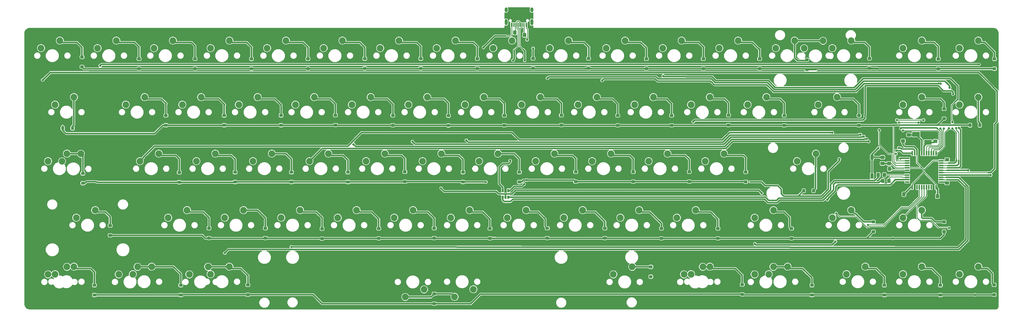
<source format=gbr>
G04 #@! TF.GenerationSoftware,KiCad,Pcbnew,(5.0.2)-1*
G04 #@! TF.CreationDate,2019-10-17T21:42:54+05:30*
G04 #@! TF.ProjectId,keyboard,6b657962-6f61-4726-942e-6b696361645f,rev?*
G04 #@! TF.SameCoordinates,Original*
G04 #@! TF.FileFunction,Copper,L2,Bot*
G04 #@! TF.FilePolarity,Positive*
%FSLAX46Y46*%
G04 Gerber Fmt 4.6, Leading zero omitted, Abs format (unit mm)*
G04 Created by KiCad (PCBNEW (5.0.2)-1) date 10/17/2019 9:42:54 PM*
%MOMM*%
%LPD*%
G01*
G04 APERTURE LIST*
G04 #@! TA.AperFunction,ViaPad*
%ADD10C,0.600000*%
G04 #@! TD*
G04 #@! TA.AperFunction,Conductor*
%ADD11C,0.100000*%
G04 #@! TD*
G04 #@! TA.AperFunction,SMDPad,CuDef*
%ADD12C,1.150000*%
G04 #@! TD*
G04 #@! TA.AperFunction,SMDPad,CuDef*
%ADD13R,1.000000X1.700000*%
G04 #@! TD*
G04 #@! TA.AperFunction,SMDPad,CuDef*
%ADD14R,1.500000X0.550000*%
G04 #@! TD*
G04 #@! TA.AperFunction,SMDPad,CuDef*
%ADD15R,0.550000X1.500000*%
G04 #@! TD*
G04 #@! TA.AperFunction,SMDPad,CuDef*
%ADD16C,1.000000*%
G04 #@! TD*
G04 #@! TA.AperFunction,SMDPad,CuDef*
%ADD17C,1.600000*%
G04 #@! TD*
G04 #@! TA.AperFunction,ComponentPad*
%ADD18C,2.250000*%
G04 #@! TD*
G04 #@! TA.AperFunction,SMDPad,CuDef*
%ADD19R,0.650000X1.060000*%
G04 #@! TD*
G04 #@! TA.AperFunction,ComponentPad*
%ADD20O,1.000000X1.600000*%
G04 #@! TD*
G04 #@! TA.AperFunction,ComponentPad*
%ADD21O,1.000000X2.100000*%
G04 #@! TD*
G04 #@! TA.AperFunction,SMDPad,CuDef*
%ADD22R,0.300000X1.450000*%
G04 #@! TD*
G04 #@! TA.AperFunction,SMDPad,CuDef*
%ADD23R,0.600000X1.450000*%
G04 #@! TD*
G04 #@! TA.AperFunction,ViaPad*
%ADD24C,0.800000*%
G04 #@! TD*
G04 #@! TA.AperFunction,Conductor*
%ADD25C,0.508000*%
G04 #@! TD*
G04 #@! TA.AperFunction,Conductor*
%ADD26C,0.250000*%
G04 #@! TD*
G04 #@! TA.AperFunction,Conductor*
%ADD27C,0.130000*%
G04 #@! TD*
G04 APERTURE END LIST*
D10*
G04 #@! TO.N,GND*
G04 #@! TO.C,REF\002A\002A*
X307400000Y-68300000D03*
G04 #@! TD*
G04 #@! TO.N,GND*
G04 #@! TO.C,REF\002A\002A*
X285000000Y-67000000D03*
G04 #@! TD*
G04 #@! TO.N,GND*
G04 #@! TO.C,REF\002A\002A*
X158211250Y-88371250D03*
G04 #@! TD*
G04 #@! TO.N,GND*
G04 #@! TO.C,REF\002A\002A*
X347611250Y-86471250D03*
G04 #@! TD*
G04 #@! TO.N,GND*
G04 #@! TO.C,REF\002A\002A*
X334911250Y-87571250D03*
G04 #@! TD*
D11*
G04 #@! TO.N,Net-(C1-Pad1)*
G04 #@! TO.C,C1*
G36*
X339115755Y-85862454D02*
X339140023Y-85866054D01*
X339163822Y-85872015D01*
X339186921Y-85880280D01*
X339209100Y-85890770D01*
X339230143Y-85903382D01*
X339249849Y-85917997D01*
X339268027Y-85934473D01*
X339284503Y-85952651D01*
X339299118Y-85972357D01*
X339311730Y-85993400D01*
X339322220Y-86015579D01*
X339330485Y-86038678D01*
X339336446Y-86062477D01*
X339340046Y-86086745D01*
X339341250Y-86111249D01*
X339341250Y-86761251D01*
X339340046Y-86785755D01*
X339336446Y-86810023D01*
X339330485Y-86833822D01*
X339322220Y-86856921D01*
X339311730Y-86879100D01*
X339299118Y-86900143D01*
X339284503Y-86919849D01*
X339268027Y-86938027D01*
X339249849Y-86954503D01*
X339230143Y-86969118D01*
X339209100Y-86981730D01*
X339186921Y-86992220D01*
X339163822Y-87000485D01*
X339140023Y-87006446D01*
X339115755Y-87010046D01*
X339091251Y-87011250D01*
X338191249Y-87011250D01*
X338166745Y-87010046D01*
X338142477Y-87006446D01*
X338118678Y-87000485D01*
X338095579Y-86992220D01*
X338073400Y-86981730D01*
X338052357Y-86969118D01*
X338032651Y-86954503D01*
X338014473Y-86938027D01*
X337997997Y-86919849D01*
X337983382Y-86900143D01*
X337970770Y-86879100D01*
X337960280Y-86856921D01*
X337952015Y-86833822D01*
X337946054Y-86810023D01*
X337942454Y-86785755D01*
X337941250Y-86761251D01*
X337941250Y-86111249D01*
X337942454Y-86086745D01*
X337946054Y-86062477D01*
X337952015Y-86038678D01*
X337960280Y-86015579D01*
X337970770Y-85993400D01*
X337983382Y-85972357D01*
X337997997Y-85952651D01*
X338014473Y-85934473D01*
X338032651Y-85917997D01*
X338052357Y-85903382D01*
X338073400Y-85890770D01*
X338095579Y-85880280D01*
X338118678Y-85872015D01*
X338142477Y-85866054D01*
X338166745Y-85862454D01*
X338191249Y-85861250D01*
X339091251Y-85861250D01*
X339115755Y-85862454D01*
X339115755Y-85862454D01*
G37*
D12*
G04 #@! TD*
G04 #@! TO.P,C1,1*
G04 #@! TO.N,Net-(C1-Pad1)*
X338641250Y-86436250D03*
D11*
G04 #@! TO.N,GND*
G04 #@! TO.C,C1*
G36*
X339115755Y-87912454D02*
X339140023Y-87916054D01*
X339163822Y-87922015D01*
X339186921Y-87930280D01*
X339209100Y-87940770D01*
X339230143Y-87953382D01*
X339249849Y-87967997D01*
X339268027Y-87984473D01*
X339284503Y-88002651D01*
X339299118Y-88022357D01*
X339311730Y-88043400D01*
X339322220Y-88065579D01*
X339330485Y-88088678D01*
X339336446Y-88112477D01*
X339340046Y-88136745D01*
X339341250Y-88161249D01*
X339341250Y-88811251D01*
X339340046Y-88835755D01*
X339336446Y-88860023D01*
X339330485Y-88883822D01*
X339322220Y-88906921D01*
X339311730Y-88929100D01*
X339299118Y-88950143D01*
X339284503Y-88969849D01*
X339268027Y-88988027D01*
X339249849Y-89004503D01*
X339230143Y-89019118D01*
X339209100Y-89031730D01*
X339186921Y-89042220D01*
X339163822Y-89050485D01*
X339140023Y-89056446D01*
X339115755Y-89060046D01*
X339091251Y-89061250D01*
X338191249Y-89061250D01*
X338166745Y-89060046D01*
X338142477Y-89056446D01*
X338118678Y-89050485D01*
X338095579Y-89042220D01*
X338073400Y-89031730D01*
X338052357Y-89019118D01*
X338032651Y-89004503D01*
X338014473Y-88988027D01*
X337997997Y-88969849D01*
X337983382Y-88950143D01*
X337970770Y-88929100D01*
X337960280Y-88906921D01*
X337952015Y-88883822D01*
X337946054Y-88860023D01*
X337942454Y-88835755D01*
X337941250Y-88811251D01*
X337941250Y-88161249D01*
X337942454Y-88136745D01*
X337946054Y-88112477D01*
X337952015Y-88088678D01*
X337960280Y-88065579D01*
X337970770Y-88043400D01*
X337983382Y-88022357D01*
X337997997Y-88002651D01*
X338014473Y-87984473D01*
X338032651Y-87967997D01*
X338052357Y-87953382D01*
X338073400Y-87940770D01*
X338095579Y-87930280D01*
X338118678Y-87922015D01*
X338142477Y-87916054D01*
X338166745Y-87912454D01*
X338191249Y-87911250D01*
X339091251Y-87911250D01*
X339115755Y-87912454D01*
X339115755Y-87912454D01*
G37*
D12*
G04 #@! TD*
G04 #@! TO.P,C1,2*
G04 #@! TO.N,GND*
X338641250Y-88486250D03*
D11*
G04 #@! TO.N,Net-(C2-Pad1)*
G04 #@! TO.C,C2*
G36*
X348055755Y-88032454D02*
X348080023Y-88036054D01*
X348103822Y-88042015D01*
X348126921Y-88050280D01*
X348149100Y-88060770D01*
X348170143Y-88073382D01*
X348189849Y-88087997D01*
X348208027Y-88104473D01*
X348224503Y-88122651D01*
X348239118Y-88142357D01*
X348251730Y-88163400D01*
X348262220Y-88185579D01*
X348270485Y-88208678D01*
X348276446Y-88232477D01*
X348280046Y-88256745D01*
X348281250Y-88281249D01*
X348281250Y-88931251D01*
X348280046Y-88955755D01*
X348276446Y-88980023D01*
X348270485Y-89003822D01*
X348262220Y-89026921D01*
X348251730Y-89049100D01*
X348239118Y-89070143D01*
X348224503Y-89089849D01*
X348208027Y-89108027D01*
X348189849Y-89124503D01*
X348170143Y-89139118D01*
X348149100Y-89151730D01*
X348126921Y-89162220D01*
X348103822Y-89170485D01*
X348080023Y-89176446D01*
X348055755Y-89180046D01*
X348031251Y-89181250D01*
X347131249Y-89181250D01*
X347106745Y-89180046D01*
X347082477Y-89176446D01*
X347058678Y-89170485D01*
X347035579Y-89162220D01*
X347013400Y-89151730D01*
X346992357Y-89139118D01*
X346972651Y-89124503D01*
X346954473Y-89108027D01*
X346937997Y-89089849D01*
X346923382Y-89070143D01*
X346910770Y-89049100D01*
X346900280Y-89026921D01*
X346892015Y-89003822D01*
X346886054Y-88980023D01*
X346882454Y-88955755D01*
X346881250Y-88931251D01*
X346881250Y-88281249D01*
X346882454Y-88256745D01*
X346886054Y-88232477D01*
X346892015Y-88208678D01*
X346900280Y-88185579D01*
X346910770Y-88163400D01*
X346923382Y-88142357D01*
X346937997Y-88122651D01*
X346954473Y-88104473D01*
X346972651Y-88087997D01*
X346992357Y-88073382D01*
X347013400Y-88060770D01*
X347035579Y-88050280D01*
X347058678Y-88042015D01*
X347082477Y-88036054D01*
X347106745Y-88032454D01*
X347131249Y-88031250D01*
X348031251Y-88031250D01*
X348055755Y-88032454D01*
X348055755Y-88032454D01*
G37*
D12*
G04 #@! TD*
G04 #@! TO.P,C2,1*
G04 #@! TO.N,Net-(C2-Pad1)*
X347581250Y-88606250D03*
D11*
G04 #@! TO.N,GND*
G04 #@! TO.C,C2*
G36*
X348055755Y-85982454D02*
X348080023Y-85986054D01*
X348103822Y-85992015D01*
X348126921Y-86000280D01*
X348149100Y-86010770D01*
X348170143Y-86023382D01*
X348189849Y-86037997D01*
X348208027Y-86054473D01*
X348224503Y-86072651D01*
X348239118Y-86092357D01*
X348251730Y-86113400D01*
X348262220Y-86135579D01*
X348270485Y-86158678D01*
X348276446Y-86182477D01*
X348280046Y-86206745D01*
X348281250Y-86231249D01*
X348281250Y-86881251D01*
X348280046Y-86905755D01*
X348276446Y-86930023D01*
X348270485Y-86953822D01*
X348262220Y-86976921D01*
X348251730Y-86999100D01*
X348239118Y-87020143D01*
X348224503Y-87039849D01*
X348208027Y-87058027D01*
X348189849Y-87074503D01*
X348170143Y-87089118D01*
X348149100Y-87101730D01*
X348126921Y-87112220D01*
X348103822Y-87120485D01*
X348080023Y-87126446D01*
X348055755Y-87130046D01*
X348031251Y-87131250D01*
X347131249Y-87131250D01*
X347106745Y-87130046D01*
X347082477Y-87126446D01*
X347058678Y-87120485D01*
X347035579Y-87112220D01*
X347013400Y-87101730D01*
X346992357Y-87089118D01*
X346972651Y-87074503D01*
X346954473Y-87058027D01*
X346937997Y-87039849D01*
X346923382Y-87020143D01*
X346910770Y-86999100D01*
X346900280Y-86976921D01*
X346892015Y-86953822D01*
X346886054Y-86930023D01*
X346882454Y-86905755D01*
X346881250Y-86881251D01*
X346881250Y-86231249D01*
X346882454Y-86206745D01*
X346886054Y-86182477D01*
X346892015Y-86158678D01*
X346900280Y-86135579D01*
X346910770Y-86113400D01*
X346923382Y-86092357D01*
X346937997Y-86072651D01*
X346954473Y-86054473D01*
X346972651Y-86037997D01*
X346992357Y-86023382D01*
X347013400Y-86010770D01*
X347035579Y-86000280D01*
X347058678Y-85992015D01*
X347082477Y-85986054D01*
X347106745Y-85982454D01*
X347131249Y-85981250D01*
X348031251Y-85981250D01*
X348055755Y-85982454D01*
X348055755Y-85982454D01*
G37*
D12*
G04 #@! TD*
G04 #@! TO.P,C2,2*
G04 #@! TO.N,GND*
X347581250Y-86556250D03*
D11*
G04 #@! TO.N,Net-(R1-Pad1)*
G04 #@! TO.C,R1*
G36*
X330265755Y-93442454D02*
X330290023Y-93446054D01*
X330313822Y-93452015D01*
X330336921Y-93460280D01*
X330359100Y-93470770D01*
X330380143Y-93483382D01*
X330399849Y-93497997D01*
X330418027Y-93514473D01*
X330434503Y-93532651D01*
X330449118Y-93552357D01*
X330461730Y-93573400D01*
X330472220Y-93595579D01*
X330480485Y-93618678D01*
X330486446Y-93642477D01*
X330490046Y-93666745D01*
X330491250Y-93691249D01*
X330491250Y-94341251D01*
X330490046Y-94365755D01*
X330486446Y-94390023D01*
X330480485Y-94413822D01*
X330472220Y-94436921D01*
X330461730Y-94459100D01*
X330449118Y-94480143D01*
X330434503Y-94499849D01*
X330418027Y-94518027D01*
X330399849Y-94534503D01*
X330380143Y-94549118D01*
X330359100Y-94561730D01*
X330336921Y-94572220D01*
X330313822Y-94580485D01*
X330290023Y-94586446D01*
X330265755Y-94590046D01*
X330241251Y-94591250D01*
X329341249Y-94591250D01*
X329316745Y-94590046D01*
X329292477Y-94586446D01*
X329268678Y-94580485D01*
X329245579Y-94572220D01*
X329223400Y-94561730D01*
X329202357Y-94549118D01*
X329182651Y-94534503D01*
X329164473Y-94518027D01*
X329147997Y-94499849D01*
X329133382Y-94480143D01*
X329120770Y-94459100D01*
X329110280Y-94436921D01*
X329102015Y-94413822D01*
X329096054Y-94390023D01*
X329092454Y-94365755D01*
X329091250Y-94341251D01*
X329091250Y-93691249D01*
X329092454Y-93666745D01*
X329096054Y-93642477D01*
X329102015Y-93618678D01*
X329110280Y-93595579D01*
X329120770Y-93573400D01*
X329133382Y-93552357D01*
X329147997Y-93532651D01*
X329164473Y-93514473D01*
X329182651Y-93497997D01*
X329202357Y-93483382D01*
X329223400Y-93470770D01*
X329245579Y-93460280D01*
X329268678Y-93452015D01*
X329292477Y-93446054D01*
X329316745Y-93442454D01*
X329341249Y-93441250D01*
X330241251Y-93441250D01*
X330265755Y-93442454D01*
X330265755Y-93442454D01*
G37*
D12*
G04 #@! TD*
G04 #@! TO.P,R1,1*
G04 #@! TO.N,Net-(R1-Pad1)*
X329791250Y-94016250D03*
D11*
G04 #@! TO.N,/Vcc*
G04 #@! TO.C,R1*
G36*
X330265755Y-95492454D02*
X330290023Y-95496054D01*
X330313822Y-95502015D01*
X330336921Y-95510280D01*
X330359100Y-95520770D01*
X330380143Y-95533382D01*
X330399849Y-95547997D01*
X330418027Y-95564473D01*
X330434503Y-95582651D01*
X330449118Y-95602357D01*
X330461730Y-95623400D01*
X330472220Y-95645579D01*
X330480485Y-95668678D01*
X330486446Y-95692477D01*
X330490046Y-95716745D01*
X330491250Y-95741249D01*
X330491250Y-96391251D01*
X330490046Y-96415755D01*
X330486446Y-96440023D01*
X330480485Y-96463822D01*
X330472220Y-96486921D01*
X330461730Y-96509100D01*
X330449118Y-96530143D01*
X330434503Y-96549849D01*
X330418027Y-96568027D01*
X330399849Y-96584503D01*
X330380143Y-96599118D01*
X330359100Y-96611730D01*
X330336921Y-96622220D01*
X330313822Y-96630485D01*
X330290023Y-96636446D01*
X330265755Y-96640046D01*
X330241251Y-96641250D01*
X329341249Y-96641250D01*
X329316745Y-96640046D01*
X329292477Y-96636446D01*
X329268678Y-96630485D01*
X329245579Y-96622220D01*
X329223400Y-96611730D01*
X329202357Y-96599118D01*
X329182651Y-96584503D01*
X329164473Y-96568027D01*
X329147997Y-96549849D01*
X329133382Y-96530143D01*
X329120770Y-96509100D01*
X329110280Y-96486921D01*
X329102015Y-96463822D01*
X329096054Y-96440023D01*
X329092454Y-96415755D01*
X329091250Y-96391251D01*
X329091250Y-95741249D01*
X329092454Y-95716745D01*
X329096054Y-95692477D01*
X329102015Y-95668678D01*
X329110280Y-95645579D01*
X329120770Y-95623400D01*
X329133382Y-95602357D01*
X329147997Y-95582651D01*
X329164473Y-95564473D01*
X329182651Y-95547997D01*
X329202357Y-95533382D01*
X329223400Y-95520770D01*
X329245579Y-95510280D01*
X329268678Y-95502015D01*
X329292477Y-95496054D01*
X329316745Y-95492454D01*
X329341249Y-95491250D01*
X330241251Y-95491250D01*
X330265755Y-95492454D01*
X330265755Y-95492454D01*
G37*
D12*
G04 #@! TD*
G04 #@! TO.P,R1,2*
G04 #@! TO.N,/Vcc*
X329791250Y-96066250D03*
D13*
G04 #@! TO.P,RESET1,1*
G04 #@! TO.N,GND*
X322471250Y-94001250D03*
X322471250Y-100301250D03*
G04 #@! TO.P,RESET1,2*
G04 #@! TO.N,Net-(R1-Pad1)*
X326271250Y-94001250D03*
X326271250Y-100301250D03*
G04 #@! TD*
D11*
G04 #@! TO.N,GND*
G04 #@! TO.C,R2*
G36*
X352005755Y-104132454D02*
X352030023Y-104136054D01*
X352053822Y-104142015D01*
X352076921Y-104150280D01*
X352099100Y-104160770D01*
X352120143Y-104173382D01*
X352139849Y-104187997D01*
X352158027Y-104204473D01*
X352174503Y-104222651D01*
X352189118Y-104242357D01*
X352201730Y-104263400D01*
X352212220Y-104285579D01*
X352220485Y-104308678D01*
X352226446Y-104332477D01*
X352230046Y-104356745D01*
X352231250Y-104381249D01*
X352231250Y-105031251D01*
X352230046Y-105055755D01*
X352226446Y-105080023D01*
X352220485Y-105103822D01*
X352212220Y-105126921D01*
X352201730Y-105149100D01*
X352189118Y-105170143D01*
X352174503Y-105189849D01*
X352158027Y-105208027D01*
X352139849Y-105224503D01*
X352120143Y-105239118D01*
X352099100Y-105251730D01*
X352076921Y-105262220D01*
X352053822Y-105270485D01*
X352030023Y-105276446D01*
X352005755Y-105280046D01*
X351981251Y-105281250D01*
X351081249Y-105281250D01*
X351056745Y-105280046D01*
X351032477Y-105276446D01*
X351008678Y-105270485D01*
X350985579Y-105262220D01*
X350963400Y-105251730D01*
X350942357Y-105239118D01*
X350922651Y-105224503D01*
X350904473Y-105208027D01*
X350887997Y-105189849D01*
X350873382Y-105170143D01*
X350860770Y-105149100D01*
X350850280Y-105126921D01*
X350842015Y-105103822D01*
X350836054Y-105080023D01*
X350832454Y-105055755D01*
X350831250Y-105031251D01*
X350831250Y-104381249D01*
X350832454Y-104356745D01*
X350836054Y-104332477D01*
X350842015Y-104308678D01*
X350850280Y-104285579D01*
X350860770Y-104263400D01*
X350873382Y-104242357D01*
X350887997Y-104222651D01*
X350904473Y-104204473D01*
X350922651Y-104187997D01*
X350942357Y-104173382D01*
X350963400Y-104160770D01*
X350985579Y-104150280D01*
X351008678Y-104142015D01*
X351032477Y-104136054D01*
X351056745Y-104132454D01*
X351081249Y-104131250D01*
X351981251Y-104131250D01*
X352005755Y-104132454D01*
X352005755Y-104132454D01*
G37*
D12*
G04 #@! TD*
G04 #@! TO.P,R2,1*
G04 #@! TO.N,GND*
X351531250Y-104706250D03*
D11*
G04 #@! TO.N,Net-(R2-Pad2)*
G04 #@! TO.C,R2*
G36*
X352005755Y-102082454D02*
X352030023Y-102086054D01*
X352053822Y-102092015D01*
X352076921Y-102100280D01*
X352099100Y-102110770D01*
X352120143Y-102123382D01*
X352139849Y-102137997D01*
X352158027Y-102154473D01*
X352174503Y-102172651D01*
X352189118Y-102192357D01*
X352201730Y-102213400D01*
X352212220Y-102235579D01*
X352220485Y-102258678D01*
X352226446Y-102282477D01*
X352230046Y-102306745D01*
X352231250Y-102331249D01*
X352231250Y-102981251D01*
X352230046Y-103005755D01*
X352226446Y-103030023D01*
X352220485Y-103053822D01*
X352212220Y-103076921D01*
X352201730Y-103099100D01*
X352189118Y-103120143D01*
X352174503Y-103139849D01*
X352158027Y-103158027D01*
X352139849Y-103174503D01*
X352120143Y-103189118D01*
X352099100Y-103201730D01*
X352076921Y-103212220D01*
X352053822Y-103220485D01*
X352030023Y-103226446D01*
X352005755Y-103230046D01*
X351981251Y-103231250D01*
X351081249Y-103231250D01*
X351056745Y-103230046D01*
X351032477Y-103226446D01*
X351008678Y-103220485D01*
X350985579Y-103212220D01*
X350963400Y-103201730D01*
X350942357Y-103189118D01*
X350922651Y-103174503D01*
X350904473Y-103158027D01*
X350887997Y-103139849D01*
X350873382Y-103120143D01*
X350860770Y-103099100D01*
X350850280Y-103076921D01*
X350842015Y-103053822D01*
X350836054Y-103030023D01*
X350832454Y-103005755D01*
X350831250Y-102981251D01*
X350831250Y-102331249D01*
X350832454Y-102306745D01*
X350836054Y-102282477D01*
X350842015Y-102258678D01*
X350850280Y-102235579D01*
X350860770Y-102213400D01*
X350873382Y-102192357D01*
X350887997Y-102172651D01*
X350904473Y-102154473D01*
X350922651Y-102137997D01*
X350942357Y-102123382D01*
X350963400Y-102110770D01*
X350985579Y-102100280D01*
X351008678Y-102092015D01*
X351032477Y-102086054D01*
X351056745Y-102082454D01*
X351081249Y-102081250D01*
X351981251Y-102081250D01*
X352005755Y-102082454D01*
X352005755Y-102082454D01*
G37*
D12*
G04 #@! TD*
G04 #@! TO.P,R2,2*
G04 #@! TO.N,Net-(R2-Pad2)*
X351531250Y-102656250D03*
D11*
G04 #@! TO.N,Net-(R3-Pad1)*
G04 #@! TO.C,R3*
G36*
X332285755Y-101232454D02*
X332310023Y-101236054D01*
X332333822Y-101242015D01*
X332356921Y-101250280D01*
X332379100Y-101260770D01*
X332400143Y-101273382D01*
X332419849Y-101287997D01*
X332438027Y-101304473D01*
X332454503Y-101322651D01*
X332469118Y-101342357D01*
X332481730Y-101363400D01*
X332492220Y-101385579D01*
X332500485Y-101408678D01*
X332506446Y-101432477D01*
X332510046Y-101456745D01*
X332511250Y-101481249D01*
X332511250Y-102381251D01*
X332510046Y-102405755D01*
X332506446Y-102430023D01*
X332500485Y-102453822D01*
X332492220Y-102476921D01*
X332481730Y-102499100D01*
X332469118Y-102520143D01*
X332454503Y-102539849D01*
X332438027Y-102558027D01*
X332419849Y-102574503D01*
X332400143Y-102589118D01*
X332379100Y-102601730D01*
X332356921Y-102612220D01*
X332333822Y-102620485D01*
X332310023Y-102626446D01*
X332285755Y-102630046D01*
X332261251Y-102631250D01*
X331611249Y-102631250D01*
X331586745Y-102630046D01*
X331562477Y-102626446D01*
X331538678Y-102620485D01*
X331515579Y-102612220D01*
X331493400Y-102601730D01*
X331472357Y-102589118D01*
X331452651Y-102574503D01*
X331434473Y-102558027D01*
X331417997Y-102539849D01*
X331403382Y-102520143D01*
X331390770Y-102499100D01*
X331380280Y-102476921D01*
X331372015Y-102453822D01*
X331366054Y-102430023D01*
X331362454Y-102405755D01*
X331361250Y-102381251D01*
X331361250Y-101481249D01*
X331362454Y-101456745D01*
X331366054Y-101432477D01*
X331372015Y-101408678D01*
X331380280Y-101385579D01*
X331390770Y-101363400D01*
X331403382Y-101342357D01*
X331417997Y-101322651D01*
X331434473Y-101304473D01*
X331452651Y-101287997D01*
X331472357Y-101273382D01*
X331493400Y-101260770D01*
X331515579Y-101250280D01*
X331538678Y-101242015D01*
X331562477Y-101236054D01*
X331586745Y-101232454D01*
X331611249Y-101231250D01*
X332261251Y-101231250D01*
X332285755Y-101232454D01*
X332285755Y-101232454D01*
G37*
D12*
G04 #@! TD*
G04 #@! TO.P,R3,1*
G04 #@! TO.N,Net-(R3-Pad1)*
X331936250Y-101931250D03*
D11*
G04 #@! TO.N,/D-*
G04 #@! TO.C,R3*
G36*
X330235755Y-101232454D02*
X330260023Y-101236054D01*
X330283822Y-101242015D01*
X330306921Y-101250280D01*
X330329100Y-101260770D01*
X330350143Y-101273382D01*
X330369849Y-101287997D01*
X330388027Y-101304473D01*
X330404503Y-101322651D01*
X330419118Y-101342357D01*
X330431730Y-101363400D01*
X330442220Y-101385579D01*
X330450485Y-101408678D01*
X330456446Y-101432477D01*
X330460046Y-101456745D01*
X330461250Y-101481249D01*
X330461250Y-102381251D01*
X330460046Y-102405755D01*
X330456446Y-102430023D01*
X330450485Y-102453822D01*
X330442220Y-102476921D01*
X330431730Y-102499100D01*
X330419118Y-102520143D01*
X330404503Y-102539849D01*
X330388027Y-102558027D01*
X330369849Y-102574503D01*
X330350143Y-102589118D01*
X330329100Y-102601730D01*
X330306921Y-102612220D01*
X330283822Y-102620485D01*
X330260023Y-102626446D01*
X330235755Y-102630046D01*
X330211251Y-102631250D01*
X329561249Y-102631250D01*
X329536745Y-102630046D01*
X329512477Y-102626446D01*
X329488678Y-102620485D01*
X329465579Y-102612220D01*
X329443400Y-102601730D01*
X329422357Y-102589118D01*
X329402651Y-102574503D01*
X329384473Y-102558027D01*
X329367997Y-102539849D01*
X329353382Y-102520143D01*
X329340770Y-102499100D01*
X329330280Y-102476921D01*
X329322015Y-102453822D01*
X329316054Y-102430023D01*
X329312454Y-102405755D01*
X329311250Y-102381251D01*
X329311250Y-101481249D01*
X329312454Y-101456745D01*
X329316054Y-101432477D01*
X329322015Y-101408678D01*
X329330280Y-101385579D01*
X329340770Y-101363400D01*
X329353382Y-101342357D01*
X329367997Y-101322651D01*
X329384473Y-101304473D01*
X329402651Y-101287997D01*
X329422357Y-101273382D01*
X329443400Y-101260770D01*
X329465579Y-101250280D01*
X329488678Y-101242015D01*
X329512477Y-101236054D01*
X329536745Y-101232454D01*
X329561249Y-101231250D01*
X330211251Y-101231250D01*
X330235755Y-101232454D01*
X330235755Y-101232454D01*
G37*
D12*
G04 #@! TD*
G04 #@! TO.P,R3,2*
G04 #@! TO.N,/D-*
X329886250Y-101931250D03*
D11*
G04 #@! TO.N,Net-(R4-Pad1)*
G04 #@! TO.C,R4*
G36*
X330745755Y-99252454D02*
X330770023Y-99256054D01*
X330793822Y-99262015D01*
X330816921Y-99270280D01*
X330839100Y-99280770D01*
X330860143Y-99293382D01*
X330879849Y-99307997D01*
X330898027Y-99324473D01*
X330914503Y-99342651D01*
X330929118Y-99362357D01*
X330941730Y-99383400D01*
X330952220Y-99405579D01*
X330960485Y-99428678D01*
X330966446Y-99452477D01*
X330970046Y-99476745D01*
X330971250Y-99501249D01*
X330971250Y-100401251D01*
X330970046Y-100425755D01*
X330966446Y-100450023D01*
X330960485Y-100473822D01*
X330952220Y-100496921D01*
X330941730Y-100519100D01*
X330929118Y-100540143D01*
X330914503Y-100559849D01*
X330898027Y-100578027D01*
X330879849Y-100594503D01*
X330860143Y-100609118D01*
X330839100Y-100621730D01*
X330816921Y-100632220D01*
X330793822Y-100640485D01*
X330770023Y-100646446D01*
X330745755Y-100650046D01*
X330721251Y-100651250D01*
X330071249Y-100651250D01*
X330046745Y-100650046D01*
X330022477Y-100646446D01*
X329998678Y-100640485D01*
X329975579Y-100632220D01*
X329953400Y-100621730D01*
X329932357Y-100609118D01*
X329912651Y-100594503D01*
X329894473Y-100578027D01*
X329877997Y-100559849D01*
X329863382Y-100540143D01*
X329850770Y-100519100D01*
X329840280Y-100496921D01*
X329832015Y-100473822D01*
X329826054Y-100450023D01*
X329822454Y-100425755D01*
X329821250Y-100401251D01*
X329821250Y-99501249D01*
X329822454Y-99476745D01*
X329826054Y-99452477D01*
X329832015Y-99428678D01*
X329840280Y-99405579D01*
X329850770Y-99383400D01*
X329863382Y-99362357D01*
X329877997Y-99342651D01*
X329894473Y-99324473D01*
X329912651Y-99307997D01*
X329932357Y-99293382D01*
X329953400Y-99280770D01*
X329975579Y-99270280D01*
X329998678Y-99262015D01*
X330022477Y-99256054D01*
X330046745Y-99252454D01*
X330071249Y-99251250D01*
X330721251Y-99251250D01*
X330745755Y-99252454D01*
X330745755Y-99252454D01*
G37*
D12*
G04 #@! TD*
G04 #@! TO.P,R4,1*
G04 #@! TO.N,Net-(R4-Pad1)*
X330396250Y-99951250D03*
D11*
G04 #@! TO.N,/D+*
G04 #@! TO.C,R4*
G36*
X328695755Y-99252454D02*
X328720023Y-99256054D01*
X328743822Y-99262015D01*
X328766921Y-99270280D01*
X328789100Y-99280770D01*
X328810143Y-99293382D01*
X328829849Y-99307997D01*
X328848027Y-99324473D01*
X328864503Y-99342651D01*
X328879118Y-99362357D01*
X328891730Y-99383400D01*
X328902220Y-99405579D01*
X328910485Y-99428678D01*
X328916446Y-99452477D01*
X328920046Y-99476745D01*
X328921250Y-99501249D01*
X328921250Y-100401251D01*
X328920046Y-100425755D01*
X328916446Y-100450023D01*
X328910485Y-100473822D01*
X328902220Y-100496921D01*
X328891730Y-100519100D01*
X328879118Y-100540143D01*
X328864503Y-100559849D01*
X328848027Y-100578027D01*
X328829849Y-100594503D01*
X328810143Y-100609118D01*
X328789100Y-100621730D01*
X328766921Y-100632220D01*
X328743822Y-100640485D01*
X328720023Y-100646446D01*
X328695755Y-100650046D01*
X328671251Y-100651250D01*
X328021249Y-100651250D01*
X327996745Y-100650046D01*
X327972477Y-100646446D01*
X327948678Y-100640485D01*
X327925579Y-100632220D01*
X327903400Y-100621730D01*
X327882357Y-100609118D01*
X327862651Y-100594503D01*
X327844473Y-100578027D01*
X327827997Y-100559849D01*
X327813382Y-100540143D01*
X327800770Y-100519100D01*
X327790280Y-100496921D01*
X327782015Y-100473822D01*
X327776054Y-100450023D01*
X327772454Y-100425755D01*
X327771250Y-100401251D01*
X327771250Y-99501249D01*
X327772454Y-99476745D01*
X327776054Y-99452477D01*
X327782015Y-99428678D01*
X327790280Y-99405579D01*
X327800770Y-99383400D01*
X327813382Y-99362357D01*
X327827997Y-99342651D01*
X327844473Y-99324473D01*
X327862651Y-99307997D01*
X327882357Y-99293382D01*
X327903400Y-99280770D01*
X327925579Y-99270280D01*
X327948678Y-99262015D01*
X327972477Y-99256054D01*
X327996745Y-99252454D01*
X328021249Y-99251250D01*
X328671251Y-99251250D01*
X328695755Y-99252454D01*
X328695755Y-99252454D01*
G37*
D12*
G04 #@! TD*
G04 #@! TO.P,R4,2*
G04 #@! TO.N,/D+*
X328346250Y-99951250D03*
D11*
G04 #@! TO.N,/Vcc*
G04 #@! TO.C,C3*
G36*
X332485755Y-95492454D02*
X332510023Y-95496054D01*
X332533822Y-95502015D01*
X332556921Y-95510280D01*
X332579100Y-95520770D01*
X332600143Y-95533382D01*
X332619849Y-95547997D01*
X332638027Y-95564473D01*
X332654503Y-95582651D01*
X332669118Y-95602357D01*
X332681730Y-95623400D01*
X332692220Y-95645579D01*
X332700485Y-95668678D01*
X332706446Y-95692477D01*
X332710046Y-95716745D01*
X332711250Y-95741249D01*
X332711250Y-96391251D01*
X332710046Y-96415755D01*
X332706446Y-96440023D01*
X332700485Y-96463822D01*
X332692220Y-96486921D01*
X332681730Y-96509100D01*
X332669118Y-96530143D01*
X332654503Y-96549849D01*
X332638027Y-96568027D01*
X332619849Y-96584503D01*
X332600143Y-96599118D01*
X332579100Y-96611730D01*
X332556921Y-96622220D01*
X332533822Y-96630485D01*
X332510023Y-96636446D01*
X332485755Y-96640046D01*
X332461251Y-96641250D01*
X331561249Y-96641250D01*
X331536745Y-96640046D01*
X331512477Y-96636446D01*
X331488678Y-96630485D01*
X331465579Y-96622220D01*
X331443400Y-96611730D01*
X331422357Y-96599118D01*
X331402651Y-96584503D01*
X331384473Y-96568027D01*
X331367997Y-96549849D01*
X331353382Y-96530143D01*
X331340770Y-96509100D01*
X331330280Y-96486921D01*
X331322015Y-96463822D01*
X331316054Y-96440023D01*
X331312454Y-96415755D01*
X331311250Y-96391251D01*
X331311250Y-95741249D01*
X331312454Y-95716745D01*
X331316054Y-95692477D01*
X331322015Y-95668678D01*
X331330280Y-95645579D01*
X331340770Y-95623400D01*
X331353382Y-95602357D01*
X331367997Y-95582651D01*
X331384473Y-95564473D01*
X331402651Y-95547997D01*
X331422357Y-95533382D01*
X331443400Y-95520770D01*
X331465579Y-95510280D01*
X331488678Y-95502015D01*
X331512477Y-95496054D01*
X331536745Y-95492454D01*
X331561249Y-95491250D01*
X332461251Y-95491250D01*
X332485755Y-95492454D01*
X332485755Y-95492454D01*
G37*
D12*
G04 #@! TD*
G04 #@! TO.P,C3,1*
G04 #@! TO.N,/Vcc*
X332011250Y-96066250D03*
D11*
G04 #@! TO.N,GND*
G04 #@! TO.C,C3*
G36*
X332485755Y-93442454D02*
X332510023Y-93446054D01*
X332533822Y-93452015D01*
X332556921Y-93460280D01*
X332579100Y-93470770D01*
X332600143Y-93483382D01*
X332619849Y-93497997D01*
X332638027Y-93514473D01*
X332654503Y-93532651D01*
X332669118Y-93552357D01*
X332681730Y-93573400D01*
X332692220Y-93595579D01*
X332700485Y-93618678D01*
X332706446Y-93642477D01*
X332710046Y-93666745D01*
X332711250Y-93691249D01*
X332711250Y-94341251D01*
X332710046Y-94365755D01*
X332706446Y-94390023D01*
X332700485Y-94413822D01*
X332692220Y-94436921D01*
X332681730Y-94459100D01*
X332669118Y-94480143D01*
X332654503Y-94499849D01*
X332638027Y-94518027D01*
X332619849Y-94534503D01*
X332600143Y-94549118D01*
X332579100Y-94561730D01*
X332556921Y-94572220D01*
X332533822Y-94580485D01*
X332510023Y-94586446D01*
X332485755Y-94590046D01*
X332461251Y-94591250D01*
X331561249Y-94591250D01*
X331536745Y-94590046D01*
X331512477Y-94586446D01*
X331488678Y-94580485D01*
X331465579Y-94572220D01*
X331443400Y-94561730D01*
X331422357Y-94549118D01*
X331402651Y-94534503D01*
X331384473Y-94518027D01*
X331367997Y-94499849D01*
X331353382Y-94480143D01*
X331340770Y-94459100D01*
X331330280Y-94436921D01*
X331322015Y-94413822D01*
X331316054Y-94390023D01*
X331312454Y-94365755D01*
X331311250Y-94341251D01*
X331311250Y-93691249D01*
X331312454Y-93666745D01*
X331316054Y-93642477D01*
X331322015Y-93618678D01*
X331330280Y-93595579D01*
X331340770Y-93573400D01*
X331353382Y-93552357D01*
X331367997Y-93532651D01*
X331384473Y-93514473D01*
X331402651Y-93497997D01*
X331422357Y-93483382D01*
X331443400Y-93470770D01*
X331465579Y-93460280D01*
X331488678Y-93452015D01*
X331512477Y-93446054D01*
X331536745Y-93442454D01*
X331561249Y-93441250D01*
X332461251Y-93441250D01*
X332485755Y-93442454D01*
X332485755Y-93442454D01*
G37*
D12*
G04 #@! TD*
G04 #@! TO.P,C3,2*
G04 #@! TO.N,GND*
X332011250Y-94016250D03*
D14*
G04 #@! TO.P,U1,1*
G04 #@! TO.N,Net-(U1-Pad1)*
X338111250Y-102361250D03*
G04 #@! TO.P,U1,2*
G04 #@! TO.N,VCC*
X338111250Y-101561250D03*
G04 #@! TO.P,U1,3*
G04 #@! TO.N,Net-(R3-Pad1)*
X338111250Y-100761250D03*
G04 #@! TO.P,U1,4*
G04 #@! TO.N,Net-(R4-Pad1)*
X338111250Y-99961250D03*
G04 #@! TO.P,U1,5*
G04 #@! TO.N,GND*
X338111250Y-99161250D03*
G04 #@! TO.P,U1,6*
G04 #@! TO.N,Net-(C8-Pad1)*
X338111250Y-98361250D03*
G04 #@! TO.P,U1,7*
G04 #@! TO.N,/Vcc*
X338111250Y-97561250D03*
G04 #@! TO.P,U1,8*
G04 #@! TO.N,row0*
X338111250Y-96761250D03*
G04 #@! TO.P,U1,9*
G04 #@! TO.N,row1*
X338111250Y-95961250D03*
G04 #@! TO.P,U1,10*
G04 #@! TO.N,row2*
X338111250Y-95161250D03*
G04 #@! TO.P,U1,11*
G04 #@! TO.N,row3*
X338111250Y-94361250D03*
D15*
G04 #@! TO.P,U1,12*
G04 #@! TO.N,col2*
X339811250Y-92661250D03*
G04 #@! TO.P,U1,13*
G04 #@! TO.N,Net-(R1-Pad1)*
X340611250Y-92661250D03*
G04 #@! TO.P,U1,14*
G04 #@! TO.N,/Vcc*
X341411250Y-92661250D03*
G04 #@! TO.P,U1,15*
G04 #@! TO.N,GND*
X342211250Y-92661250D03*
G04 #@! TO.P,U1,16*
G04 #@! TO.N,Net-(C1-Pad1)*
X343011250Y-92661250D03*
G04 #@! TO.P,U1,17*
G04 #@! TO.N,Net-(C2-Pad1)*
X343811250Y-92661250D03*
G04 #@! TO.P,U1,18*
G04 #@! TO.N,col5*
X344611250Y-92661250D03*
G04 #@! TO.P,U1,19*
G04 #@! TO.N,col6*
X345411250Y-92661250D03*
G04 #@! TO.P,U1,20*
G04 #@! TO.N,col7*
X346211250Y-92661250D03*
G04 #@! TO.P,U1,21*
G04 #@! TO.N,col8*
X347011250Y-92661250D03*
G04 #@! TO.P,U1,22*
G04 #@! TO.N,col10*
X347811250Y-92661250D03*
D14*
G04 #@! TO.P,U1,23*
G04 #@! TO.N,GND*
X349511250Y-94361250D03*
G04 #@! TO.P,U1,24*
G04 #@! TO.N,/Vcc*
X349511250Y-95161250D03*
G04 #@! TO.P,U1,25*
G04 #@! TO.N,col9*
X349511250Y-95961250D03*
G04 #@! TO.P,U1,26*
G04 #@! TO.N,col11*
X349511250Y-96761250D03*
G04 #@! TO.P,U1,27*
G04 #@! TO.N,col12*
X349511250Y-97561250D03*
G04 #@! TO.P,U1,28*
G04 #@! TO.N,row4*
X349511250Y-98361250D03*
G04 #@! TO.P,U1,29*
G04 #@! TO.N,col0*
X349511250Y-99161250D03*
G04 #@! TO.P,U1,30*
G04 #@! TO.N,col1*
X349511250Y-99961250D03*
G04 #@! TO.P,U1,31*
G04 #@! TO.N,col3*
X349511250Y-100761250D03*
G04 #@! TO.P,U1,32*
G04 #@! TO.N,col4*
X349511250Y-101561250D03*
G04 #@! TO.P,U1,33*
G04 #@! TO.N,Net-(R2-Pad2)*
X349511250Y-102361250D03*
D15*
G04 #@! TO.P,U1,34*
G04 #@! TO.N,/Vcc*
X347811250Y-104061250D03*
G04 #@! TO.P,U1,35*
G04 #@! TO.N,GND*
X347011250Y-104061250D03*
G04 #@! TO.P,U1,36*
G04 #@! TO.N,Net-(U1-Pad36)*
X346211250Y-104061250D03*
G04 #@! TO.P,U1,37*
G04 #@! TO.N,Net-(U1-Pad37)*
X345411250Y-104061250D03*
G04 #@! TO.P,U1,38*
G04 #@! TO.N,col16*
X344611250Y-104061250D03*
G04 #@! TO.P,U1,39*
G04 #@! TO.N,col15*
X343811250Y-104061250D03*
G04 #@! TO.P,U1,40*
G04 #@! TO.N,col14*
X343011250Y-104061250D03*
G04 #@! TO.P,U1,41*
G04 #@! TO.N,col13*
X342211250Y-104061250D03*
G04 #@! TO.P,U1,42*
G04 #@! TO.N,Net-(U1-Pad42)*
X341411250Y-104061250D03*
G04 #@! TO.P,U1,43*
G04 #@! TO.N,GND*
X340611250Y-104061250D03*
G04 #@! TO.P,U1,44*
G04 #@! TO.N,/Vcc*
X339811250Y-104061250D03*
G04 #@! TD*
D11*
G04 #@! TO.N,/Vcc*
G04 #@! TO.C,C4*
G36*
X352055755Y-94227454D02*
X352080023Y-94231054D01*
X352103822Y-94237015D01*
X352126921Y-94245280D01*
X352149100Y-94255770D01*
X352170143Y-94268382D01*
X352189849Y-94282997D01*
X352208027Y-94299473D01*
X352224503Y-94317651D01*
X352239118Y-94337357D01*
X352251730Y-94358400D01*
X352262220Y-94380579D01*
X352270485Y-94403678D01*
X352276446Y-94427477D01*
X352280046Y-94451745D01*
X352281250Y-94476249D01*
X352281250Y-95126251D01*
X352280046Y-95150755D01*
X352276446Y-95175023D01*
X352270485Y-95198822D01*
X352262220Y-95221921D01*
X352251730Y-95244100D01*
X352239118Y-95265143D01*
X352224503Y-95284849D01*
X352208027Y-95303027D01*
X352189849Y-95319503D01*
X352170143Y-95334118D01*
X352149100Y-95346730D01*
X352126921Y-95357220D01*
X352103822Y-95365485D01*
X352080023Y-95371446D01*
X352055755Y-95375046D01*
X352031251Y-95376250D01*
X351131249Y-95376250D01*
X351106745Y-95375046D01*
X351082477Y-95371446D01*
X351058678Y-95365485D01*
X351035579Y-95357220D01*
X351013400Y-95346730D01*
X350992357Y-95334118D01*
X350972651Y-95319503D01*
X350954473Y-95303027D01*
X350937997Y-95284849D01*
X350923382Y-95265143D01*
X350910770Y-95244100D01*
X350900280Y-95221921D01*
X350892015Y-95198822D01*
X350886054Y-95175023D01*
X350882454Y-95150755D01*
X350881250Y-95126251D01*
X350881250Y-94476249D01*
X350882454Y-94451745D01*
X350886054Y-94427477D01*
X350892015Y-94403678D01*
X350900280Y-94380579D01*
X350910770Y-94358400D01*
X350923382Y-94337357D01*
X350937997Y-94317651D01*
X350954473Y-94299473D01*
X350972651Y-94282997D01*
X350992357Y-94268382D01*
X351013400Y-94255770D01*
X351035579Y-94245280D01*
X351058678Y-94237015D01*
X351082477Y-94231054D01*
X351106745Y-94227454D01*
X351131249Y-94226250D01*
X352031251Y-94226250D01*
X352055755Y-94227454D01*
X352055755Y-94227454D01*
G37*
D12*
G04 #@! TD*
G04 #@! TO.P,C4,1*
G04 #@! TO.N,/Vcc*
X351581250Y-94801250D03*
D11*
G04 #@! TO.N,GND*
G04 #@! TO.C,C4*
G36*
X352055755Y-92177454D02*
X352080023Y-92181054D01*
X352103822Y-92187015D01*
X352126921Y-92195280D01*
X352149100Y-92205770D01*
X352170143Y-92218382D01*
X352189849Y-92232997D01*
X352208027Y-92249473D01*
X352224503Y-92267651D01*
X352239118Y-92287357D01*
X352251730Y-92308400D01*
X352262220Y-92330579D01*
X352270485Y-92353678D01*
X352276446Y-92377477D01*
X352280046Y-92401745D01*
X352281250Y-92426249D01*
X352281250Y-93076251D01*
X352280046Y-93100755D01*
X352276446Y-93125023D01*
X352270485Y-93148822D01*
X352262220Y-93171921D01*
X352251730Y-93194100D01*
X352239118Y-93215143D01*
X352224503Y-93234849D01*
X352208027Y-93253027D01*
X352189849Y-93269503D01*
X352170143Y-93284118D01*
X352149100Y-93296730D01*
X352126921Y-93307220D01*
X352103822Y-93315485D01*
X352080023Y-93321446D01*
X352055755Y-93325046D01*
X352031251Y-93326250D01*
X351131249Y-93326250D01*
X351106745Y-93325046D01*
X351082477Y-93321446D01*
X351058678Y-93315485D01*
X351035579Y-93307220D01*
X351013400Y-93296730D01*
X350992357Y-93284118D01*
X350972651Y-93269503D01*
X350954473Y-93253027D01*
X350937997Y-93234849D01*
X350923382Y-93215143D01*
X350910770Y-93194100D01*
X350900280Y-93171921D01*
X350892015Y-93148822D01*
X350886054Y-93125023D01*
X350882454Y-93100755D01*
X350881250Y-93076251D01*
X350881250Y-92426249D01*
X350882454Y-92401745D01*
X350886054Y-92377477D01*
X350892015Y-92353678D01*
X350900280Y-92330579D01*
X350910770Y-92308400D01*
X350923382Y-92287357D01*
X350937997Y-92267651D01*
X350954473Y-92249473D01*
X350972651Y-92232997D01*
X350992357Y-92218382D01*
X351013400Y-92205770D01*
X351035579Y-92195280D01*
X351058678Y-92187015D01*
X351082477Y-92181054D01*
X351106745Y-92177454D01*
X351131249Y-92176250D01*
X352031251Y-92176250D01*
X352055755Y-92177454D01*
X352055755Y-92177454D01*
G37*
D12*
G04 #@! TD*
G04 #@! TO.P,C4,2*
G04 #@! TO.N,GND*
X351581250Y-92751250D03*
D11*
G04 #@! TO.N,/Vcc*
G04 #@! TO.C,C5*
G36*
X337335755Y-105772454D02*
X337360023Y-105776054D01*
X337383822Y-105782015D01*
X337406921Y-105790280D01*
X337429100Y-105800770D01*
X337450143Y-105813382D01*
X337469849Y-105827997D01*
X337488027Y-105844473D01*
X337504503Y-105862651D01*
X337519118Y-105882357D01*
X337531730Y-105903400D01*
X337542220Y-105925579D01*
X337550485Y-105948678D01*
X337556446Y-105972477D01*
X337560046Y-105996745D01*
X337561250Y-106021249D01*
X337561250Y-106921251D01*
X337560046Y-106945755D01*
X337556446Y-106970023D01*
X337550485Y-106993822D01*
X337542220Y-107016921D01*
X337531730Y-107039100D01*
X337519118Y-107060143D01*
X337504503Y-107079849D01*
X337488027Y-107098027D01*
X337469849Y-107114503D01*
X337450143Y-107129118D01*
X337429100Y-107141730D01*
X337406921Y-107152220D01*
X337383822Y-107160485D01*
X337360023Y-107166446D01*
X337335755Y-107170046D01*
X337311251Y-107171250D01*
X336661249Y-107171250D01*
X336636745Y-107170046D01*
X336612477Y-107166446D01*
X336588678Y-107160485D01*
X336565579Y-107152220D01*
X336543400Y-107141730D01*
X336522357Y-107129118D01*
X336502651Y-107114503D01*
X336484473Y-107098027D01*
X336467997Y-107079849D01*
X336453382Y-107060143D01*
X336440770Y-107039100D01*
X336430280Y-107016921D01*
X336422015Y-106993822D01*
X336416054Y-106970023D01*
X336412454Y-106945755D01*
X336411250Y-106921251D01*
X336411250Y-106021249D01*
X336412454Y-105996745D01*
X336416054Y-105972477D01*
X336422015Y-105948678D01*
X336430280Y-105925579D01*
X336440770Y-105903400D01*
X336453382Y-105882357D01*
X336467997Y-105862651D01*
X336484473Y-105844473D01*
X336502651Y-105827997D01*
X336522357Y-105813382D01*
X336543400Y-105800770D01*
X336565579Y-105790280D01*
X336588678Y-105782015D01*
X336612477Y-105776054D01*
X336636745Y-105772454D01*
X336661249Y-105771250D01*
X337311251Y-105771250D01*
X337335755Y-105772454D01*
X337335755Y-105772454D01*
G37*
D12*
G04 #@! TD*
G04 #@! TO.P,C5,1*
G04 #@! TO.N,/Vcc*
X336986250Y-106471250D03*
D11*
G04 #@! TO.N,GND*
G04 #@! TO.C,C5*
G36*
X339385755Y-105772454D02*
X339410023Y-105776054D01*
X339433822Y-105782015D01*
X339456921Y-105790280D01*
X339479100Y-105800770D01*
X339500143Y-105813382D01*
X339519849Y-105827997D01*
X339538027Y-105844473D01*
X339554503Y-105862651D01*
X339569118Y-105882357D01*
X339581730Y-105903400D01*
X339592220Y-105925579D01*
X339600485Y-105948678D01*
X339606446Y-105972477D01*
X339610046Y-105996745D01*
X339611250Y-106021249D01*
X339611250Y-106921251D01*
X339610046Y-106945755D01*
X339606446Y-106970023D01*
X339600485Y-106993822D01*
X339592220Y-107016921D01*
X339581730Y-107039100D01*
X339569118Y-107060143D01*
X339554503Y-107079849D01*
X339538027Y-107098027D01*
X339519849Y-107114503D01*
X339500143Y-107129118D01*
X339479100Y-107141730D01*
X339456921Y-107152220D01*
X339433822Y-107160485D01*
X339410023Y-107166446D01*
X339385755Y-107170046D01*
X339361251Y-107171250D01*
X338711249Y-107171250D01*
X338686745Y-107170046D01*
X338662477Y-107166446D01*
X338638678Y-107160485D01*
X338615579Y-107152220D01*
X338593400Y-107141730D01*
X338572357Y-107129118D01*
X338552651Y-107114503D01*
X338534473Y-107098027D01*
X338517997Y-107079849D01*
X338503382Y-107060143D01*
X338490770Y-107039100D01*
X338480280Y-107016921D01*
X338472015Y-106993822D01*
X338466054Y-106970023D01*
X338462454Y-106945755D01*
X338461250Y-106921251D01*
X338461250Y-106021249D01*
X338462454Y-105996745D01*
X338466054Y-105972477D01*
X338472015Y-105948678D01*
X338480280Y-105925579D01*
X338490770Y-105903400D01*
X338503382Y-105882357D01*
X338517997Y-105862651D01*
X338534473Y-105844473D01*
X338552651Y-105827997D01*
X338572357Y-105813382D01*
X338593400Y-105800770D01*
X338615579Y-105790280D01*
X338638678Y-105782015D01*
X338662477Y-105776054D01*
X338686745Y-105772454D01*
X338711249Y-105771250D01*
X339361251Y-105771250D01*
X339385755Y-105772454D01*
X339385755Y-105772454D01*
G37*
D12*
G04 #@! TD*
G04 #@! TO.P,C5,2*
G04 #@! TO.N,GND*
X339036250Y-106471250D03*
D11*
G04 #@! TO.N,/Vcc*
G04 #@! TO.C,C6*
G36*
X337165755Y-87912454D02*
X337190023Y-87916054D01*
X337213822Y-87922015D01*
X337236921Y-87930280D01*
X337259100Y-87940770D01*
X337280143Y-87953382D01*
X337299849Y-87967997D01*
X337318027Y-87984473D01*
X337334503Y-88002651D01*
X337349118Y-88022357D01*
X337361730Y-88043400D01*
X337372220Y-88065579D01*
X337380485Y-88088678D01*
X337386446Y-88112477D01*
X337390046Y-88136745D01*
X337391250Y-88161249D01*
X337391250Y-88811251D01*
X337390046Y-88835755D01*
X337386446Y-88860023D01*
X337380485Y-88883822D01*
X337372220Y-88906921D01*
X337361730Y-88929100D01*
X337349118Y-88950143D01*
X337334503Y-88969849D01*
X337318027Y-88988027D01*
X337299849Y-89004503D01*
X337280143Y-89019118D01*
X337259100Y-89031730D01*
X337236921Y-89042220D01*
X337213822Y-89050485D01*
X337190023Y-89056446D01*
X337165755Y-89060046D01*
X337141251Y-89061250D01*
X336241249Y-89061250D01*
X336216745Y-89060046D01*
X336192477Y-89056446D01*
X336168678Y-89050485D01*
X336145579Y-89042220D01*
X336123400Y-89031730D01*
X336102357Y-89019118D01*
X336082651Y-89004503D01*
X336064473Y-88988027D01*
X336047997Y-88969849D01*
X336033382Y-88950143D01*
X336020770Y-88929100D01*
X336010280Y-88906921D01*
X336002015Y-88883822D01*
X335996054Y-88860023D01*
X335992454Y-88835755D01*
X335991250Y-88811251D01*
X335991250Y-88161249D01*
X335992454Y-88136745D01*
X335996054Y-88112477D01*
X336002015Y-88088678D01*
X336010280Y-88065579D01*
X336020770Y-88043400D01*
X336033382Y-88022357D01*
X336047997Y-88002651D01*
X336064473Y-87984473D01*
X336082651Y-87967997D01*
X336102357Y-87953382D01*
X336123400Y-87940770D01*
X336145579Y-87930280D01*
X336168678Y-87922015D01*
X336192477Y-87916054D01*
X336216745Y-87912454D01*
X336241249Y-87911250D01*
X337141251Y-87911250D01*
X337165755Y-87912454D01*
X337165755Y-87912454D01*
G37*
D12*
G04 #@! TD*
G04 #@! TO.P,C6,1*
G04 #@! TO.N,/Vcc*
X336691250Y-88486250D03*
D11*
G04 #@! TO.N,GND*
G04 #@! TO.C,C6*
G36*
X337165755Y-85862454D02*
X337190023Y-85866054D01*
X337213822Y-85872015D01*
X337236921Y-85880280D01*
X337259100Y-85890770D01*
X337280143Y-85903382D01*
X337299849Y-85917997D01*
X337318027Y-85934473D01*
X337334503Y-85952651D01*
X337349118Y-85972357D01*
X337361730Y-85993400D01*
X337372220Y-86015579D01*
X337380485Y-86038678D01*
X337386446Y-86062477D01*
X337390046Y-86086745D01*
X337391250Y-86111249D01*
X337391250Y-86761251D01*
X337390046Y-86785755D01*
X337386446Y-86810023D01*
X337380485Y-86833822D01*
X337372220Y-86856921D01*
X337361730Y-86879100D01*
X337349118Y-86900143D01*
X337334503Y-86919849D01*
X337318027Y-86938027D01*
X337299849Y-86954503D01*
X337280143Y-86969118D01*
X337259100Y-86981730D01*
X337236921Y-86992220D01*
X337213822Y-87000485D01*
X337190023Y-87006446D01*
X337165755Y-87010046D01*
X337141251Y-87011250D01*
X336241249Y-87011250D01*
X336216745Y-87010046D01*
X336192477Y-87006446D01*
X336168678Y-87000485D01*
X336145579Y-86992220D01*
X336123400Y-86981730D01*
X336102357Y-86969118D01*
X336082651Y-86954503D01*
X336064473Y-86938027D01*
X336047997Y-86919849D01*
X336033382Y-86900143D01*
X336020770Y-86879100D01*
X336010280Y-86856921D01*
X336002015Y-86833822D01*
X335996054Y-86810023D01*
X335992454Y-86785755D01*
X335991250Y-86761251D01*
X335991250Y-86111249D01*
X335992454Y-86086745D01*
X335996054Y-86062477D01*
X336002015Y-86038678D01*
X336010280Y-86015579D01*
X336020770Y-85993400D01*
X336033382Y-85972357D01*
X336047997Y-85952651D01*
X336064473Y-85934473D01*
X336082651Y-85917997D01*
X336102357Y-85903382D01*
X336123400Y-85890770D01*
X336145579Y-85880280D01*
X336168678Y-85872015D01*
X336192477Y-85866054D01*
X336216745Y-85862454D01*
X336241249Y-85861250D01*
X337141251Y-85861250D01*
X337165755Y-85862454D01*
X337165755Y-85862454D01*
G37*
D12*
G04 #@! TD*
G04 #@! TO.P,C6,2*
G04 #@! TO.N,GND*
X336691250Y-86436250D03*
D11*
G04 #@! TO.N,/Vcc*
G04 #@! TO.C,C7*
G36*
X348665755Y-106402454D02*
X348690023Y-106406054D01*
X348713822Y-106412015D01*
X348736921Y-106420280D01*
X348759100Y-106430770D01*
X348780143Y-106443382D01*
X348799849Y-106457997D01*
X348818027Y-106474473D01*
X348834503Y-106492651D01*
X348849118Y-106512357D01*
X348861730Y-106533400D01*
X348872220Y-106555579D01*
X348880485Y-106578678D01*
X348886446Y-106602477D01*
X348890046Y-106626745D01*
X348891250Y-106651249D01*
X348891250Y-107551251D01*
X348890046Y-107575755D01*
X348886446Y-107600023D01*
X348880485Y-107623822D01*
X348872220Y-107646921D01*
X348861730Y-107669100D01*
X348849118Y-107690143D01*
X348834503Y-107709849D01*
X348818027Y-107728027D01*
X348799849Y-107744503D01*
X348780143Y-107759118D01*
X348759100Y-107771730D01*
X348736921Y-107782220D01*
X348713822Y-107790485D01*
X348690023Y-107796446D01*
X348665755Y-107800046D01*
X348641251Y-107801250D01*
X347991249Y-107801250D01*
X347966745Y-107800046D01*
X347942477Y-107796446D01*
X347918678Y-107790485D01*
X347895579Y-107782220D01*
X347873400Y-107771730D01*
X347852357Y-107759118D01*
X347832651Y-107744503D01*
X347814473Y-107728027D01*
X347797997Y-107709849D01*
X347783382Y-107690143D01*
X347770770Y-107669100D01*
X347760280Y-107646921D01*
X347752015Y-107623822D01*
X347746054Y-107600023D01*
X347742454Y-107575755D01*
X347741250Y-107551251D01*
X347741250Y-106651249D01*
X347742454Y-106626745D01*
X347746054Y-106602477D01*
X347752015Y-106578678D01*
X347760280Y-106555579D01*
X347770770Y-106533400D01*
X347783382Y-106512357D01*
X347797997Y-106492651D01*
X347814473Y-106474473D01*
X347832651Y-106457997D01*
X347852357Y-106443382D01*
X347873400Y-106430770D01*
X347895579Y-106420280D01*
X347918678Y-106412015D01*
X347942477Y-106406054D01*
X347966745Y-106402454D01*
X347991249Y-106401250D01*
X348641251Y-106401250D01*
X348665755Y-106402454D01*
X348665755Y-106402454D01*
G37*
D12*
G04 #@! TD*
G04 #@! TO.P,C7,1*
G04 #@! TO.N,/Vcc*
X348316250Y-107101250D03*
D11*
G04 #@! TO.N,GND*
G04 #@! TO.C,C7*
G36*
X346615755Y-106402454D02*
X346640023Y-106406054D01*
X346663822Y-106412015D01*
X346686921Y-106420280D01*
X346709100Y-106430770D01*
X346730143Y-106443382D01*
X346749849Y-106457997D01*
X346768027Y-106474473D01*
X346784503Y-106492651D01*
X346799118Y-106512357D01*
X346811730Y-106533400D01*
X346822220Y-106555579D01*
X346830485Y-106578678D01*
X346836446Y-106602477D01*
X346840046Y-106626745D01*
X346841250Y-106651249D01*
X346841250Y-107551251D01*
X346840046Y-107575755D01*
X346836446Y-107600023D01*
X346830485Y-107623822D01*
X346822220Y-107646921D01*
X346811730Y-107669100D01*
X346799118Y-107690143D01*
X346784503Y-107709849D01*
X346768027Y-107728027D01*
X346749849Y-107744503D01*
X346730143Y-107759118D01*
X346709100Y-107771730D01*
X346686921Y-107782220D01*
X346663822Y-107790485D01*
X346640023Y-107796446D01*
X346615755Y-107800046D01*
X346591251Y-107801250D01*
X345941249Y-107801250D01*
X345916745Y-107800046D01*
X345892477Y-107796446D01*
X345868678Y-107790485D01*
X345845579Y-107782220D01*
X345823400Y-107771730D01*
X345802357Y-107759118D01*
X345782651Y-107744503D01*
X345764473Y-107728027D01*
X345747997Y-107709849D01*
X345733382Y-107690143D01*
X345720770Y-107669100D01*
X345710280Y-107646921D01*
X345702015Y-107623822D01*
X345696054Y-107600023D01*
X345692454Y-107575755D01*
X345691250Y-107551251D01*
X345691250Y-106651249D01*
X345692454Y-106626745D01*
X345696054Y-106602477D01*
X345702015Y-106578678D01*
X345710280Y-106555579D01*
X345720770Y-106533400D01*
X345733382Y-106512357D01*
X345747997Y-106492651D01*
X345764473Y-106474473D01*
X345782651Y-106457997D01*
X345802357Y-106443382D01*
X345823400Y-106430770D01*
X345845579Y-106420280D01*
X345868678Y-106412015D01*
X345892477Y-106406054D01*
X345916745Y-106402454D01*
X345941249Y-106401250D01*
X346591251Y-106401250D01*
X346615755Y-106402454D01*
X346615755Y-106402454D01*
G37*
D12*
G04 #@! TD*
G04 #@! TO.P,C7,2*
G04 #@! TO.N,GND*
X346266250Y-107101250D03*
D11*
G04 #@! TO.N,Net-(C8-Pad1)*
G04 #@! TO.C,C8*
G36*
X332495755Y-97202454D02*
X332520023Y-97206054D01*
X332543822Y-97212015D01*
X332566921Y-97220280D01*
X332589100Y-97230770D01*
X332610143Y-97243382D01*
X332629849Y-97257997D01*
X332648027Y-97274473D01*
X332664503Y-97292651D01*
X332679118Y-97312357D01*
X332691730Y-97333400D01*
X332702220Y-97355579D01*
X332710485Y-97378678D01*
X332716446Y-97402477D01*
X332720046Y-97426745D01*
X332721250Y-97451249D01*
X332721250Y-98351251D01*
X332720046Y-98375755D01*
X332716446Y-98400023D01*
X332710485Y-98423822D01*
X332702220Y-98446921D01*
X332691730Y-98469100D01*
X332679118Y-98490143D01*
X332664503Y-98509849D01*
X332648027Y-98528027D01*
X332629849Y-98544503D01*
X332610143Y-98559118D01*
X332589100Y-98571730D01*
X332566921Y-98582220D01*
X332543822Y-98590485D01*
X332520023Y-98596446D01*
X332495755Y-98600046D01*
X332471251Y-98601250D01*
X331821249Y-98601250D01*
X331796745Y-98600046D01*
X331772477Y-98596446D01*
X331748678Y-98590485D01*
X331725579Y-98582220D01*
X331703400Y-98571730D01*
X331682357Y-98559118D01*
X331662651Y-98544503D01*
X331644473Y-98528027D01*
X331627997Y-98509849D01*
X331613382Y-98490143D01*
X331600770Y-98469100D01*
X331590280Y-98446921D01*
X331582015Y-98423822D01*
X331576054Y-98400023D01*
X331572454Y-98375755D01*
X331571250Y-98351251D01*
X331571250Y-97451249D01*
X331572454Y-97426745D01*
X331576054Y-97402477D01*
X331582015Y-97378678D01*
X331590280Y-97355579D01*
X331600770Y-97333400D01*
X331613382Y-97312357D01*
X331627997Y-97292651D01*
X331644473Y-97274473D01*
X331662651Y-97257997D01*
X331682357Y-97243382D01*
X331703400Y-97230770D01*
X331725579Y-97220280D01*
X331748678Y-97212015D01*
X331772477Y-97206054D01*
X331796745Y-97202454D01*
X331821249Y-97201250D01*
X332471251Y-97201250D01*
X332495755Y-97202454D01*
X332495755Y-97202454D01*
G37*
D12*
G04 #@! TD*
G04 #@! TO.P,C8,1*
G04 #@! TO.N,Net-(C8-Pad1)*
X332146250Y-97901250D03*
D11*
G04 #@! TO.N,GND*
G04 #@! TO.C,C8*
G36*
X330445755Y-97202454D02*
X330470023Y-97206054D01*
X330493822Y-97212015D01*
X330516921Y-97220280D01*
X330539100Y-97230770D01*
X330560143Y-97243382D01*
X330579849Y-97257997D01*
X330598027Y-97274473D01*
X330614503Y-97292651D01*
X330629118Y-97312357D01*
X330641730Y-97333400D01*
X330652220Y-97355579D01*
X330660485Y-97378678D01*
X330666446Y-97402477D01*
X330670046Y-97426745D01*
X330671250Y-97451249D01*
X330671250Y-98351251D01*
X330670046Y-98375755D01*
X330666446Y-98400023D01*
X330660485Y-98423822D01*
X330652220Y-98446921D01*
X330641730Y-98469100D01*
X330629118Y-98490143D01*
X330614503Y-98509849D01*
X330598027Y-98528027D01*
X330579849Y-98544503D01*
X330560143Y-98559118D01*
X330539100Y-98571730D01*
X330516921Y-98582220D01*
X330493822Y-98590485D01*
X330470023Y-98596446D01*
X330445755Y-98600046D01*
X330421251Y-98601250D01*
X329771249Y-98601250D01*
X329746745Y-98600046D01*
X329722477Y-98596446D01*
X329698678Y-98590485D01*
X329675579Y-98582220D01*
X329653400Y-98571730D01*
X329632357Y-98559118D01*
X329612651Y-98544503D01*
X329594473Y-98528027D01*
X329577997Y-98509849D01*
X329563382Y-98490143D01*
X329550770Y-98469100D01*
X329540280Y-98446921D01*
X329532015Y-98423822D01*
X329526054Y-98400023D01*
X329522454Y-98375755D01*
X329521250Y-98351251D01*
X329521250Y-97451249D01*
X329522454Y-97426745D01*
X329526054Y-97402477D01*
X329532015Y-97378678D01*
X329540280Y-97355579D01*
X329550770Y-97333400D01*
X329563382Y-97312357D01*
X329577997Y-97292651D01*
X329594473Y-97274473D01*
X329612651Y-97257997D01*
X329632357Y-97243382D01*
X329653400Y-97230770D01*
X329675579Y-97220280D01*
X329698678Y-97212015D01*
X329722477Y-97206054D01*
X329746745Y-97202454D01*
X329771249Y-97201250D01*
X330421251Y-97201250D01*
X330445755Y-97202454D01*
X330445755Y-97202454D01*
G37*
D12*
G04 #@! TD*
G04 #@! TO.P,C8,2*
G04 #@! TO.N,GND*
X330096250Y-97901250D03*
D11*
G04 #@! TO.N,row0*
G04 #@! TO.C,D_0*
G36*
X250585754Y-63632454D02*
X250610023Y-63636054D01*
X250633821Y-63642015D01*
X250656921Y-63650280D01*
X250679099Y-63660770D01*
X250700143Y-63673383D01*
X250719848Y-63687997D01*
X250738027Y-63704473D01*
X250754503Y-63722652D01*
X250769117Y-63742357D01*
X250781730Y-63763401D01*
X250792220Y-63785579D01*
X250800485Y-63808679D01*
X250806446Y-63832477D01*
X250810046Y-63856746D01*
X250811250Y-63881250D01*
X250811250Y-64381250D01*
X250810046Y-64405754D01*
X250806446Y-64430023D01*
X250800485Y-64453821D01*
X250792220Y-64476921D01*
X250781730Y-64499099D01*
X250769117Y-64520143D01*
X250754503Y-64539848D01*
X250738027Y-64558027D01*
X250719848Y-64574503D01*
X250700143Y-64589117D01*
X250679099Y-64601730D01*
X250656921Y-64612220D01*
X250633821Y-64620485D01*
X250610023Y-64626446D01*
X250585754Y-64630046D01*
X250561250Y-64631250D01*
X249861250Y-64631250D01*
X249836746Y-64630046D01*
X249812477Y-64626446D01*
X249788679Y-64620485D01*
X249765579Y-64612220D01*
X249743401Y-64601730D01*
X249722357Y-64589117D01*
X249702652Y-64574503D01*
X249684473Y-64558027D01*
X249667997Y-64539848D01*
X249653383Y-64520143D01*
X249640770Y-64499099D01*
X249630280Y-64476921D01*
X249622015Y-64453821D01*
X249616054Y-64430023D01*
X249612454Y-64405754D01*
X249611250Y-64381250D01*
X249611250Y-63881250D01*
X249612454Y-63856746D01*
X249616054Y-63832477D01*
X249622015Y-63808679D01*
X249630280Y-63785579D01*
X249640770Y-63763401D01*
X249653383Y-63742357D01*
X249667997Y-63722652D01*
X249684473Y-63704473D01*
X249702652Y-63687997D01*
X249722357Y-63673383D01*
X249743401Y-63660770D01*
X249765579Y-63650280D01*
X249788679Y-63642015D01*
X249812477Y-63636054D01*
X249836746Y-63632454D01*
X249861250Y-63631250D01*
X250561250Y-63631250D01*
X250585754Y-63632454D01*
X250585754Y-63632454D01*
G37*
D16*
G04 #@! TD*
G04 #@! TO.P,D_0,1*
G04 #@! TO.N,row0*
X250211250Y-64131250D03*
D11*
G04 #@! TO.N,Net-(D_0-Pad2)*
G04 #@! TO.C,D_0*
G36*
X250585754Y-60332454D02*
X250610023Y-60336054D01*
X250633821Y-60342015D01*
X250656921Y-60350280D01*
X250679099Y-60360770D01*
X250700143Y-60373383D01*
X250719848Y-60387997D01*
X250738027Y-60404473D01*
X250754503Y-60422652D01*
X250769117Y-60442357D01*
X250781730Y-60463401D01*
X250792220Y-60485579D01*
X250800485Y-60508679D01*
X250806446Y-60532477D01*
X250810046Y-60556746D01*
X250811250Y-60581250D01*
X250811250Y-61081250D01*
X250810046Y-61105754D01*
X250806446Y-61130023D01*
X250800485Y-61153821D01*
X250792220Y-61176921D01*
X250781730Y-61199099D01*
X250769117Y-61220143D01*
X250754503Y-61239848D01*
X250738027Y-61258027D01*
X250719848Y-61274503D01*
X250700143Y-61289117D01*
X250679099Y-61301730D01*
X250656921Y-61312220D01*
X250633821Y-61320485D01*
X250610023Y-61326446D01*
X250585754Y-61330046D01*
X250561250Y-61331250D01*
X249861250Y-61331250D01*
X249836746Y-61330046D01*
X249812477Y-61326446D01*
X249788679Y-61320485D01*
X249765579Y-61312220D01*
X249743401Y-61301730D01*
X249722357Y-61289117D01*
X249702652Y-61274503D01*
X249684473Y-61258027D01*
X249667997Y-61239848D01*
X249653383Y-61220143D01*
X249640770Y-61199099D01*
X249630280Y-61176921D01*
X249622015Y-61153821D01*
X249616054Y-61130023D01*
X249612454Y-61105754D01*
X249611250Y-61081250D01*
X249611250Y-60581250D01*
X249612454Y-60556746D01*
X249616054Y-60532477D01*
X249622015Y-60508679D01*
X249630280Y-60485579D01*
X249640770Y-60463401D01*
X249653383Y-60442357D01*
X249667997Y-60422652D01*
X249684473Y-60404473D01*
X249702652Y-60387997D01*
X249722357Y-60373383D01*
X249743401Y-60360770D01*
X249765579Y-60350280D01*
X249788679Y-60342015D01*
X249812477Y-60336054D01*
X249836746Y-60332454D01*
X249861250Y-60331250D01*
X250561250Y-60331250D01*
X250585754Y-60332454D01*
X250585754Y-60332454D01*
G37*
D16*
G04 #@! TD*
G04 #@! TO.P,D_0,2*
G04 #@! TO.N,Net-(D_0-Pad2)*
X250211250Y-60831250D03*
D11*
G04 #@! TO.N,row0*
G04 #@! TO.C,D_1*
G36*
X79615754Y-63632454D02*
X79640023Y-63636054D01*
X79663821Y-63642015D01*
X79686921Y-63650280D01*
X79709099Y-63660770D01*
X79730143Y-63673383D01*
X79749848Y-63687997D01*
X79768027Y-63704473D01*
X79784503Y-63722652D01*
X79799117Y-63742357D01*
X79811730Y-63763401D01*
X79822220Y-63785579D01*
X79830485Y-63808679D01*
X79836446Y-63832477D01*
X79840046Y-63856746D01*
X79841250Y-63881250D01*
X79841250Y-64381250D01*
X79840046Y-64405754D01*
X79836446Y-64430023D01*
X79830485Y-64453821D01*
X79822220Y-64476921D01*
X79811730Y-64499099D01*
X79799117Y-64520143D01*
X79784503Y-64539848D01*
X79768027Y-64558027D01*
X79749848Y-64574503D01*
X79730143Y-64589117D01*
X79709099Y-64601730D01*
X79686921Y-64612220D01*
X79663821Y-64620485D01*
X79640023Y-64626446D01*
X79615754Y-64630046D01*
X79591250Y-64631250D01*
X78891250Y-64631250D01*
X78866746Y-64630046D01*
X78842477Y-64626446D01*
X78818679Y-64620485D01*
X78795579Y-64612220D01*
X78773401Y-64601730D01*
X78752357Y-64589117D01*
X78732652Y-64574503D01*
X78714473Y-64558027D01*
X78697997Y-64539848D01*
X78683383Y-64520143D01*
X78670770Y-64499099D01*
X78660280Y-64476921D01*
X78652015Y-64453821D01*
X78646054Y-64430023D01*
X78642454Y-64405754D01*
X78641250Y-64381250D01*
X78641250Y-63881250D01*
X78642454Y-63856746D01*
X78646054Y-63832477D01*
X78652015Y-63808679D01*
X78660280Y-63785579D01*
X78670770Y-63763401D01*
X78683383Y-63742357D01*
X78697997Y-63722652D01*
X78714473Y-63704473D01*
X78732652Y-63687997D01*
X78752357Y-63673383D01*
X78773401Y-63660770D01*
X78795579Y-63650280D01*
X78818679Y-63642015D01*
X78842477Y-63636054D01*
X78866746Y-63632454D01*
X78891250Y-63631250D01*
X79591250Y-63631250D01*
X79615754Y-63632454D01*
X79615754Y-63632454D01*
G37*
D16*
G04 #@! TD*
G04 #@! TO.P,D_1,1*
G04 #@! TO.N,row0*
X79241250Y-64131250D03*
D11*
G04 #@! TO.N,Net-(D_1-Pad2)*
G04 #@! TO.C,D_1*
G36*
X79615754Y-60332454D02*
X79640023Y-60336054D01*
X79663821Y-60342015D01*
X79686921Y-60350280D01*
X79709099Y-60360770D01*
X79730143Y-60373383D01*
X79749848Y-60387997D01*
X79768027Y-60404473D01*
X79784503Y-60422652D01*
X79799117Y-60442357D01*
X79811730Y-60463401D01*
X79822220Y-60485579D01*
X79830485Y-60508679D01*
X79836446Y-60532477D01*
X79840046Y-60556746D01*
X79841250Y-60581250D01*
X79841250Y-61081250D01*
X79840046Y-61105754D01*
X79836446Y-61130023D01*
X79830485Y-61153821D01*
X79822220Y-61176921D01*
X79811730Y-61199099D01*
X79799117Y-61220143D01*
X79784503Y-61239848D01*
X79768027Y-61258027D01*
X79749848Y-61274503D01*
X79730143Y-61289117D01*
X79709099Y-61301730D01*
X79686921Y-61312220D01*
X79663821Y-61320485D01*
X79640023Y-61326446D01*
X79615754Y-61330046D01*
X79591250Y-61331250D01*
X78891250Y-61331250D01*
X78866746Y-61330046D01*
X78842477Y-61326446D01*
X78818679Y-61320485D01*
X78795579Y-61312220D01*
X78773401Y-61301730D01*
X78752357Y-61289117D01*
X78732652Y-61274503D01*
X78714473Y-61258027D01*
X78697997Y-61239848D01*
X78683383Y-61220143D01*
X78670770Y-61199099D01*
X78660280Y-61176921D01*
X78652015Y-61153821D01*
X78646054Y-61130023D01*
X78642454Y-61105754D01*
X78641250Y-61081250D01*
X78641250Y-60581250D01*
X78642454Y-60556746D01*
X78646054Y-60532477D01*
X78652015Y-60508679D01*
X78660280Y-60485579D01*
X78670770Y-60463401D01*
X78683383Y-60442357D01*
X78697997Y-60422652D01*
X78714473Y-60404473D01*
X78732652Y-60387997D01*
X78752357Y-60373383D01*
X78773401Y-60360770D01*
X78795579Y-60350280D01*
X78818679Y-60342015D01*
X78842477Y-60336054D01*
X78866746Y-60332454D01*
X78891250Y-60331250D01*
X79591250Y-60331250D01*
X79615754Y-60332454D01*
X79615754Y-60332454D01*
G37*
D16*
G04 #@! TD*
G04 #@! TO.P,D_1,2*
G04 #@! TO.N,Net-(D_1-Pad2)*
X79241250Y-60831250D03*
D11*
G04 #@! TO.N,row0*
G04 #@! TO.C,D_2*
G36*
X98465754Y-63612454D02*
X98490023Y-63616054D01*
X98513821Y-63622015D01*
X98536921Y-63630280D01*
X98559099Y-63640770D01*
X98580143Y-63653383D01*
X98599848Y-63667997D01*
X98618027Y-63684473D01*
X98634503Y-63702652D01*
X98649117Y-63722357D01*
X98661730Y-63743401D01*
X98672220Y-63765579D01*
X98680485Y-63788679D01*
X98686446Y-63812477D01*
X98690046Y-63836746D01*
X98691250Y-63861250D01*
X98691250Y-64361250D01*
X98690046Y-64385754D01*
X98686446Y-64410023D01*
X98680485Y-64433821D01*
X98672220Y-64456921D01*
X98661730Y-64479099D01*
X98649117Y-64500143D01*
X98634503Y-64519848D01*
X98618027Y-64538027D01*
X98599848Y-64554503D01*
X98580143Y-64569117D01*
X98559099Y-64581730D01*
X98536921Y-64592220D01*
X98513821Y-64600485D01*
X98490023Y-64606446D01*
X98465754Y-64610046D01*
X98441250Y-64611250D01*
X97741250Y-64611250D01*
X97716746Y-64610046D01*
X97692477Y-64606446D01*
X97668679Y-64600485D01*
X97645579Y-64592220D01*
X97623401Y-64581730D01*
X97602357Y-64569117D01*
X97582652Y-64554503D01*
X97564473Y-64538027D01*
X97547997Y-64519848D01*
X97533383Y-64500143D01*
X97520770Y-64479099D01*
X97510280Y-64456921D01*
X97502015Y-64433821D01*
X97496054Y-64410023D01*
X97492454Y-64385754D01*
X97491250Y-64361250D01*
X97491250Y-63861250D01*
X97492454Y-63836746D01*
X97496054Y-63812477D01*
X97502015Y-63788679D01*
X97510280Y-63765579D01*
X97520770Y-63743401D01*
X97533383Y-63722357D01*
X97547997Y-63702652D01*
X97564473Y-63684473D01*
X97582652Y-63667997D01*
X97602357Y-63653383D01*
X97623401Y-63640770D01*
X97645579Y-63630280D01*
X97668679Y-63622015D01*
X97692477Y-63616054D01*
X97716746Y-63612454D01*
X97741250Y-63611250D01*
X98441250Y-63611250D01*
X98465754Y-63612454D01*
X98465754Y-63612454D01*
G37*
D16*
G04 #@! TD*
G04 #@! TO.P,D_2,1*
G04 #@! TO.N,row0*
X98091250Y-64111250D03*
D11*
G04 #@! TO.N,Net-(D_2-Pad2)*
G04 #@! TO.C,D_2*
G36*
X98465754Y-60312454D02*
X98490023Y-60316054D01*
X98513821Y-60322015D01*
X98536921Y-60330280D01*
X98559099Y-60340770D01*
X98580143Y-60353383D01*
X98599848Y-60367997D01*
X98618027Y-60384473D01*
X98634503Y-60402652D01*
X98649117Y-60422357D01*
X98661730Y-60443401D01*
X98672220Y-60465579D01*
X98680485Y-60488679D01*
X98686446Y-60512477D01*
X98690046Y-60536746D01*
X98691250Y-60561250D01*
X98691250Y-61061250D01*
X98690046Y-61085754D01*
X98686446Y-61110023D01*
X98680485Y-61133821D01*
X98672220Y-61156921D01*
X98661730Y-61179099D01*
X98649117Y-61200143D01*
X98634503Y-61219848D01*
X98618027Y-61238027D01*
X98599848Y-61254503D01*
X98580143Y-61269117D01*
X98559099Y-61281730D01*
X98536921Y-61292220D01*
X98513821Y-61300485D01*
X98490023Y-61306446D01*
X98465754Y-61310046D01*
X98441250Y-61311250D01*
X97741250Y-61311250D01*
X97716746Y-61310046D01*
X97692477Y-61306446D01*
X97668679Y-61300485D01*
X97645579Y-61292220D01*
X97623401Y-61281730D01*
X97602357Y-61269117D01*
X97582652Y-61254503D01*
X97564473Y-61238027D01*
X97547997Y-61219848D01*
X97533383Y-61200143D01*
X97520770Y-61179099D01*
X97510280Y-61156921D01*
X97502015Y-61133821D01*
X97496054Y-61110023D01*
X97492454Y-61085754D01*
X97491250Y-61061250D01*
X97491250Y-60561250D01*
X97492454Y-60536746D01*
X97496054Y-60512477D01*
X97502015Y-60488679D01*
X97510280Y-60465579D01*
X97520770Y-60443401D01*
X97533383Y-60422357D01*
X97547997Y-60402652D01*
X97564473Y-60384473D01*
X97582652Y-60367997D01*
X97602357Y-60353383D01*
X97623401Y-60340770D01*
X97645579Y-60330280D01*
X97668679Y-60322015D01*
X97692477Y-60316054D01*
X97716746Y-60312454D01*
X97741250Y-60311250D01*
X98441250Y-60311250D01*
X98465754Y-60312454D01*
X98465754Y-60312454D01*
G37*
D16*
G04 #@! TD*
G04 #@! TO.P,D_2,2*
G04 #@! TO.N,Net-(D_2-Pad2)*
X98091250Y-60811250D03*
D11*
G04 #@! TO.N,Net-(D_3-Pad2)*
G04 #@! TO.C,D_3*
G36*
X117505754Y-60342454D02*
X117530023Y-60346054D01*
X117553821Y-60352015D01*
X117576921Y-60360280D01*
X117599099Y-60370770D01*
X117620143Y-60383383D01*
X117639848Y-60397997D01*
X117658027Y-60414473D01*
X117674503Y-60432652D01*
X117689117Y-60452357D01*
X117701730Y-60473401D01*
X117712220Y-60495579D01*
X117720485Y-60518679D01*
X117726446Y-60542477D01*
X117730046Y-60566746D01*
X117731250Y-60591250D01*
X117731250Y-61091250D01*
X117730046Y-61115754D01*
X117726446Y-61140023D01*
X117720485Y-61163821D01*
X117712220Y-61186921D01*
X117701730Y-61209099D01*
X117689117Y-61230143D01*
X117674503Y-61249848D01*
X117658027Y-61268027D01*
X117639848Y-61284503D01*
X117620143Y-61299117D01*
X117599099Y-61311730D01*
X117576921Y-61322220D01*
X117553821Y-61330485D01*
X117530023Y-61336446D01*
X117505754Y-61340046D01*
X117481250Y-61341250D01*
X116781250Y-61341250D01*
X116756746Y-61340046D01*
X116732477Y-61336446D01*
X116708679Y-61330485D01*
X116685579Y-61322220D01*
X116663401Y-61311730D01*
X116642357Y-61299117D01*
X116622652Y-61284503D01*
X116604473Y-61268027D01*
X116587997Y-61249848D01*
X116573383Y-61230143D01*
X116560770Y-61209099D01*
X116550280Y-61186921D01*
X116542015Y-61163821D01*
X116536054Y-61140023D01*
X116532454Y-61115754D01*
X116531250Y-61091250D01*
X116531250Y-60591250D01*
X116532454Y-60566746D01*
X116536054Y-60542477D01*
X116542015Y-60518679D01*
X116550280Y-60495579D01*
X116560770Y-60473401D01*
X116573383Y-60452357D01*
X116587997Y-60432652D01*
X116604473Y-60414473D01*
X116622652Y-60397997D01*
X116642357Y-60383383D01*
X116663401Y-60370770D01*
X116685579Y-60360280D01*
X116708679Y-60352015D01*
X116732477Y-60346054D01*
X116756746Y-60342454D01*
X116781250Y-60341250D01*
X117481250Y-60341250D01*
X117505754Y-60342454D01*
X117505754Y-60342454D01*
G37*
D16*
G04 #@! TD*
G04 #@! TO.P,D_3,2*
G04 #@! TO.N,Net-(D_3-Pad2)*
X117131250Y-60841250D03*
D11*
G04 #@! TO.N,row0*
G04 #@! TO.C,D_3*
G36*
X117505754Y-63642454D02*
X117530023Y-63646054D01*
X117553821Y-63652015D01*
X117576921Y-63660280D01*
X117599099Y-63670770D01*
X117620143Y-63683383D01*
X117639848Y-63697997D01*
X117658027Y-63714473D01*
X117674503Y-63732652D01*
X117689117Y-63752357D01*
X117701730Y-63773401D01*
X117712220Y-63795579D01*
X117720485Y-63818679D01*
X117726446Y-63842477D01*
X117730046Y-63866746D01*
X117731250Y-63891250D01*
X117731250Y-64391250D01*
X117730046Y-64415754D01*
X117726446Y-64440023D01*
X117720485Y-64463821D01*
X117712220Y-64486921D01*
X117701730Y-64509099D01*
X117689117Y-64530143D01*
X117674503Y-64549848D01*
X117658027Y-64568027D01*
X117639848Y-64584503D01*
X117620143Y-64599117D01*
X117599099Y-64611730D01*
X117576921Y-64622220D01*
X117553821Y-64630485D01*
X117530023Y-64636446D01*
X117505754Y-64640046D01*
X117481250Y-64641250D01*
X116781250Y-64641250D01*
X116756746Y-64640046D01*
X116732477Y-64636446D01*
X116708679Y-64630485D01*
X116685579Y-64622220D01*
X116663401Y-64611730D01*
X116642357Y-64599117D01*
X116622652Y-64584503D01*
X116604473Y-64568027D01*
X116587997Y-64549848D01*
X116573383Y-64530143D01*
X116560770Y-64509099D01*
X116550280Y-64486921D01*
X116542015Y-64463821D01*
X116536054Y-64440023D01*
X116532454Y-64415754D01*
X116531250Y-64391250D01*
X116531250Y-63891250D01*
X116532454Y-63866746D01*
X116536054Y-63842477D01*
X116542015Y-63818679D01*
X116550280Y-63795579D01*
X116560770Y-63773401D01*
X116573383Y-63752357D01*
X116587997Y-63732652D01*
X116604473Y-63714473D01*
X116622652Y-63697997D01*
X116642357Y-63683383D01*
X116663401Y-63670770D01*
X116685579Y-63660280D01*
X116708679Y-63652015D01*
X116732477Y-63646054D01*
X116756746Y-63642454D01*
X116781250Y-63641250D01*
X117481250Y-63641250D01*
X117505754Y-63642454D01*
X117505754Y-63642454D01*
G37*
D16*
G04 #@! TD*
G04 #@! TO.P,D_3,1*
G04 #@! TO.N,row0*
X117131250Y-64141250D03*
D11*
G04 #@! TO.N,row0*
G04 #@! TO.C,D_4*
G36*
X136515754Y-63622454D02*
X136540023Y-63626054D01*
X136563821Y-63632015D01*
X136586921Y-63640280D01*
X136609099Y-63650770D01*
X136630143Y-63663383D01*
X136649848Y-63677997D01*
X136668027Y-63694473D01*
X136684503Y-63712652D01*
X136699117Y-63732357D01*
X136711730Y-63753401D01*
X136722220Y-63775579D01*
X136730485Y-63798679D01*
X136736446Y-63822477D01*
X136740046Y-63846746D01*
X136741250Y-63871250D01*
X136741250Y-64371250D01*
X136740046Y-64395754D01*
X136736446Y-64420023D01*
X136730485Y-64443821D01*
X136722220Y-64466921D01*
X136711730Y-64489099D01*
X136699117Y-64510143D01*
X136684503Y-64529848D01*
X136668027Y-64548027D01*
X136649848Y-64564503D01*
X136630143Y-64579117D01*
X136609099Y-64591730D01*
X136586921Y-64602220D01*
X136563821Y-64610485D01*
X136540023Y-64616446D01*
X136515754Y-64620046D01*
X136491250Y-64621250D01*
X135791250Y-64621250D01*
X135766746Y-64620046D01*
X135742477Y-64616446D01*
X135718679Y-64610485D01*
X135695579Y-64602220D01*
X135673401Y-64591730D01*
X135652357Y-64579117D01*
X135632652Y-64564503D01*
X135614473Y-64548027D01*
X135597997Y-64529848D01*
X135583383Y-64510143D01*
X135570770Y-64489099D01*
X135560280Y-64466921D01*
X135552015Y-64443821D01*
X135546054Y-64420023D01*
X135542454Y-64395754D01*
X135541250Y-64371250D01*
X135541250Y-63871250D01*
X135542454Y-63846746D01*
X135546054Y-63822477D01*
X135552015Y-63798679D01*
X135560280Y-63775579D01*
X135570770Y-63753401D01*
X135583383Y-63732357D01*
X135597997Y-63712652D01*
X135614473Y-63694473D01*
X135632652Y-63677997D01*
X135652357Y-63663383D01*
X135673401Y-63650770D01*
X135695579Y-63640280D01*
X135718679Y-63632015D01*
X135742477Y-63626054D01*
X135766746Y-63622454D01*
X135791250Y-63621250D01*
X136491250Y-63621250D01*
X136515754Y-63622454D01*
X136515754Y-63622454D01*
G37*
D16*
G04 #@! TD*
G04 #@! TO.P,D_4,1*
G04 #@! TO.N,row0*
X136141250Y-64121250D03*
D11*
G04 #@! TO.N,Net-(D_4-Pad2)*
G04 #@! TO.C,D_4*
G36*
X136515754Y-60322454D02*
X136540023Y-60326054D01*
X136563821Y-60332015D01*
X136586921Y-60340280D01*
X136609099Y-60350770D01*
X136630143Y-60363383D01*
X136649848Y-60377997D01*
X136668027Y-60394473D01*
X136684503Y-60412652D01*
X136699117Y-60432357D01*
X136711730Y-60453401D01*
X136722220Y-60475579D01*
X136730485Y-60498679D01*
X136736446Y-60522477D01*
X136740046Y-60546746D01*
X136741250Y-60571250D01*
X136741250Y-61071250D01*
X136740046Y-61095754D01*
X136736446Y-61120023D01*
X136730485Y-61143821D01*
X136722220Y-61166921D01*
X136711730Y-61189099D01*
X136699117Y-61210143D01*
X136684503Y-61229848D01*
X136668027Y-61248027D01*
X136649848Y-61264503D01*
X136630143Y-61279117D01*
X136609099Y-61291730D01*
X136586921Y-61302220D01*
X136563821Y-61310485D01*
X136540023Y-61316446D01*
X136515754Y-61320046D01*
X136491250Y-61321250D01*
X135791250Y-61321250D01*
X135766746Y-61320046D01*
X135742477Y-61316446D01*
X135718679Y-61310485D01*
X135695579Y-61302220D01*
X135673401Y-61291730D01*
X135652357Y-61279117D01*
X135632652Y-61264503D01*
X135614473Y-61248027D01*
X135597997Y-61229848D01*
X135583383Y-61210143D01*
X135570770Y-61189099D01*
X135560280Y-61166921D01*
X135552015Y-61143821D01*
X135546054Y-61120023D01*
X135542454Y-61095754D01*
X135541250Y-61071250D01*
X135541250Y-60571250D01*
X135542454Y-60546746D01*
X135546054Y-60522477D01*
X135552015Y-60498679D01*
X135560280Y-60475579D01*
X135570770Y-60453401D01*
X135583383Y-60432357D01*
X135597997Y-60412652D01*
X135614473Y-60394473D01*
X135632652Y-60377997D01*
X135652357Y-60363383D01*
X135673401Y-60350770D01*
X135695579Y-60340280D01*
X135718679Y-60332015D01*
X135742477Y-60326054D01*
X135766746Y-60322454D01*
X135791250Y-60321250D01*
X136491250Y-60321250D01*
X136515754Y-60322454D01*
X136515754Y-60322454D01*
G37*
D16*
G04 #@! TD*
G04 #@! TO.P,D_4,2*
G04 #@! TO.N,Net-(D_4-Pad2)*
X136141250Y-60821250D03*
D11*
G04 #@! TO.N,Net-(D_5-Pad2)*
G04 #@! TO.C,D_5*
G36*
X155685754Y-60262454D02*
X155710023Y-60266054D01*
X155733821Y-60272015D01*
X155756921Y-60280280D01*
X155779099Y-60290770D01*
X155800143Y-60303383D01*
X155819848Y-60317997D01*
X155838027Y-60334473D01*
X155854503Y-60352652D01*
X155869117Y-60372357D01*
X155881730Y-60393401D01*
X155892220Y-60415579D01*
X155900485Y-60438679D01*
X155906446Y-60462477D01*
X155910046Y-60486746D01*
X155911250Y-60511250D01*
X155911250Y-61011250D01*
X155910046Y-61035754D01*
X155906446Y-61060023D01*
X155900485Y-61083821D01*
X155892220Y-61106921D01*
X155881730Y-61129099D01*
X155869117Y-61150143D01*
X155854503Y-61169848D01*
X155838027Y-61188027D01*
X155819848Y-61204503D01*
X155800143Y-61219117D01*
X155779099Y-61231730D01*
X155756921Y-61242220D01*
X155733821Y-61250485D01*
X155710023Y-61256446D01*
X155685754Y-61260046D01*
X155661250Y-61261250D01*
X154961250Y-61261250D01*
X154936746Y-61260046D01*
X154912477Y-61256446D01*
X154888679Y-61250485D01*
X154865579Y-61242220D01*
X154843401Y-61231730D01*
X154822357Y-61219117D01*
X154802652Y-61204503D01*
X154784473Y-61188027D01*
X154767997Y-61169848D01*
X154753383Y-61150143D01*
X154740770Y-61129099D01*
X154730280Y-61106921D01*
X154722015Y-61083821D01*
X154716054Y-61060023D01*
X154712454Y-61035754D01*
X154711250Y-61011250D01*
X154711250Y-60511250D01*
X154712454Y-60486746D01*
X154716054Y-60462477D01*
X154722015Y-60438679D01*
X154730280Y-60415579D01*
X154740770Y-60393401D01*
X154753383Y-60372357D01*
X154767997Y-60352652D01*
X154784473Y-60334473D01*
X154802652Y-60317997D01*
X154822357Y-60303383D01*
X154843401Y-60290770D01*
X154865579Y-60280280D01*
X154888679Y-60272015D01*
X154912477Y-60266054D01*
X154936746Y-60262454D01*
X154961250Y-60261250D01*
X155661250Y-60261250D01*
X155685754Y-60262454D01*
X155685754Y-60262454D01*
G37*
D16*
G04 #@! TD*
G04 #@! TO.P,D_5,2*
G04 #@! TO.N,Net-(D_5-Pad2)*
X155311250Y-60761250D03*
D11*
G04 #@! TO.N,row0*
G04 #@! TO.C,D_5*
G36*
X155685754Y-63562454D02*
X155710023Y-63566054D01*
X155733821Y-63572015D01*
X155756921Y-63580280D01*
X155779099Y-63590770D01*
X155800143Y-63603383D01*
X155819848Y-63617997D01*
X155838027Y-63634473D01*
X155854503Y-63652652D01*
X155869117Y-63672357D01*
X155881730Y-63693401D01*
X155892220Y-63715579D01*
X155900485Y-63738679D01*
X155906446Y-63762477D01*
X155910046Y-63786746D01*
X155911250Y-63811250D01*
X155911250Y-64311250D01*
X155910046Y-64335754D01*
X155906446Y-64360023D01*
X155900485Y-64383821D01*
X155892220Y-64406921D01*
X155881730Y-64429099D01*
X155869117Y-64450143D01*
X155854503Y-64469848D01*
X155838027Y-64488027D01*
X155819848Y-64504503D01*
X155800143Y-64519117D01*
X155779099Y-64531730D01*
X155756921Y-64542220D01*
X155733821Y-64550485D01*
X155710023Y-64556446D01*
X155685754Y-64560046D01*
X155661250Y-64561250D01*
X154961250Y-64561250D01*
X154936746Y-64560046D01*
X154912477Y-64556446D01*
X154888679Y-64550485D01*
X154865579Y-64542220D01*
X154843401Y-64531730D01*
X154822357Y-64519117D01*
X154802652Y-64504503D01*
X154784473Y-64488027D01*
X154767997Y-64469848D01*
X154753383Y-64450143D01*
X154740770Y-64429099D01*
X154730280Y-64406921D01*
X154722015Y-64383821D01*
X154716054Y-64360023D01*
X154712454Y-64335754D01*
X154711250Y-64311250D01*
X154711250Y-63811250D01*
X154712454Y-63786746D01*
X154716054Y-63762477D01*
X154722015Y-63738679D01*
X154730280Y-63715579D01*
X154740770Y-63693401D01*
X154753383Y-63672357D01*
X154767997Y-63652652D01*
X154784473Y-63634473D01*
X154802652Y-63617997D01*
X154822357Y-63603383D01*
X154843401Y-63590770D01*
X154865579Y-63580280D01*
X154888679Y-63572015D01*
X154912477Y-63566054D01*
X154936746Y-63562454D01*
X154961250Y-63561250D01*
X155661250Y-63561250D01*
X155685754Y-63562454D01*
X155685754Y-63562454D01*
G37*
D16*
G04 #@! TD*
G04 #@! TO.P,D_5,1*
G04 #@! TO.N,row0*
X155311250Y-64061250D03*
D11*
G04 #@! TO.N,row0*
G04 #@! TO.C,D_6*
G36*
X174555754Y-63562454D02*
X174580023Y-63566054D01*
X174603821Y-63572015D01*
X174626921Y-63580280D01*
X174649099Y-63590770D01*
X174670143Y-63603383D01*
X174689848Y-63617997D01*
X174708027Y-63634473D01*
X174724503Y-63652652D01*
X174739117Y-63672357D01*
X174751730Y-63693401D01*
X174762220Y-63715579D01*
X174770485Y-63738679D01*
X174776446Y-63762477D01*
X174780046Y-63786746D01*
X174781250Y-63811250D01*
X174781250Y-64311250D01*
X174780046Y-64335754D01*
X174776446Y-64360023D01*
X174770485Y-64383821D01*
X174762220Y-64406921D01*
X174751730Y-64429099D01*
X174739117Y-64450143D01*
X174724503Y-64469848D01*
X174708027Y-64488027D01*
X174689848Y-64504503D01*
X174670143Y-64519117D01*
X174649099Y-64531730D01*
X174626921Y-64542220D01*
X174603821Y-64550485D01*
X174580023Y-64556446D01*
X174555754Y-64560046D01*
X174531250Y-64561250D01*
X173831250Y-64561250D01*
X173806746Y-64560046D01*
X173782477Y-64556446D01*
X173758679Y-64550485D01*
X173735579Y-64542220D01*
X173713401Y-64531730D01*
X173692357Y-64519117D01*
X173672652Y-64504503D01*
X173654473Y-64488027D01*
X173637997Y-64469848D01*
X173623383Y-64450143D01*
X173610770Y-64429099D01*
X173600280Y-64406921D01*
X173592015Y-64383821D01*
X173586054Y-64360023D01*
X173582454Y-64335754D01*
X173581250Y-64311250D01*
X173581250Y-63811250D01*
X173582454Y-63786746D01*
X173586054Y-63762477D01*
X173592015Y-63738679D01*
X173600280Y-63715579D01*
X173610770Y-63693401D01*
X173623383Y-63672357D01*
X173637997Y-63652652D01*
X173654473Y-63634473D01*
X173672652Y-63617997D01*
X173692357Y-63603383D01*
X173713401Y-63590770D01*
X173735579Y-63580280D01*
X173758679Y-63572015D01*
X173782477Y-63566054D01*
X173806746Y-63562454D01*
X173831250Y-63561250D01*
X174531250Y-63561250D01*
X174555754Y-63562454D01*
X174555754Y-63562454D01*
G37*
D16*
G04 #@! TD*
G04 #@! TO.P,D_6,1*
G04 #@! TO.N,row0*
X174181250Y-64061250D03*
D11*
G04 #@! TO.N,Net-(D_6-Pad2)*
G04 #@! TO.C,D_6*
G36*
X174555754Y-60262454D02*
X174580023Y-60266054D01*
X174603821Y-60272015D01*
X174626921Y-60280280D01*
X174649099Y-60290770D01*
X174670143Y-60303383D01*
X174689848Y-60317997D01*
X174708027Y-60334473D01*
X174724503Y-60352652D01*
X174739117Y-60372357D01*
X174751730Y-60393401D01*
X174762220Y-60415579D01*
X174770485Y-60438679D01*
X174776446Y-60462477D01*
X174780046Y-60486746D01*
X174781250Y-60511250D01*
X174781250Y-61011250D01*
X174780046Y-61035754D01*
X174776446Y-61060023D01*
X174770485Y-61083821D01*
X174762220Y-61106921D01*
X174751730Y-61129099D01*
X174739117Y-61150143D01*
X174724503Y-61169848D01*
X174708027Y-61188027D01*
X174689848Y-61204503D01*
X174670143Y-61219117D01*
X174649099Y-61231730D01*
X174626921Y-61242220D01*
X174603821Y-61250485D01*
X174580023Y-61256446D01*
X174555754Y-61260046D01*
X174531250Y-61261250D01*
X173831250Y-61261250D01*
X173806746Y-61260046D01*
X173782477Y-61256446D01*
X173758679Y-61250485D01*
X173735579Y-61242220D01*
X173713401Y-61231730D01*
X173692357Y-61219117D01*
X173672652Y-61204503D01*
X173654473Y-61188027D01*
X173637997Y-61169848D01*
X173623383Y-61150143D01*
X173610770Y-61129099D01*
X173600280Y-61106921D01*
X173592015Y-61083821D01*
X173586054Y-61060023D01*
X173582454Y-61035754D01*
X173581250Y-61011250D01*
X173581250Y-60511250D01*
X173582454Y-60486746D01*
X173586054Y-60462477D01*
X173592015Y-60438679D01*
X173600280Y-60415579D01*
X173610770Y-60393401D01*
X173623383Y-60372357D01*
X173637997Y-60352652D01*
X173654473Y-60334473D01*
X173672652Y-60317997D01*
X173692357Y-60303383D01*
X173713401Y-60290770D01*
X173735579Y-60280280D01*
X173758679Y-60272015D01*
X173782477Y-60266054D01*
X173806746Y-60262454D01*
X173831250Y-60261250D01*
X174531250Y-60261250D01*
X174555754Y-60262454D01*
X174555754Y-60262454D01*
G37*
D16*
G04 #@! TD*
G04 #@! TO.P,D_6,2*
G04 #@! TO.N,Net-(D_6-Pad2)*
X174181250Y-60761250D03*
D11*
G04 #@! TO.N,Net-(D_7-Pad2)*
G04 #@! TO.C,D_7*
G36*
X193605754Y-60282454D02*
X193630023Y-60286054D01*
X193653821Y-60292015D01*
X193676921Y-60300280D01*
X193699099Y-60310770D01*
X193720143Y-60323383D01*
X193739848Y-60337997D01*
X193758027Y-60354473D01*
X193774503Y-60372652D01*
X193789117Y-60392357D01*
X193801730Y-60413401D01*
X193812220Y-60435579D01*
X193820485Y-60458679D01*
X193826446Y-60482477D01*
X193830046Y-60506746D01*
X193831250Y-60531250D01*
X193831250Y-61031250D01*
X193830046Y-61055754D01*
X193826446Y-61080023D01*
X193820485Y-61103821D01*
X193812220Y-61126921D01*
X193801730Y-61149099D01*
X193789117Y-61170143D01*
X193774503Y-61189848D01*
X193758027Y-61208027D01*
X193739848Y-61224503D01*
X193720143Y-61239117D01*
X193699099Y-61251730D01*
X193676921Y-61262220D01*
X193653821Y-61270485D01*
X193630023Y-61276446D01*
X193605754Y-61280046D01*
X193581250Y-61281250D01*
X192881250Y-61281250D01*
X192856746Y-61280046D01*
X192832477Y-61276446D01*
X192808679Y-61270485D01*
X192785579Y-61262220D01*
X192763401Y-61251730D01*
X192742357Y-61239117D01*
X192722652Y-61224503D01*
X192704473Y-61208027D01*
X192687997Y-61189848D01*
X192673383Y-61170143D01*
X192660770Y-61149099D01*
X192650280Y-61126921D01*
X192642015Y-61103821D01*
X192636054Y-61080023D01*
X192632454Y-61055754D01*
X192631250Y-61031250D01*
X192631250Y-60531250D01*
X192632454Y-60506746D01*
X192636054Y-60482477D01*
X192642015Y-60458679D01*
X192650280Y-60435579D01*
X192660770Y-60413401D01*
X192673383Y-60392357D01*
X192687997Y-60372652D01*
X192704473Y-60354473D01*
X192722652Y-60337997D01*
X192742357Y-60323383D01*
X192763401Y-60310770D01*
X192785579Y-60300280D01*
X192808679Y-60292015D01*
X192832477Y-60286054D01*
X192856746Y-60282454D01*
X192881250Y-60281250D01*
X193581250Y-60281250D01*
X193605754Y-60282454D01*
X193605754Y-60282454D01*
G37*
D16*
G04 #@! TD*
G04 #@! TO.P,D_7,2*
G04 #@! TO.N,Net-(D_7-Pad2)*
X193231250Y-60781250D03*
D11*
G04 #@! TO.N,row0*
G04 #@! TO.C,D_7*
G36*
X193605754Y-63582454D02*
X193630023Y-63586054D01*
X193653821Y-63592015D01*
X193676921Y-63600280D01*
X193699099Y-63610770D01*
X193720143Y-63623383D01*
X193739848Y-63637997D01*
X193758027Y-63654473D01*
X193774503Y-63672652D01*
X193789117Y-63692357D01*
X193801730Y-63713401D01*
X193812220Y-63735579D01*
X193820485Y-63758679D01*
X193826446Y-63782477D01*
X193830046Y-63806746D01*
X193831250Y-63831250D01*
X193831250Y-64331250D01*
X193830046Y-64355754D01*
X193826446Y-64380023D01*
X193820485Y-64403821D01*
X193812220Y-64426921D01*
X193801730Y-64449099D01*
X193789117Y-64470143D01*
X193774503Y-64489848D01*
X193758027Y-64508027D01*
X193739848Y-64524503D01*
X193720143Y-64539117D01*
X193699099Y-64551730D01*
X193676921Y-64562220D01*
X193653821Y-64570485D01*
X193630023Y-64576446D01*
X193605754Y-64580046D01*
X193581250Y-64581250D01*
X192881250Y-64581250D01*
X192856746Y-64580046D01*
X192832477Y-64576446D01*
X192808679Y-64570485D01*
X192785579Y-64562220D01*
X192763401Y-64551730D01*
X192742357Y-64539117D01*
X192722652Y-64524503D01*
X192704473Y-64508027D01*
X192687997Y-64489848D01*
X192673383Y-64470143D01*
X192660770Y-64449099D01*
X192650280Y-64426921D01*
X192642015Y-64403821D01*
X192636054Y-64380023D01*
X192632454Y-64355754D01*
X192631250Y-64331250D01*
X192631250Y-63831250D01*
X192632454Y-63806746D01*
X192636054Y-63782477D01*
X192642015Y-63758679D01*
X192650280Y-63735579D01*
X192660770Y-63713401D01*
X192673383Y-63692357D01*
X192687997Y-63672652D01*
X192704473Y-63654473D01*
X192722652Y-63637997D01*
X192742357Y-63623383D01*
X192763401Y-63610770D01*
X192785579Y-63600280D01*
X192808679Y-63592015D01*
X192832477Y-63586054D01*
X192856746Y-63582454D01*
X192881250Y-63581250D01*
X193581250Y-63581250D01*
X193605754Y-63582454D01*
X193605754Y-63582454D01*
G37*
D16*
G04 #@! TD*
G04 #@! TO.P,D_7,1*
G04 #@! TO.N,row0*
X193231250Y-64081250D03*
D11*
G04 #@! TO.N,row0*
G04 #@! TO.C,D_8*
G36*
X212415754Y-63522454D02*
X212440023Y-63526054D01*
X212463821Y-63532015D01*
X212486921Y-63540280D01*
X212509099Y-63550770D01*
X212530143Y-63563383D01*
X212549848Y-63577997D01*
X212568027Y-63594473D01*
X212584503Y-63612652D01*
X212599117Y-63632357D01*
X212611730Y-63653401D01*
X212622220Y-63675579D01*
X212630485Y-63698679D01*
X212636446Y-63722477D01*
X212640046Y-63746746D01*
X212641250Y-63771250D01*
X212641250Y-64271250D01*
X212640046Y-64295754D01*
X212636446Y-64320023D01*
X212630485Y-64343821D01*
X212622220Y-64366921D01*
X212611730Y-64389099D01*
X212599117Y-64410143D01*
X212584503Y-64429848D01*
X212568027Y-64448027D01*
X212549848Y-64464503D01*
X212530143Y-64479117D01*
X212509099Y-64491730D01*
X212486921Y-64502220D01*
X212463821Y-64510485D01*
X212440023Y-64516446D01*
X212415754Y-64520046D01*
X212391250Y-64521250D01*
X211691250Y-64521250D01*
X211666746Y-64520046D01*
X211642477Y-64516446D01*
X211618679Y-64510485D01*
X211595579Y-64502220D01*
X211573401Y-64491730D01*
X211552357Y-64479117D01*
X211532652Y-64464503D01*
X211514473Y-64448027D01*
X211497997Y-64429848D01*
X211483383Y-64410143D01*
X211470770Y-64389099D01*
X211460280Y-64366921D01*
X211452015Y-64343821D01*
X211446054Y-64320023D01*
X211442454Y-64295754D01*
X211441250Y-64271250D01*
X211441250Y-63771250D01*
X211442454Y-63746746D01*
X211446054Y-63722477D01*
X211452015Y-63698679D01*
X211460280Y-63675579D01*
X211470770Y-63653401D01*
X211483383Y-63632357D01*
X211497997Y-63612652D01*
X211514473Y-63594473D01*
X211532652Y-63577997D01*
X211552357Y-63563383D01*
X211573401Y-63550770D01*
X211595579Y-63540280D01*
X211618679Y-63532015D01*
X211642477Y-63526054D01*
X211666746Y-63522454D01*
X211691250Y-63521250D01*
X212391250Y-63521250D01*
X212415754Y-63522454D01*
X212415754Y-63522454D01*
G37*
D16*
G04 #@! TD*
G04 #@! TO.P,D_8,1*
G04 #@! TO.N,row0*
X212041250Y-64021250D03*
D11*
G04 #@! TO.N,Net-(D_8-Pad2)*
G04 #@! TO.C,D_8*
G36*
X212415754Y-60222454D02*
X212440023Y-60226054D01*
X212463821Y-60232015D01*
X212486921Y-60240280D01*
X212509099Y-60250770D01*
X212530143Y-60263383D01*
X212549848Y-60277997D01*
X212568027Y-60294473D01*
X212584503Y-60312652D01*
X212599117Y-60332357D01*
X212611730Y-60353401D01*
X212622220Y-60375579D01*
X212630485Y-60398679D01*
X212636446Y-60422477D01*
X212640046Y-60446746D01*
X212641250Y-60471250D01*
X212641250Y-60971250D01*
X212640046Y-60995754D01*
X212636446Y-61020023D01*
X212630485Y-61043821D01*
X212622220Y-61066921D01*
X212611730Y-61089099D01*
X212599117Y-61110143D01*
X212584503Y-61129848D01*
X212568027Y-61148027D01*
X212549848Y-61164503D01*
X212530143Y-61179117D01*
X212509099Y-61191730D01*
X212486921Y-61202220D01*
X212463821Y-61210485D01*
X212440023Y-61216446D01*
X212415754Y-61220046D01*
X212391250Y-61221250D01*
X211691250Y-61221250D01*
X211666746Y-61220046D01*
X211642477Y-61216446D01*
X211618679Y-61210485D01*
X211595579Y-61202220D01*
X211573401Y-61191730D01*
X211552357Y-61179117D01*
X211532652Y-61164503D01*
X211514473Y-61148027D01*
X211497997Y-61129848D01*
X211483383Y-61110143D01*
X211470770Y-61089099D01*
X211460280Y-61066921D01*
X211452015Y-61043821D01*
X211446054Y-61020023D01*
X211442454Y-60995754D01*
X211441250Y-60971250D01*
X211441250Y-60471250D01*
X211442454Y-60446746D01*
X211446054Y-60422477D01*
X211452015Y-60398679D01*
X211460280Y-60375579D01*
X211470770Y-60353401D01*
X211483383Y-60332357D01*
X211497997Y-60312652D01*
X211514473Y-60294473D01*
X211532652Y-60277997D01*
X211552357Y-60263383D01*
X211573401Y-60250770D01*
X211595579Y-60240280D01*
X211618679Y-60232015D01*
X211642477Y-60226054D01*
X211666746Y-60222454D01*
X211691250Y-60221250D01*
X212391250Y-60221250D01*
X212415754Y-60222454D01*
X212415754Y-60222454D01*
G37*
D16*
G04 #@! TD*
G04 #@! TO.P,D_8,2*
G04 #@! TO.N,Net-(D_8-Pad2)*
X212041250Y-60721250D03*
D11*
G04 #@! TO.N,Net-(D_9-Pad2)*
G04 #@! TO.C,D_9*
G36*
X231085754Y-60222454D02*
X231110023Y-60226054D01*
X231133821Y-60232015D01*
X231156921Y-60240280D01*
X231179099Y-60250770D01*
X231200143Y-60263383D01*
X231219848Y-60277997D01*
X231238027Y-60294473D01*
X231254503Y-60312652D01*
X231269117Y-60332357D01*
X231281730Y-60353401D01*
X231292220Y-60375579D01*
X231300485Y-60398679D01*
X231306446Y-60422477D01*
X231310046Y-60446746D01*
X231311250Y-60471250D01*
X231311250Y-60971250D01*
X231310046Y-60995754D01*
X231306446Y-61020023D01*
X231300485Y-61043821D01*
X231292220Y-61066921D01*
X231281730Y-61089099D01*
X231269117Y-61110143D01*
X231254503Y-61129848D01*
X231238027Y-61148027D01*
X231219848Y-61164503D01*
X231200143Y-61179117D01*
X231179099Y-61191730D01*
X231156921Y-61202220D01*
X231133821Y-61210485D01*
X231110023Y-61216446D01*
X231085754Y-61220046D01*
X231061250Y-61221250D01*
X230361250Y-61221250D01*
X230336746Y-61220046D01*
X230312477Y-61216446D01*
X230288679Y-61210485D01*
X230265579Y-61202220D01*
X230243401Y-61191730D01*
X230222357Y-61179117D01*
X230202652Y-61164503D01*
X230184473Y-61148027D01*
X230167997Y-61129848D01*
X230153383Y-61110143D01*
X230140770Y-61089099D01*
X230130280Y-61066921D01*
X230122015Y-61043821D01*
X230116054Y-61020023D01*
X230112454Y-60995754D01*
X230111250Y-60971250D01*
X230111250Y-60471250D01*
X230112454Y-60446746D01*
X230116054Y-60422477D01*
X230122015Y-60398679D01*
X230130280Y-60375579D01*
X230140770Y-60353401D01*
X230153383Y-60332357D01*
X230167997Y-60312652D01*
X230184473Y-60294473D01*
X230202652Y-60277997D01*
X230222357Y-60263383D01*
X230243401Y-60250770D01*
X230265579Y-60240280D01*
X230288679Y-60232015D01*
X230312477Y-60226054D01*
X230336746Y-60222454D01*
X230361250Y-60221250D01*
X231061250Y-60221250D01*
X231085754Y-60222454D01*
X231085754Y-60222454D01*
G37*
D16*
G04 #@! TD*
G04 #@! TO.P,D_9,2*
G04 #@! TO.N,Net-(D_9-Pad2)*
X230711250Y-60721250D03*
D11*
G04 #@! TO.N,row0*
G04 #@! TO.C,D_9*
G36*
X231085754Y-63522454D02*
X231110023Y-63526054D01*
X231133821Y-63532015D01*
X231156921Y-63540280D01*
X231179099Y-63550770D01*
X231200143Y-63563383D01*
X231219848Y-63577997D01*
X231238027Y-63594473D01*
X231254503Y-63612652D01*
X231269117Y-63632357D01*
X231281730Y-63653401D01*
X231292220Y-63675579D01*
X231300485Y-63698679D01*
X231306446Y-63722477D01*
X231310046Y-63746746D01*
X231311250Y-63771250D01*
X231311250Y-64271250D01*
X231310046Y-64295754D01*
X231306446Y-64320023D01*
X231300485Y-64343821D01*
X231292220Y-64366921D01*
X231281730Y-64389099D01*
X231269117Y-64410143D01*
X231254503Y-64429848D01*
X231238027Y-64448027D01*
X231219848Y-64464503D01*
X231200143Y-64479117D01*
X231179099Y-64491730D01*
X231156921Y-64502220D01*
X231133821Y-64510485D01*
X231110023Y-64516446D01*
X231085754Y-64520046D01*
X231061250Y-64521250D01*
X230361250Y-64521250D01*
X230336746Y-64520046D01*
X230312477Y-64516446D01*
X230288679Y-64510485D01*
X230265579Y-64502220D01*
X230243401Y-64491730D01*
X230222357Y-64479117D01*
X230202652Y-64464503D01*
X230184473Y-64448027D01*
X230167997Y-64429848D01*
X230153383Y-64410143D01*
X230140770Y-64389099D01*
X230130280Y-64366921D01*
X230122015Y-64343821D01*
X230116054Y-64320023D01*
X230112454Y-64295754D01*
X230111250Y-64271250D01*
X230111250Y-63771250D01*
X230112454Y-63746746D01*
X230116054Y-63722477D01*
X230122015Y-63698679D01*
X230130280Y-63675579D01*
X230140770Y-63653401D01*
X230153383Y-63632357D01*
X230167997Y-63612652D01*
X230184473Y-63594473D01*
X230202652Y-63577997D01*
X230222357Y-63563383D01*
X230243401Y-63550770D01*
X230265579Y-63540280D01*
X230288679Y-63532015D01*
X230312477Y-63526054D01*
X230336746Y-63522454D01*
X230361250Y-63521250D01*
X231061250Y-63521250D01*
X231085754Y-63522454D01*
X231085754Y-63522454D01*
G37*
D16*
G04 #@! TD*
G04 #@! TO.P,D_9,1*
G04 #@! TO.N,row0*
X230711250Y-64021250D03*
D11*
G04 #@! TO.N,Net-(D_&lt;I1-Pad2)*
G04 #@! TO.C,D_&lt;I1*
G36*
X322255754Y-79442454D02*
X322280023Y-79446054D01*
X322303821Y-79452015D01*
X322326921Y-79460280D01*
X322349099Y-79470770D01*
X322370143Y-79483383D01*
X322389848Y-79497997D01*
X322408027Y-79514473D01*
X322424503Y-79532652D01*
X322439117Y-79552357D01*
X322451730Y-79573401D01*
X322462220Y-79595579D01*
X322470485Y-79618679D01*
X322476446Y-79642477D01*
X322480046Y-79666746D01*
X322481250Y-79691250D01*
X322481250Y-80191250D01*
X322480046Y-80215754D01*
X322476446Y-80240023D01*
X322470485Y-80263821D01*
X322462220Y-80286921D01*
X322451730Y-80309099D01*
X322439117Y-80330143D01*
X322424503Y-80349848D01*
X322408027Y-80368027D01*
X322389848Y-80384503D01*
X322370143Y-80399117D01*
X322349099Y-80411730D01*
X322326921Y-80422220D01*
X322303821Y-80430485D01*
X322280023Y-80436446D01*
X322255754Y-80440046D01*
X322231250Y-80441250D01*
X321531250Y-80441250D01*
X321506746Y-80440046D01*
X321482477Y-80436446D01*
X321458679Y-80430485D01*
X321435579Y-80422220D01*
X321413401Y-80411730D01*
X321392357Y-80399117D01*
X321372652Y-80384503D01*
X321354473Y-80368027D01*
X321337997Y-80349848D01*
X321323383Y-80330143D01*
X321310770Y-80309099D01*
X321300280Y-80286921D01*
X321292015Y-80263821D01*
X321286054Y-80240023D01*
X321282454Y-80215754D01*
X321281250Y-80191250D01*
X321281250Y-79691250D01*
X321282454Y-79666746D01*
X321286054Y-79642477D01*
X321292015Y-79618679D01*
X321300280Y-79595579D01*
X321310770Y-79573401D01*
X321323383Y-79552357D01*
X321337997Y-79532652D01*
X321354473Y-79514473D01*
X321372652Y-79497997D01*
X321392357Y-79483383D01*
X321413401Y-79470770D01*
X321435579Y-79460280D01*
X321458679Y-79452015D01*
X321482477Y-79446054D01*
X321506746Y-79442454D01*
X321531250Y-79441250D01*
X322231250Y-79441250D01*
X322255754Y-79442454D01*
X322255754Y-79442454D01*
G37*
D16*
G04 #@! TD*
G04 #@! TO.P,D_&lt;I1,2*
G04 #@! TO.N,Net-(D_&lt;I1-Pad2)*
X321881250Y-79941250D03*
D11*
G04 #@! TO.N,row1*
G04 #@! TO.C,D_&lt;I1*
G36*
X322255754Y-82742454D02*
X322280023Y-82746054D01*
X322303821Y-82752015D01*
X322326921Y-82760280D01*
X322349099Y-82770770D01*
X322370143Y-82783383D01*
X322389848Y-82797997D01*
X322408027Y-82814473D01*
X322424503Y-82832652D01*
X322439117Y-82852357D01*
X322451730Y-82873401D01*
X322462220Y-82895579D01*
X322470485Y-82918679D01*
X322476446Y-82942477D01*
X322480046Y-82966746D01*
X322481250Y-82991250D01*
X322481250Y-83491250D01*
X322480046Y-83515754D01*
X322476446Y-83540023D01*
X322470485Y-83563821D01*
X322462220Y-83586921D01*
X322451730Y-83609099D01*
X322439117Y-83630143D01*
X322424503Y-83649848D01*
X322408027Y-83668027D01*
X322389848Y-83684503D01*
X322370143Y-83699117D01*
X322349099Y-83711730D01*
X322326921Y-83722220D01*
X322303821Y-83730485D01*
X322280023Y-83736446D01*
X322255754Y-83740046D01*
X322231250Y-83741250D01*
X321531250Y-83741250D01*
X321506746Y-83740046D01*
X321482477Y-83736446D01*
X321458679Y-83730485D01*
X321435579Y-83722220D01*
X321413401Y-83711730D01*
X321392357Y-83699117D01*
X321372652Y-83684503D01*
X321354473Y-83668027D01*
X321337997Y-83649848D01*
X321323383Y-83630143D01*
X321310770Y-83609099D01*
X321300280Y-83586921D01*
X321292015Y-83563821D01*
X321286054Y-83540023D01*
X321282454Y-83515754D01*
X321281250Y-83491250D01*
X321281250Y-82991250D01*
X321282454Y-82966746D01*
X321286054Y-82942477D01*
X321292015Y-82918679D01*
X321300280Y-82895579D01*
X321310770Y-82873401D01*
X321323383Y-82852357D01*
X321337997Y-82832652D01*
X321354473Y-82814473D01*
X321372652Y-82797997D01*
X321392357Y-82783383D01*
X321413401Y-82770770D01*
X321435579Y-82760280D01*
X321458679Y-82752015D01*
X321482477Y-82746054D01*
X321506746Y-82742454D01*
X321531250Y-82741250D01*
X322231250Y-82741250D01*
X322255754Y-82742454D01*
X322255754Y-82742454D01*
G37*
D16*
G04 #@! TD*
G04 #@! TO.P,D_&lt;I1,1*
G04 #@! TO.N,row1*
X321881250Y-83241250D03*
D11*
G04 #@! TO.N,Net-(D_&lt;I2-Pad2)*
G04 #@! TO.C,D_&lt;I2*
G36*
X116285754Y-136522454D02*
X116310023Y-136526054D01*
X116333821Y-136532015D01*
X116356921Y-136540280D01*
X116379099Y-136550770D01*
X116400143Y-136563383D01*
X116419848Y-136577997D01*
X116438027Y-136594473D01*
X116454503Y-136612652D01*
X116469117Y-136632357D01*
X116481730Y-136653401D01*
X116492220Y-136675579D01*
X116500485Y-136698679D01*
X116506446Y-136722477D01*
X116510046Y-136746746D01*
X116511250Y-136771250D01*
X116511250Y-137271250D01*
X116510046Y-137295754D01*
X116506446Y-137320023D01*
X116500485Y-137343821D01*
X116492220Y-137366921D01*
X116481730Y-137389099D01*
X116469117Y-137410143D01*
X116454503Y-137429848D01*
X116438027Y-137448027D01*
X116419848Y-137464503D01*
X116400143Y-137479117D01*
X116379099Y-137491730D01*
X116356921Y-137502220D01*
X116333821Y-137510485D01*
X116310023Y-137516446D01*
X116285754Y-137520046D01*
X116261250Y-137521250D01*
X115561250Y-137521250D01*
X115536746Y-137520046D01*
X115512477Y-137516446D01*
X115488679Y-137510485D01*
X115465579Y-137502220D01*
X115443401Y-137491730D01*
X115422357Y-137479117D01*
X115402652Y-137464503D01*
X115384473Y-137448027D01*
X115367997Y-137429848D01*
X115353383Y-137410143D01*
X115340770Y-137389099D01*
X115330280Y-137366921D01*
X115322015Y-137343821D01*
X115316054Y-137320023D01*
X115312454Y-137295754D01*
X115311250Y-137271250D01*
X115311250Y-136771250D01*
X115312454Y-136746746D01*
X115316054Y-136722477D01*
X115322015Y-136698679D01*
X115330280Y-136675579D01*
X115340770Y-136653401D01*
X115353383Y-136632357D01*
X115367997Y-136612652D01*
X115384473Y-136594473D01*
X115402652Y-136577997D01*
X115422357Y-136563383D01*
X115443401Y-136550770D01*
X115465579Y-136540280D01*
X115488679Y-136532015D01*
X115512477Y-136526054D01*
X115536746Y-136522454D01*
X115561250Y-136521250D01*
X116261250Y-136521250D01*
X116285754Y-136522454D01*
X116285754Y-136522454D01*
G37*
D16*
G04 #@! TD*
G04 #@! TO.P,D_&lt;I2,2*
G04 #@! TO.N,Net-(D_&lt;I2-Pad2)*
X115911250Y-137021250D03*
D11*
G04 #@! TO.N,row4*
G04 #@! TO.C,D_&lt;I2*
G36*
X116285754Y-139822454D02*
X116310023Y-139826054D01*
X116333821Y-139832015D01*
X116356921Y-139840280D01*
X116379099Y-139850770D01*
X116400143Y-139863383D01*
X116419848Y-139877997D01*
X116438027Y-139894473D01*
X116454503Y-139912652D01*
X116469117Y-139932357D01*
X116481730Y-139953401D01*
X116492220Y-139975579D01*
X116500485Y-139998679D01*
X116506446Y-140022477D01*
X116510046Y-140046746D01*
X116511250Y-140071250D01*
X116511250Y-140571250D01*
X116510046Y-140595754D01*
X116506446Y-140620023D01*
X116500485Y-140643821D01*
X116492220Y-140666921D01*
X116481730Y-140689099D01*
X116469117Y-140710143D01*
X116454503Y-140729848D01*
X116438027Y-140748027D01*
X116419848Y-140764503D01*
X116400143Y-140779117D01*
X116379099Y-140791730D01*
X116356921Y-140802220D01*
X116333821Y-140810485D01*
X116310023Y-140816446D01*
X116285754Y-140820046D01*
X116261250Y-140821250D01*
X115561250Y-140821250D01*
X115536746Y-140820046D01*
X115512477Y-140816446D01*
X115488679Y-140810485D01*
X115465579Y-140802220D01*
X115443401Y-140791730D01*
X115422357Y-140779117D01*
X115402652Y-140764503D01*
X115384473Y-140748027D01*
X115367997Y-140729848D01*
X115353383Y-140710143D01*
X115340770Y-140689099D01*
X115330280Y-140666921D01*
X115322015Y-140643821D01*
X115316054Y-140620023D01*
X115312454Y-140595754D01*
X115311250Y-140571250D01*
X115311250Y-140071250D01*
X115312454Y-140046746D01*
X115316054Y-140022477D01*
X115322015Y-139998679D01*
X115330280Y-139975579D01*
X115340770Y-139953401D01*
X115353383Y-139932357D01*
X115367997Y-139912652D01*
X115384473Y-139894473D01*
X115402652Y-139877997D01*
X115422357Y-139863383D01*
X115443401Y-139850770D01*
X115465579Y-139840280D01*
X115488679Y-139832015D01*
X115512477Y-139826054D01*
X115536746Y-139822454D01*
X115561250Y-139821250D01*
X116261250Y-139821250D01*
X116285754Y-139822454D01*
X116285754Y-139822454D01*
G37*
D16*
G04 #@! TD*
G04 #@! TO.P,D_&lt;I2,1*
G04 #@! TO.N,row4*
X115911250Y-140321250D03*
D11*
G04 #@! TO.N,Net-(D_&lt;I3-Pad2)*
G04 #@! TO.C,D_&lt;I3*
G36*
X282885754Y-136422454D02*
X282910023Y-136426054D01*
X282933821Y-136432015D01*
X282956921Y-136440280D01*
X282979099Y-136450770D01*
X283000143Y-136463383D01*
X283019848Y-136477997D01*
X283038027Y-136494473D01*
X283054503Y-136512652D01*
X283069117Y-136532357D01*
X283081730Y-136553401D01*
X283092220Y-136575579D01*
X283100485Y-136598679D01*
X283106446Y-136622477D01*
X283110046Y-136646746D01*
X283111250Y-136671250D01*
X283111250Y-137171250D01*
X283110046Y-137195754D01*
X283106446Y-137220023D01*
X283100485Y-137243821D01*
X283092220Y-137266921D01*
X283081730Y-137289099D01*
X283069117Y-137310143D01*
X283054503Y-137329848D01*
X283038027Y-137348027D01*
X283019848Y-137364503D01*
X283000143Y-137379117D01*
X282979099Y-137391730D01*
X282956921Y-137402220D01*
X282933821Y-137410485D01*
X282910023Y-137416446D01*
X282885754Y-137420046D01*
X282861250Y-137421250D01*
X282161250Y-137421250D01*
X282136746Y-137420046D01*
X282112477Y-137416446D01*
X282088679Y-137410485D01*
X282065579Y-137402220D01*
X282043401Y-137391730D01*
X282022357Y-137379117D01*
X282002652Y-137364503D01*
X281984473Y-137348027D01*
X281967997Y-137329848D01*
X281953383Y-137310143D01*
X281940770Y-137289099D01*
X281930280Y-137266921D01*
X281922015Y-137243821D01*
X281916054Y-137220023D01*
X281912454Y-137195754D01*
X281911250Y-137171250D01*
X281911250Y-136671250D01*
X281912454Y-136646746D01*
X281916054Y-136622477D01*
X281922015Y-136598679D01*
X281930280Y-136575579D01*
X281940770Y-136553401D01*
X281953383Y-136532357D01*
X281967997Y-136512652D01*
X281984473Y-136494473D01*
X282002652Y-136477997D01*
X282022357Y-136463383D01*
X282043401Y-136450770D01*
X282065579Y-136440280D01*
X282088679Y-136432015D01*
X282112477Y-136426054D01*
X282136746Y-136422454D01*
X282161250Y-136421250D01*
X282861250Y-136421250D01*
X282885754Y-136422454D01*
X282885754Y-136422454D01*
G37*
D16*
G04 #@! TD*
G04 #@! TO.P,D_&lt;I3,2*
G04 #@! TO.N,Net-(D_&lt;I3-Pad2)*
X282511250Y-136921250D03*
D11*
G04 #@! TO.N,row4*
G04 #@! TO.C,D_&lt;I3*
G36*
X282885754Y-139722454D02*
X282910023Y-139726054D01*
X282933821Y-139732015D01*
X282956921Y-139740280D01*
X282979099Y-139750770D01*
X283000143Y-139763383D01*
X283019848Y-139777997D01*
X283038027Y-139794473D01*
X283054503Y-139812652D01*
X283069117Y-139832357D01*
X283081730Y-139853401D01*
X283092220Y-139875579D01*
X283100485Y-139898679D01*
X283106446Y-139922477D01*
X283110046Y-139946746D01*
X283111250Y-139971250D01*
X283111250Y-140471250D01*
X283110046Y-140495754D01*
X283106446Y-140520023D01*
X283100485Y-140543821D01*
X283092220Y-140566921D01*
X283081730Y-140589099D01*
X283069117Y-140610143D01*
X283054503Y-140629848D01*
X283038027Y-140648027D01*
X283019848Y-140664503D01*
X283000143Y-140679117D01*
X282979099Y-140691730D01*
X282956921Y-140702220D01*
X282933821Y-140710485D01*
X282910023Y-140716446D01*
X282885754Y-140720046D01*
X282861250Y-140721250D01*
X282161250Y-140721250D01*
X282136746Y-140720046D01*
X282112477Y-140716446D01*
X282088679Y-140710485D01*
X282065579Y-140702220D01*
X282043401Y-140691730D01*
X282022357Y-140679117D01*
X282002652Y-140664503D01*
X281984473Y-140648027D01*
X281967997Y-140629848D01*
X281953383Y-140610143D01*
X281940770Y-140589099D01*
X281930280Y-140566921D01*
X281922015Y-140543821D01*
X281916054Y-140520023D01*
X281912454Y-140495754D01*
X281911250Y-140471250D01*
X281911250Y-139971250D01*
X281912454Y-139946746D01*
X281916054Y-139922477D01*
X281922015Y-139898679D01*
X281930280Y-139875579D01*
X281940770Y-139853401D01*
X281953383Y-139832357D01*
X281967997Y-139812652D01*
X281984473Y-139794473D01*
X282002652Y-139777997D01*
X282022357Y-139763383D01*
X282043401Y-139750770D01*
X282065579Y-139740280D01*
X282088679Y-139732015D01*
X282112477Y-139726054D01*
X282136746Y-139722454D01*
X282161250Y-139721250D01*
X282861250Y-139721250D01*
X282885754Y-139722454D01*
X282885754Y-139722454D01*
G37*
D16*
G04 #@! TD*
G04 #@! TO.P,D_&lt;I3,1*
G04 #@! TO.N,row4*
X282511250Y-140221250D03*
D11*
G04 #@! TO.N,Net-(D_&lt;I_E1-Pad2)*
G04 #@! TO.C,D_&lt;I_E1*
G36*
X60385754Y-59722454D02*
X60410023Y-59726054D01*
X60433821Y-59732015D01*
X60456921Y-59740280D01*
X60479099Y-59750770D01*
X60500143Y-59763383D01*
X60519848Y-59777997D01*
X60538027Y-59794473D01*
X60554503Y-59812652D01*
X60569117Y-59832357D01*
X60581730Y-59853401D01*
X60592220Y-59875579D01*
X60600485Y-59898679D01*
X60606446Y-59922477D01*
X60610046Y-59946746D01*
X60611250Y-59971250D01*
X60611250Y-60471250D01*
X60610046Y-60495754D01*
X60606446Y-60520023D01*
X60600485Y-60543821D01*
X60592220Y-60566921D01*
X60581730Y-60589099D01*
X60569117Y-60610143D01*
X60554503Y-60629848D01*
X60538027Y-60648027D01*
X60519848Y-60664503D01*
X60500143Y-60679117D01*
X60479099Y-60691730D01*
X60456921Y-60702220D01*
X60433821Y-60710485D01*
X60410023Y-60716446D01*
X60385754Y-60720046D01*
X60361250Y-60721250D01*
X59661250Y-60721250D01*
X59636746Y-60720046D01*
X59612477Y-60716446D01*
X59588679Y-60710485D01*
X59565579Y-60702220D01*
X59543401Y-60691730D01*
X59522357Y-60679117D01*
X59502652Y-60664503D01*
X59484473Y-60648027D01*
X59467997Y-60629848D01*
X59453383Y-60610143D01*
X59440770Y-60589099D01*
X59430280Y-60566921D01*
X59422015Y-60543821D01*
X59416054Y-60520023D01*
X59412454Y-60495754D01*
X59411250Y-60471250D01*
X59411250Y-59971250D01*
X59412454Y-59946746D01*
X59416054Y-59922477D01*
X59422015Y-59898679D01*
X59430280Y-59875579D01*
X59440770Y-59853401D01*
X59453383Y-59832357D01*
X59467997Y-59812652D01*
X59484473Y-59794473D01*
X59502652Y-59777997D01*
X59522357Y-59763383D01*
X59543401Y-59750770D01*
X59565579Y-59740280D01*
X59588679Y-59732015D01*
X59612477Y-59726054D01*
X59636746Y-59722454D01*
X59661250Y-59721250D01*
X60361250Y-59721250D01*
X60385754Y-59722454D01*
X60385754Y-59722454D01*
G37*
D16*
G04 #@! TD*
G04 #@! TO.P,D_&lt;I_E1,2*
G04 #@! TO.N,Net-(D_&lt;I_E1-Pad2)*
X60011250Y-60221250D03*
D11*
G04 #@! TO.N,row0*
G04 #@! TO.C,D_&lt;I_E1*
G36*
X60385754Y-63022454D02*
X60410023Y-63026054D01*
X60433821Y-63032015D01*
X60456921Y-63040280D01*
X60479099Y-63050770D01*
X60500143Y-63063383D01*
X60519848Y-63077997D01*
X60538027Y-63094473D01*
X60554503Y-63112652D01*
X60569117Y-63132357D01*
X60581730Y-63153401D01*
X60592220Y-63175579D01*
X60600485Y-63198679D01*
X60606446Y-63222477D01*
X60610046Y-63246746D01*
X60611250Y-63271250D01*
X60611250Y-63771250D01*
X60610046Y-63795754D01*
X60606446Y-63820023D01*
X60600485Y-63843821D01*
X60592220Y-63866921D01*
X60581730Y-63889099D01*
X60569117Y-63910143D01*
X60554503Y-63929848D01*
X60538027Y-63948027D01*
X60519848Y-63964503D01*
X60500143Y-63979117D01*
X60479099Y-63991730D01*
X60456921Y-64002220D01*
X60433821Y-64010485D01*
X60410023Y-64016446D01*
X60385754Y-64020046D01*
X60361250Y-64021250D01*
X59661250Y-64021250D01*
X59636746Y-64020046D01*
X59612477Y-64016446D01*
X59588679Y-64010485D01*
X59565579Y-64002220D01*
X59543401Y-63991730D01*
X59522357Y-63979117D01*
X59502652Y-63964503D01*
X59484473Y-63948027D01*
X59467997Y-63929848D01*
X59453383Y-63910143D01*
X59440770Y-63889099D01*
X59430280Y-63866921D01*
X59422015Y-63843821D01*
X59416054Y-63820023D01*
X59412454Y-63795754D01*
X59411250Y-63771250D01*
X59411250Y-63271250D01*
X59412454Y-63246746D01*
X59416054Y-63222477D01*
X59422015Y-63198679D01*
X59430280Y-63175579D01*
X59440770Y-63153401D01*
X59453383Y-63132357D01*
X59467997Y-63112652D01*
X59484473Y-63094473D01*
X59502652Y-63077997D01*
X59522357Y-63063383D01*
X59543401Y-63050770D01*
X59565579Y-63040280D01*
X59588679Y-63032015D01*
X59612477Y-63026054D01*
X59636746Y-63022454D01*
X59661250Y-63021250D01*
X60361250Y-63021250D01*
X60385754Y-63022454D01*
X60385754Y-63022454D01*
G37*
D16*
G04 #@! TD*
G04 #@! TO.P,D_&lt;I_E1,1*
G04 #@! TO.N,row0*
X60011250Y-63521250D03*
D11*
G04 #@! TO.N,row0*
G04 #@! TO.C,D_`1*
G36*
X325785754Y-63522454D02*
X325810023Y-63526054D01*
X325833821Y-63532015D01*
X325856921Y-63540280D01*
X325879099Y-63550770D01*
X325900143Y-63563383D01*
X325919848Y-63577997D01*
X325938027Y-63594473D01*
X325954503Y-63612652D01*
X325969117Y-63632357D01*
X325981730Y-63653401D01*
X325992220Y-63675579D01*
X326000485Y-63698679D01*
X326006446Y-63722477D01*
X326010046Y-63746746D01*
X326011250Y-63771250D01*
X326011250Y-64271250D01*
X326010046Y-64295754D01*
X326006446Y-64320023D01*
X326000485Y-64343821D01*
X325992220Y-64366921D01*
X325981730Y-64389099D01*
X325969117Y-64410143D01*
X325954503Y-64429848D01*
X325938027Y-64448027D01*
X325919848Y-64464503D01*
X325900143Y-64479117D01*
X325879099Y-64491730D01*
X325856921Y-64502220D01*
X325833821Y-64510485D01*
X325810023Y-64516446D01*
X325785754Y-64520046D01*
X325761250Y-64521250D01*
X325061250Y-64521250D01*
X325036746Y-64520046D01*
X325012477Y-64516446D01*
X324988679Y-64510485D01*
X324965579Y-64502220D01*
X324943401Y-64491730D01*
X324922357Y-64479117D01*
X324902652Y-64464503D01*
X324884473Y-64448027D01*
X324867997Y-64429848D01*
X324853383Y-64410143D01*
X324840770Y-64389099D01*
X324830280Y-64366921D01*
X324822015Y-64343821D01*
X324816054Y-64320023D01*
X324812454Y-64295754D01*
X324811250Y-64271250D01*
X324811250Y-63771250D01*
X324812454Y-63746746D01*
X324816054Y-63722477D01*
X324822015Y-63698679D01*
X324830280Y-63675579D01*
X324840770Y-63653401D01*
X324853383Y-63632357D01*
X324867997Y-63612652D01*
X324884473Y-63594473D01*
X324902652Y-63577997D01*
X324922357Y-63563383D01*
X324943401Y-63550770D01*
X324965579Y-63540280D01*
X324988679Y-63532015D01*
X325012477Y-63526054D01*
X325036746Y-63522454D01*
X325061250Y-63521250D01*
X325761250Y-63521250D01*
X325785754Y-63522454D01*
X325785754Y-63522454D01*
G37*
D16*
G04 #@! TD*
G04 #@! TO.P,D_`1,1*
G04 #@! TO.N,row0*
X325411250Y-64021250D03*
D11*
G04 #@! TO.N,Net-(D_`1-Pad2)*
G04 #@! TO.C,D_`1*
G36*
X325785754Y-60222454D02*
X325810023Y-60226054D01*
X325833821Y-60232015D01*
X325856921Y-60240280D01*
X325879099Y-60250770D01*
X325900143Y-60263383D01*
X325919848Y-60277997D01*
X325938027Y-60294473D01*
X325954503Y-60312652D01*
X325969117Y-60332357D01*
X325981730Y-60353401D01*
X325992220Y-60375579D01*
X326000485Y-60398679D01*
X326006446Y-60422477D01*
X326010046Y-60446746D01*
X326011250Y-60471250D01*
X326011250Y-60971250D01*
X326010046Y-60995754D01*
X326006446Y-61020023D01*
X326000485Y-61043821D01*
X325992220Y-61066921D01*
X325981730Y-61089099D01*
X325969117Y-61110143D01*
X325954503Y-61129848D01*
X325938027Y-61148027D01*
X325919848Y-61164503D01*
X325900143Y-61179117D01*
X325879099Y-61191730D01*
X325856921Y-61202220D01*
X325833821Y-61210485D01*
X325810023Y-61216446D01*
X325785754Y-61220046D01*
X325761250Y-61221250D01*
X325061250Y-61221250D01*
X325036746Y-61220046D01*
X325012477Y-61216446D01*
X324988679Y-61210485D01*
X324965579Y-61202220D01*
X324943401Y-61191730D01*
X324922357Y-61179117D01*
X324902652Y-61164503D01*
X324884473Y-61148027D01*
X324867997Y-61129848D01*
X324853383Y-61110143D01*
X324840770Y-61089099D01*
X324830280Y-61066921D01*
X324822015Y-61043821D01*
X324816054Y-61020023D01*
X324812454Y-60995754D01*
X324811250Y-60971250D01*
X324811250Y-60471250D01*
X324812454Y-60446746D01*
X324816054Y-60422477D01*
X324822015Y-60398679D01*
X324830280Y-60375579D01*
X324840770Y-60353401D01*
X324853383Y-60332357D01*
X324867997Y-60312652D01*
X324884473Y-60294473D01*
X324902652Y-60277997D01*
X324922357Y-60263383D01*
X324943401Y-60250770D01*
X324965579Y-60240280D01*
X324988679Y-60232015D01*
X325012477Y-60226054D01*
X325036746Y-60222454D01*
X325061250Y-60221250D01*
X325761250Y-60221250D01*
X325785754Y-60222454D01*
X325785754Y-60222454D01*
G37*
D16*
G04 #@! TD*
G04 #@! TO.P,D_`1,2*
G04 #@! TO.N,Net-(D_`1-Pad2)*
X325411250Y-60721250D03*
D11*
G04 #@! TO.N,Net-(D_A1-Pad2)*
G04 #@! TO.C,D_A1*
G36*
X93185754Y-98622454D02*
X93210023Y-98626054D01*
X93233821Y-98632015D01*
X93256921Y-98640280D01*
X93279099Y-98650770D01*
X93300143Y-98663383D01*
X93319848Y-98677997D01*
X93338027Y-98694473D01*
X93354503Y-98712652D01*
X93369117Y-98732357D01*
X93381730Y-98753401D01*
X93392220Y-98775579D01*
X93400485Y-98798679D01*
X93406446Y-98822477D01*
X93410046Y-98846746D01*
X93411250Y-98871250D01*
X93411250Y-99371250D01*
X93410046Y-99395754D01*
X93406446Y-99420023D01*
X93400485Y-99443821D01*
X93392220Y-99466921D01*
X93381730Y-99489099D01*
X93369117Y-99510143D01*
X93354503Y-99529848D01*
X93338027Y-99548027D01*
X93319848Y-99564503D01*
X93300143Y-99579117D01*
X93279099Y-99591730D01*
X93256921Y-99602220D01*
X93233821Y-99610485D01*
X93210023Y-99616446D01*
X93185754Y-99620046D01*
X93161250Y-99621250D01*
X92461250Y-99621250D01*
X92436746Y-99620046D01*
X92412477Y-99616446D01*
X92388679Y-99610485D01*
X92365579Y-99602220D01*
X92343401Y-99591730D01*
X92322357Y-99579117D01*
X92302652Y-99564503D01*
X92284473Y-99548027D01*
X92267997Y-99529848D01*
X92253383Y-99510143D01*
X92240770Y-99489099D01*
X92230280Y-99466921D01*
X92222015Y-99443821D01*
X92216054Y-99420023D01*
X92212454Y-99395754D01*
X92211250Y-99371250D01*
X92211250Y-98871250D01*
X92212454Y-98846746D01*
X92216054Y-98822477D01*
X92222015Y-98798679D01*
X92230280Y-98775579D01*
X92240770Y-98753401D01*
X92253383Y-98732357D01*
X92267997Y-98712652D01*
X92284473Y-98694473D01*
X92302652Y-98677997D01*
X92322357Y-98663383D01*
X92343401Y-98650770D01*
X92365579Y-98640280D01*
X92388679Y-98632015D01*
X92412477Y-98626054D01*
X92436746Y-98622454D01*
X92461250Y-98621250D01*
X93161250Y-98621250D01*
X93185754Y-98622454D01*
X93185754Y-98622454D01*
G37*
D16*
G04 #@! TD*
G04 #@! TO.P,D_A1,2*
G04 #@! TO.N,Net-(D_A1-Pad2)*
X92811250Y-99121250D03*
D11*
G04 #@! TO.N,row2*
G04 #@! TO.C,D_A1*
G36*
X93185754Y-101922454D02*
X93210023Y-101926054D01*
X93233821Y-101932015D01*
X93256921Y-101940280D01*
X93279099Y-101950770D01*
X93300143Y-101963383D01*
X93319848Y-101977997D01*
X93338027Y-101994473D01*
X93354503Y-102012652D01*
X93369117Y-102032357D01*
X93381730Y-102053401D01*
X93392220Y-102075579D01*
X93400485Y-102098679D01*
X93406446Y-102122477D01*
X93410046Y-102146746D01*
X93411250Y-102171250D01*
X93411250Y-102671250D01*
X93410046Y-102695754D01*
X93406446Y-102720023D01*
X93400485Y-102743821D01*
X93392220Y-102766921D01*
X93381730Y-102789099D01*
X93369117Y-102810143D01*
X93354503Y-102829848D01*
X93338027Y-102848027D01*
X93319848Y-102864503D01*
X93300143Y-102879117D01*
X93279099Y-102891730D01*
X93256921Y-102902220D01*
X93233821Y-102910485D01*
X93210023Y-102916446D01*
X93185754Y-102920046D01*
X93161250Y-102921250D01*
X92461250Y-102921250D01*
X92436746Y-102920046D01*
X92412477Y-102916446D01*
X92388679Y-102910485D01*
X92365579Y-102902220D01*
X92343401Y-102891730D01*
X92322357Y-102879117D01*
X92302652Y-102864503D01*
X92284473Y-102848027D01*
X92267997Y-102829848D01*
X92253383Y-102810143D01*
X92240770Y-102789099D01*
X92230280Y-102766921D01*
X92222015Y-102743821D01*
X92216054Y-102720023D01*
X92212454Y-102695754D01*
X92211250Y-102671250D01*
X92211250Y-102171250D01*
X92212454Y-102146746D01*
X92216054Y-102122477D01*
X92222015Y-102098679D01*
X92230280Y-102075579D01*
X92240770Y-102053401D01*
X92253383Y-102032357D01*
X92267997Y-102012652D01*
X92284473Y-101994473D01*
X92302652Y-101977997D01*
X92322357Y-101963383D01*
X92343401Y-101950770D01*
X92365579Y-101940280D01*
X92388679Y-101932015D01*
X92412477Y-101926054D01*
X92436746Y-101922454D01*
X92461250Y-101921250D01*
X93161250Y-101921250D01*
X93185754Y-101922454D01*
X93185754Y-101922454D01*
G37*
D16*
G04 #@! TD*
G04 #@! TO.P,D_A1,1*
G04 #@! TO.N,row2*
X92811250Y-102421250D03*
D11*
G04 #@! TO.N,row4*
G04 #@! TO.C,D_ALT1*
G36*
X306385754Y-139922454D02*
X306410023Y-139926054D01*
X306433821Y-139932015D01*
X306456921Y-139940280D01*
X306479099Y-139950770D01*
X306500143Y-139963383D01*
X306519848Y-139977997D01*
X306538027Y-139994473D01*
X306554503Y-140012652D01*
X306569117Y-140032357D01*
X306581730Y-140053401D01*
X306592220Y-140075579D01*
X306600485Y-140098679D01*
X306606446Y-140122477D01*
X306610046Y-140146746D01*
X306611250Y-140171250D01*
X306611250Y-140671250D01*
X306610046Y-140695754D01*
X306606446Y-140720023D01*
X306600485Y-140743821D01*
X306592220Y-140766921D01*
X306581730Y-140789099D01*
X306569117Y-140810143D01*
X306554503Y-140829848D01*
X306538027Y-140848027D01*
X306519848Y-140864503D01*
X306500143Y-140879117D01*
X306479099Y-140891730D01*
X306456921Y-140902220D01*
X306433821Y-140910485D01*
X306410023Y-140916446D01*
X306385754Y-140920046D01*
X306361250Y-140921250D01*
X305661250Y-140921250D01*
X305636746Y-140920046D01*
X305612477Y-140916446D01*
X305588679Y-140910485D01*
X305565579Y-140902220D01*
X305543401Y-140891730D01*
X305522357Y-140879117D01*
X305502652Y-140864503D01*
X305484473Y-140848027D01*
X305467997Y-140829848D01*
X305453383Y-140810143D01*
X305440770Y-140789099D01*
X305430280Y-140766921D01*
X305422015Y-140743821D01*
X305416054Y-140720023D01*
X305412454Y-140695754D01*
X305411250Y-140671250D01*
X305411250Y-140171250D01*
X305412454Y-140146746D01*
X305416054Y-140122477D01*
X305422015Y-140098679D01*
X305430280Y-140075579D01*
X305440770Y-140053401D01*
X305453383Y-140032357D01*
X305467997Y-140012652D01*
X305484473Y-139994473D01*
X305502652Y-139977997D01*
X305522357Y-139963383D01*
X305543401Y-139950770D01*
X305565579Y-139940280D01*
X305588679Y-139932015D01*
X305612477Y-139926054D01*
X305636746Y-139922454D01*
X305661250Y-139921250D01*
X306361250Y-139921250D01*
X306385754Y-139922454D01*
X306385754Y-139922454D01*
G37*
D16*
G04 #@! TD*
G04 #@! TO.P,D_ALT1,1*
G04 #@! TO.N,row4*
X306011250Y-140421250D03*
D11*
G04 #@! TO.N,Net-(D_ALT1-Pad2)*
G04 #@! TO.C,D_ALT1*
G36*
X306385754Y-136622454D02*
X306410023Y-136626054D01*
X306433821Y-136632015D01*
X306456921Y-136640280D01*
X306479099Y-136650770D01*
X306500143Y-136663383D01*
X306519848Y-136677997D01*
X306538027Y-136694473D01*
X306554503Y-136712652D01*
X306569117Y-136732357D01*
X306581730Y-136753401D01*
X306592220Y-136775579D01*
X306600485Y-136798679D01*
X306606446Y-136822477D01*
X306610046Y-136846746D01*
X306611250Y-136871250D01*
X306611250Y-137371250D01*
X306610046Y-137395754D01*
X306606446Y-137420023D01*
X306600485Y-137443821D01*
X306592220Y-137466921D01*
X306581730Y-137489099D01*
X306569117Y-137510143D01*
X306554503Y-137529848D01*
X306538027Y-137548027D01*
X306519848Y-137564503D01*
X306500143Y-137579117D01*
X306479099Y-137591730D01*
X306456921Y-137602220D01*
X306433821Y-137610485D01*
X306410023Y-137616446D01*
X306385754Y-137620046D01*
X306361250Y-137621250D01*
X305661250Y-137621250D01*
X305636746Y-137620046D01*
X305612477Y-137616446D01*
X305588679Y-137610485D01*
X305565579Y-137602220D01*
X305543401Y-137591730D01*
X305522357Y-137579117D01*
X305502652Y-137564503D01*
X305484473Y-137548027D01*
X305467997Y-137529848D01*
X305453383Y-137510143D01*
X305440770Y-137489099D01*
X305430280Y-137466921D01*
X305422015Y-137443821D01*
X305416054Y-137420023D01*
X305412454Y-137395754D01*
X305411250Y-137371250D01*
X305411250Y-136871250D01*
X305412454Y-136846746D01*
X305416054Y-136822477D01*
X305422015Y-136798679D01*
X305430280Y-136775579D01*
X305440770Y-136753401D01*
X305453383Y-136732357D01*
X305467997Y-136712652D01*
X305484473Y-136694473D01*
X305502652Y-136677997D01*
X305522357Y-136663383D01*
X305543401Y-136650770D01*
X305565579Y-136640280D01*
X305588679Y-136632015D01*
X305612477Y-136626054D01*
X305636746Y-136622454D01*
X305661250Y-136621250D01*
X306361250Y-136621250D01*
X306385754Y-136622454D01*
X306385754Y-136622454D01*
G37*
D16*
G04 #@! TD*
G04 #@! TO.P,D_ALT1,2*
G04 #@! TO.N,Net-(D_ALT1-Pad2)*
X306011250Y-137121250D03*
D11*
G04 #@! TO.N,row3*
G04 #@! TO.C,D_B1*
G36*
X179085754Y-120722454D02*
X179110023Y-120726054D01*
X179133821Y-120732015D01*
X179156921Y-120740280D01*
X179179099Y-120750770D01*
X179200143Y-120763383D01*
X179219848Y-120777997D01*
X179238027Y-120794473D01*
X179254503Y-120812652D01*
X179269117Y-120832357D01*
X179281730Y-120853401D01*
X179292220Y-120875579D01*
X179300485Y-120898679D01*
X179306446Y-120922477D01*
X179310046Y-120946746D01*
X179311250Y-120971250D01*
X179311250Y-121471250D01*
X179310046Y-121495754D01*
X179306446Y-121520023D01*
X179300485Y-121543821D01*
X179292220Y-121566921D01*
X179281730Y-121589099D01*
X179269117Y-121610143D01*
X179254503Y-121629848D01*
X179238027Y-121648027D01*
X179219848Y-121664503D01*
X179200143Y-121679117D01*
X179179099Y-121691730D01*
X179156921Y-121702220D01*
X179133821Y-121710485D01*
X179110023Y-121716446D01*
X179085754Y-121720046D01*
X179061250Y-121721250D01*
X178361250Y-121721250D01*
X178336746Y-121720046D01*
X178312477Y-121716446D01*
X178288679Y-121710485D01*
X178265579Y-121702220D01*
X178243401Y-121691730D01*
X178222357Y-121679117D01*
X178202652Y-121664503D01*
X178184473Y-121648027D01*
X178167997Y-121629848D01*
X178153383Y-121610143D01*
X178140770Y-121589099D01*
X178130280Y-121566921D01*
X178122015Y-121543821D01*
X178116054Y-121520023D01*
X178112454Y-121495754D01*
X178111250Y-121471250D01*
X178111250Y-120971250D01*
X178112454Y-120946746D01*
X178116054Y-120922477D01*
X178122015Y-120898679D01*
X178130280Y-120875579D01*
X178140770Y-120853401D01*
X178153383Y-120832357D01*
X178167997Y-120812652D01*
X178184473Y-120794473D01*
X178202652Y-120777997D01*
X178222357Y-120763383D01*
X178243401Y-120750770D01*
X178265579Y-120740280D01*
X178288679Y-120732015D01*
X178312477Y-120726054D01*
X178336746Y-120722454D01*
X178361250Y-120721250D01*
X179061250Y-120721250D01*
X179085754Y-120722454D01*
X179085754Y-120722454D01*
G37*
D16*
G04 #@! TD*
G04 #@! TO.P,D_B1,1*
G04 #@! TO.N,row3*
X178711250Y-121221250D03*
D11*
G04 #@! TO.N,Net-(D_B1-Pad2)*
G04 #@! TO.C,D_B1*
G36*
X179085754Y-117422454D02*
X179110023Y-117426054D01*
X179133821Y-117432015D01*
X179156921Y-117440280D01*
X179179099Y-117450770D01*
X179200143Y-117463383D01*
X179219848Y-117477997D01*
X179238027Y-117494473D01*
X179254503Y-117512652D01*
X179269117Y-117532357D01*
X179281730Y-117553401D01*
X179292220Y-117575579D01*
X179300485Y-117598679D01*
X179306446Y-117622477D01*
X179310046Y-117646746D01*
X179311250Y-117671250D01*
X179311250Y-118171250D01*
X179310046Y-118195754D01*
X179306446Y-118220023D01*
X179300485Y-118243821D01*
X179292220Y-118266921D01*
X179281730Y-118289099D01*
X179269117Y-118310143D01*
X179254503Y-118329848D01*
X179238027Y-118348027D01*
X179219848Y-118364503D01*
X179200143Y-118379117D01*
X179179099Y-118391730D01*
X179156921Y-118402220D01*
X179133821Y-118410485D01*
X179110023Y-118416446D01*
X179085754Y-118420046D01*
X179061250Y-118421250D01*
X178361250Y-118421250D01*
X178336746Y-118420046D01*
X178312477Y-118416446D01*
X178288679Y-118410485D01*
X178265579Y-118402220D01*
X178243401Y-118391730D01*
X178222357Y-118379117D01*
X178202652Y-118364503D01*
X178184473Y-118348027D01*
X178167997Y-118329848D01*
X178153383Y-118310143D01*
X178140770Y-118289099D01*
X178130280Y-118266921D01*
X178122015Y-118243821D01*
X178116054Y-118220023D01*
X178112454Y-118195754D01*
X178111250Y-118171250D01*
X178111250Y-117671250D01*
X178112454Y-117646746D01*
X178116054Y-117622477D01*
X178122015Y-117598679D01*
X178130280Y-117575579D01*
X178140770Y-117553401D01*
X178153383Y-117532357D01*
X178167997Y-117512652D01*
X178184473Y-117494473D01*
X178202652Y-117477997D01*
X178222357Y-117463383D01*
X178243401Y-117450770D01*
X178265579Y-117440280D01*
X178288679Y-117432015D01*
X178312477Y-117426054D01*
X178336746Y-117422454D01*
X178361250Y-117421250D01*
X179061250Y-117421250D01*
X179085754Y-117422454D01*
X179085754Y-117422454D01*
G37*
D16*
G04 #@! TD*
G04 #@! TO.P,D_B1,2*
G04 #@! TO.N,Net-(D_B1-Pad2)*
X178711250Y-117921250D03*
D11*
G04 #@! TO.N,row0*
G04 #@! TO.C,D_BSLSH1*
G36*
X304674504Y-63951204D02*
X304698773Y-63954804D01*
X304722571Y-63960765D01*
X304745671Y-63969030D01*
X304767849Y-63979520D01*
X304788893Y-63992133D01*
X304808598Y-64006747D01*
X304826777Y-64023223D01*
X304843253Y-64041402D01*
X304857867Y-64061107D01*
X304870480Y-64082151D01*
X304880970Y-64104329D01*
X304889235Y-64127429D01*
X304895196Y-64151227D01*
X304898796Y-64175496D01*
X304900000Y-64200000D01*
X304900000Y-64700000D01*
X304898796Y-64724504D01*
X304895196Y-64748773D01*
X304889235Y-64772571D01*
X304880970Y-64795671D01*
X304870480Y-64817849D01*
X304857867Y-64838893D01*
X304843253Y-64858598D01*
X304826777Y-64876777D01*
X304808598Y-64893253D01*
X304788893Y-64907867D01*
X304767849Y-64920480D01*
X304745671Y-64930970D01*
X304722571Y-64939235D01*
X304698773Y-64945196D01*
X304674504Y-64948796D01*
X304650000Y-64950000D01*
X303950000Y-64950000D01*
X303925496Y-64948796D01*
X303901227Y-64945196D01*
X303877429Y-64939235D01*
X303854329Y-64930970D01*
X303832151Y-64920480D01*
X303811107Y-64907867D01*
X303791402Y-64893253D01*
X303773223Y-64876777D01*
X303756747Y-64858598D01*
X303742133Y-64838893D01*
X303729520Y-64817849D01*
X303719030Y-64795671D01*
X303710765Y-64772571D01*
X303704804Y-64748773D01*
X303701204Y-64724504D01*
X303700000Y-64700000D01*
X303700000Y-64200000D01*
X303701204Y-64175496D01*
X303704804Y-64151227D01*
X303710765Y-64127429D01*
X303719030Y-64104329D01*
X303729520Y-64082151D01*
X303742133Y-64061107D01*
X303756747Y-64041402D01*
X303773223Y-64023223D01*
X303791402Y-64006747D01*
X303811107Y-63992133D01*
X303832151Y-63979520D01*
X303854329Y-63969030D01*
X303877429Y-63960765D01*
X303901227Y-63954804D01*
X303925496Y-63951204D01*
X303950000Y-63950000D01*
X304650000Y-63950000D01*
X304674504Y-63951204D01*
X304674504Y-63951204D01*
G37*
D16*
G04 #@! TD*
G04 #@! TO.P,D_BSLSH1,1*
G04 #@! TO.N,row0*
X304300000Y-64450000D03*
D11*
G04 #@! TO.N,Net-(D_BSLSH1-Pad2)*
G04 #@! TO.C,D_BSLSH1*
G36*
X304674504Y-60651204D02*
X304698773Y-60654804D01*
X304722571Y-60660765D01*
X304745671Y-60669030D01*
X304767849Y-60679520D01*
X304788893Y-60692133D01*
X304808598Y-60706747D01*
X304826777Y-60723223D01*
X304843253Y-60741402D01*
X304857867Y-60761107D01*
X304870480Y-60782151D01*
X304880970Y-60804329D01*
X304889235Y-60827429D01*
X304895196Y-60851227D01*
X304898796Y-60875496D01*
X304900000Y-60900000D01*
X304900000Y-61400000D01*
X304898796Y-61424504D01*
X304895196Y-61448773D01*
X304889235Y-61472571D01*
X304880970Y-61495671D01*
X304870480Y-61517849D01*
X304857867Y-61538893D01*
X304843253Y-61558598D01*
X304826777Y-61576777D01*
X304808598Y-61593253D01*
X304788893Y-61607867D01*
X304767849Y-61620480D01*
X304745671Y-61630970D01*
X304722571Y-61639235D01*
X304698773Y-61645196D01*
X304674504Y-61648796D01*
X304650000Y-61650000D01*
X303950000Y-61650000D01*
X303925496Y-61648796D01*
X303901227Y-61645196D01*
X303877429Y-61639235D01*
X303854329Y-61630970D01*
X303832151Y-61620480D01*
X303811107Y-61607867D01*
X303791402Y-61593253D01*
X303773223Y-61576777D01*
X303756747Y-61558598D01*
X303742133Y-61538893D01*
X303729520Y-61517849D01*
X303719030Y-61495671D01*
X303710765Y-61472571D01*
X303704804Y-61448773D01*
X303701204Y-61424504D01*
X303700000Y-61400000D01*
X303700000Y-60900000D01*
X303701204Y-60875496D01*
X303704804Y-60851227D01*
X303710765Y-60827429D01*
X303719030Y-60804329D01*
X303729520Y-60782151D01*
X303742133Y-60761107D01*
X303756747Y-60741402D01*
X303773223Y-60723223D01*
X303791402Y-60706747D01*
X303811107Y-60692133D01*
X303832151Y-60679520D01*
X303854329Y-60669030D01*
X303877429Y-60660765D01*
X303901227Y-60654804D01*
X303925496Y-60651204D01*
X303950000Y-60650000D01*
X304650000Y-60650000D01*
X304674504Y-60651204D01*
X304674504Y-60651204D01*
G37*
D16*
G04 #@! TD*
G04 #@! TO.P,D_BSLSH1,2*
G04 #@! TO.N,Net-(D_BSLSH1-Pad2)*
X304300000Y-61150000D03*
D11*
G04 #@! TO.N,row3*
G04 #@! TO.C,D_C1*
G36*
X141285754Y-120922454D02*
X141310023Y-120926054D01*
X141333821Y-120932015D01*
X141356921Y-120940280D01*
X141379099Y-120950770D01*
X141400143Y-120963383D01*
X141419848Y-120977997D01*
X141438027Y-120994473D01*
X141454503Y-121012652D01*
X141469117Y-121032357D01*
X141481730Y-121053401D01*
X141492220Y-121075579D01*
X141500485Y-121098679D01*
X141506446Y-121122477D01*
X141510046Y-121146746D01*
X141511250Y-121171250D01*
X141511250Y-121671250D01*
X141510046Y-121695754D01*
X141506446Y-121720023D01*
X141500485Y-121743821D01*
X141492220Y-121766921D01*
X141481730Y-121789099D01*
X141469117Y-121810143D01*
X141454503Y-121829848D01*
X141438027Y-121848027D01*
X141419848Y-121864503D01*
X141400143Y-121879117D01*
X141379099Y-121891730D01*
X141356921Y-121902220D01*
X141333821Y-121910485D01*
X141310023Y-121916446D01*
X141285754Y-121920046D01*
X141261250Y-121921250D01*
X140561250Y-121921250D01*
X140536746Y-121920046D01*
X140512477Y-121916446D01*
X140488679Y-121910485D01*
X140465579Y-121902220D01*
X140443401Y-121891730D01*
X140422357Y-121879117D01*
X140402652Y-121864503D01*
X140384473Y-121848027D01*
X140367997Y-121829848D01*
X140353383Y-121810143D01*
X140340770Y-121789099D01*
X140330280Y-121766921D01*
X140322015Y-121743821D01*
X140316054Y-121720023D01*
X140312454Y-121695754D01*
X140311250Y-121671250D01*
X140311250Y-121171250D01*
X140312454Y-121146746D01*
X140316054Y-121122477D01*
X140322015Y-121098679D01*
X140330280Y-121075579D01*
X140340770Y-121053401D01*
X140353383Y-121032357D01*
X140367997Y-121012652D01*
X140384473Y-120994473D01*
X140402652Y-120977997D01*
X140422357Y-120963383D01*
X140443401Y-120950770D01*
X140465579Y-120940280D01*
X140488679Y-120932015D01*
X140512477Y-120926054D01*
X140536746Y-120922454D01*
X140561250Y-120921250D01*
X141261250Y-120921250D01*
X141285754Y-120922454D01*
X141285754Y-120922454D01*
G37*
D16*
G04 #@! TD*
G04 #@! TO.P,D_C1,1*
G04 #@! TO.N,row3*
X140911250Y-121421250D03*
D11*
G04 #@! TO.N,Net-(D_C1-Pad2)*
G04 #@! TO.C,D_C1*
G36*
X141285754Y-117622454D02*
X141310023Y-117626054D01*
X141333821Y-117632015D01*
X141356921Y-117640280D01*
X141379099Y-117650770D01*
X141400143Y-117663383D01*
X141419848Y-117677997D01*
X141438027Y-117694473D01*
X141454503Y-117712652D01*
X141469117Y-117732357D01*
X141481730Y-117753401D01*
X141492220Y-117775579D01*
X141500485Y-117798679D01*
X141506446Y-117822477D01*
X141510046Y-117846746D01*
X141511250Y-117871250D01*
X141511250Y-118371250D01*
X141510046Y-118395754D01*
X141506446Y-118420023D01*
X141500485Y-118443821D01*
X141492220Y-118466921D01*
X141481730Y-118489099D01*
X141469117Y-118510143D01*
X141454503Y-118529848D01*
X141438027Y-118548027D01*
X141419848Y-118564503D01*
X141400143Y-118579117D01*
X141379099Y-118591730D01*
X141356921Y-118602220D01*
X141333821Y-118610485D01*
X141310023Y-118616446D01*
X141285754Y-118620046D01*
X141261250Y-118621250D01*
X140561250Y-118621250D01*
X140536746Y-118620046D01*
X140512477Y-118616446D01*
X140488679Y-118610485D01*
X140465579Y-118602220D01*
X140443401Y-118591730D01*
X140422357Y-118579117D01*
X140402652Y-118564503D01*
X140384473Y-118548027D01*
X140367997Y-118529848D01*
X140353383Y-118510143D01*
X140340770Y-118489099D01*
X140330280Y-118466921D01*
X140322015Y-118443821D01*
X140316054Y-118420023D01*
X140312454Y-118395754D01*
X140311250Y-118371250D01*
X140311250Y-117871250D01*
X140312454Y-117846746D01*
X140316054Y-117822477D01*
X140322015Y-117798679D01*
X140330280Y-117775579D01*
X140340770Y-117753401D01*
X140353383Y-117732357D01*
X140367997Y-117712652D01*
X140384473Y-117694473D01*
X140402652Y-117677997D01*
X140422357Y-117663383D01*
X140443401Y-117650770D01*
X140465579Y-117640280D01*
X140488679Y-117632015D01*
X140512477Y-117626054D01*
X140536746Y-117622454D01*
X140561250Y-117621250D01*
X141261250Y-117621250D01*
X141285754Y-117622454D01*
X141285754Y-117622454D01*
G37*
D16*
G04 #@! TD*
G04 #@! TO.P,D_C1,2*
G04 #@! TO.N,Net-(D_C1-Pad2)*
X140911250Y-118121250D03*
D11*
G04 #@! TO.N,row2*
G04 #@! TO.C,D_CAPS1*
G36*
X60674504Y-102251204D02*
X60698773Y-102254804D01*
X60722571Y-102260765D01*
X60745671Y-102269030D01*
X60767849Y-102279520D01*
X60788893Y-102292133D01*
X60808598Y-102306747D01*
X60826777Y-102323223D01*
X60843253Y-102341402D01*
X60857867Y-102361107D01*
X60870480Y-102382151D01*
X60880970Y-102404329D01*
X60889235Y-102427429D01*
X60895196Y-102451227D01*
X60898796Y-102475496D01*
X60900000Y-102500000D01*
X60900000Y-103000000D01*
X60898796Y-103024504D01*
X60895196Y-103048773D01*
X60889235Y-103072571D01*
X60880970Y-103095671D01*
X60870480Y-103117849D01*
X60857867Y-103138893D01*
X60843253Y-103158598D01*
X60826777Y-103176777D01*
X60808598Y-103193253D01*
X60788893Y-103207867D01*
X60767849Y-103220480D01*
X60745671Y-103230970D01*
X60722571Y-103239235D01*
X60698773Y-103245196D01*
X60674504Y-103248796D01*
X60650000Y-103250000D01*
X59950000Y-103250000D01*
X59925496Y-103248796D01*
X59901227Y-103245196D01*
X59877429Y-103239235D01*
X59854329Y-103230970D01*
X59832151Y-103220480D01*
X59811107Y-103207867D01*
X59791402Y-103193253D01*
X59773223Y-103176777D01*
X59756747Y-103158598D01*
X59742133Y-103138893D01*
X59729520Y-103117849D01*
X59719030Y-103095671D01*
X59710765Y-103072571D01*
X59704804Y-103048773D01*
X59701204Y-103024504D01*
X59700000Y-103000000D01*
X59700000Y-102500000D01*
X59701204Y-102475496D01*
X59704804Y-102451227D01*
X59710765Y-102427429D01*
X59719030Y-102404329D01*
X59729520Y-102382151D01*
X59742133Y-102361107D01*
X59756747Y-102341402D01*
X59773223Y-102323223D01*
X59791402Y-102306747D01*
X59811107Y-102292133D01*
X59832151Y-102279520D01*
X59854329Y-102269030D01*
X59877429Y-102260765D01*
X59901227Y-102254804D01*
X59925496Y-102251204D01*
X59950000Y-102250000D01*
X60650000Y-102250000D01*
X60674504Y-102251204D01*
X60674504Y-102251204D01*
G37*
D16*
G04 #@! TD*
G04 #@! TO.P,D_CAPS1,1*
G04 #@! TO.N,row2*
X60300000Y-102750000D03*
D11*
G04 #@! TO.N,Net-(D_CAPS1-Pad2)*
G04 #@! TO.C,D_CAPS1*
G36*
X60674504Y-98951204D02*
X60698773Y-98954804D01*
X60722571Y-98960765D01*
X60745671Y-98969030D01*
X60767849Y-98979520D01*
X60788893Y-98992133D01*
X60808598Y-99006747D01*
X60826777Y-99023223D01*
X60843253Y-99041402D01*
X60857867Y-99061107D01*
X60870480Y-99082151D01*
X60880970Y-99104329D01*
X60889235Y-99127429D01*
X60895196Y-99151227D01*
X60898796Y-99175496D01*
X60900000Y-99200000D01*
X60900000Y-99700000D01*
X60898796Y-99724504D01*
X60895196Y-99748773D01*
X60889235Y-99772571D01*
X60880970Y-99795671D01*
X60870480Y-99817849D01*
X60857867Y-99838893D01*
X60843253Y-99858598D01*
X60826777Y-99876777D01*
X60808598Y-99893253D01*
X60788893Y-99907867D01*
X60767849Y-99920480D01*
X60745671Y-99930970D01*
X60722571Y-99939235D01*
X60698773Y-99945196D01*
X60674504Y-99948796D01*
X60650000Y-99950000D01*
X59950000Y-99950000D01*
X59925496Y-99948796D01*
X59901227Y-99945196D01*
X59877429Y-99939235D01*
X59854329Y-99930970D01*
X59832151Y-99920480D01*
X59811107Y-99907867D01*
X59791402Y-99893253D01*
X59773223Y-99876777D01*
X59756747Y-99858598D01*
X59742133Y-99838893D01*
X59729520Y-99817849D01*
X59719030Y-99795671D01*
X59710765Y-99772571D01*
X59704804Y-99748773D01*
X59701204Y-99724504D01*
X59700000Y-99700000D01*
X59700000Y-99200000D01*
X59701204Y-99175496D01*
X59704804Y-99151227D01*
X59710765Y-99127429D01*
X59719030Y-99104329D01*
X59729520Y-99082151D01*
X59742133Y-99061107D01*
X59756747Y-99041402D01*
X59773223Y-99023223D01*
X59791402Y-99006747D01*
X59811107Y-98992133D01*
X59832151Y-98979520D01*
X59854329Y-98969030D01*
X59877429Y-98960765D01*
X59901227Y-98954804D01*
X59925496Y-98951204D01*
X59950000Y-98950000D01*
X60650000Y-98950000D01*
X60674504Y-98951204D01*
X60674504Y-98951204D01*
G37*
D16*
G04 #@! TD*
G04 #@! TO.P,D_CAPS1,2*
G04 #@! TO.N,Net-(D_CAPS1-Pad2)*
X60300000Y-99450000D03*
D11*
G04 #@! TO.N,Net-(D_CBRAC1-Pad2)*
G04 #@! TO.C,D_CBRAC1*
G36*
X278285754Y-79352454D02*
X278310023Y-79356054D01*
X278333821Y-79362015D01*
X278356921Y-79370280D01*
X278379099Y-79380770D01*
X278400143Y-79393383D01*
X278419848Y-79407997D01*
X278438027Y-79424473D01*
X278454503Y-79442652D01*
X278469117Y-79462357D01*
X278481730Y-79483401D01*
X278492220Y-79505579D01*
X278500485Y-79528679D01*
X278506446Y-79552477D01*
X278510046Y-79576746D01*
X278511250Y-79601250D01*
X278511250Y-80101250D01*
X278510046Y-80125754D01*
X278506446Y-80150023D01*
X278500485Y-80173821D01*
X278492220Y-80196921D01*
X278481730Y-80219099D01*
X278469117Y-80240143D01*
X278454503Y-80259848D01*
X278438027Y-80278027D01*
X278419848Y-80294503D01*
X278400143Y-80309117D01*
X278379099Y-80321730D01*
X278356921Y-80332220D01*
X278333821Y-80340485D01*
X278310023Y-80346446D01*
X278285754Y-80350046D01*
X278261250Y-80351250D01*
X277561250Y-80351250D01*
X277536746Y-80350046D01*
X277512477Y-80346446D01*
X277488679Y-80340485D01*
X277465579Y-80332220D01*
X277443401Y-80321730D01*
X277422357Y-80309117D01*
X277402652Y-80294503D01*
X277384473Y-80278027D01*
X277367997Y-80259848D01*
X277353383Y-80240143D01*
X277340770Y-80219099D01*
X277330280Y-80196921D01*
X277322015Y-80173821D01*
X277316054Y-80150023D01*
X277312454Y-80125754D01*
X277311250Y-80101250D01*
X277311250Y-79601250D01*
X277312454Y-79576746D01*
X277316054Y-79552477D01*
X277322015Y-79528679D01*
X277330280Y-79505579D01*
X277340770Y-79483401D01*
X277353383Y-79462357D01*
X277367997Y-79442652D01*
X277384473Y-79424473D01*
X277402652Y-79407997D01*
X277422357Y-79393383D01*
X277443401Y-79380770D01*
X277465579Y-79370280D01*
X277488679Y-79362015D01*
X277512477Y-79356054D01*
X277536746Y-79352454D01*
X277561250Y-79351250D01*
X278261250Y-79351250D01*
X278285754Y-79352454D01*
X278285754Y-79352454D01*
G37*
D16*
G04 #@! TD*
G04 #@! TO.P,D_CBRAC1,2*
G04 #@! TO.N,Net-(D_CBRAC1-Pad2)*
X277911250Y-79851250D03*
D11*
G04 #@! TO.N,row1*
G04 #@! TO.C,D_CBRAC1*
G36*
X278285754Y-82652454D02*
X278310023Y-82656054D01*
X278333821Y-82662015D01*
X278356921Y-82670280D01*
X278379099Y-82680770D01*
X278400143Y-82693383D01*
X278419848Y-82707997D01*
X278438027Y-82724473D01*
X278454503Y-82742652D01*
X278469117Y-82762357D01*
X278481730Y-82783401D01*
X278492220Y-82805579D01*
X278500485Y-82828679D01*
X278506446Y-82852477D01*
X278510046Y-82876746D01*
X278511250Y-82901250D01*
X278511250Y-83401250D01*
X278510046Y-83425754D01*
X278506446Y-83450023D01*
X278500485Y-83473821D01*
X278492220Y-83496921D01*
X278481730Y-83519099D01*
X278469117Y-83540143D01*
X278454503Y-83559848D01*
X278438027Y-83578027D01*
X278419848Y-83594503D01*
X278400143Y-83609117D01*
X278379099Y-83621730D01*
X278356921Y-83632220D01*
X278333821Y-83640485D01*
X278310023Y-83646446D01*
X278285754Y-83650046D01*
X278261250Y-83651250D01*
X277561250Y-83651250D01*
X277536746Y-83650046D01*
X277512477Y-83646446D01*
X277488679Y-83640485D01*
X277465579Y-83632220D01*
X277443401Y-83621730D01*
X277422357Y-83609117D01*
X277402652Y-83594503D01*
X277384473Y-83578027D01*
X277367997Y-83559848D01*
X277353383Y-83540143D01*
X277340770Y-83519099D01*
X277330280Y-83496921D01*
X277322015Y-83473821D01*
X277316054Y-83450023D01*
X277312454Y-83425754D01*
X277311250Y-83401250D01*
X277311250Y-82901250D01*
X277312454Y-82876746D01*
X277316054Y-82852477D01*
X277322015Y-82828679D01*
X277330280Y-82805579D01*
X277340770Y-82783401D01*
X277353383Y-82762357D01*
X277367997Y-82742652D01*
X277384473Y-82724473D01*
X277402652Y-82707997D01*
X277422357Y-82693383D01*
X277443401Y-82680770D01*
X277465579Y-82670280D01*
X277488679Y-82662015D01*
X277512477Y-82656054D01*
X277536746Y-82652454D01*
X277561250Y-82651250D01*
X278261250Y-82651250D01*
X278285754Y-82652454D01*
X278285754Y-82652454D01*
G37*
D16*
G04 #@! TD*
G04 #@! TO.P,D_CBRAC1,1*
G04 #@! TO.N,row1*
X277911250Y-83151250D03*
D11*
G04 #@! TO.N,Net-(D_COMMA1-Pad2)*
G04 #@! TO.C,D_COMMA1*
G36*
X236585754Y-117422454D02*
X236610023Y-117426054D01*
X236633821Y-117432015D01*
X236656921Y-117440280D01*
X236679099Y-117450770D01*
X236700143Y-117463383D01*
X236719848Y-117477997D01*
X236738027Y-117494473D01*
X236754503Y-117512652D01*
X236769117Y-117532357D01*
X236781730Y-117553401D01*
X236792220Y-117575579D01*
X236800485Y-117598679D01*
X236806446Y-117622477D01*
X236810046Y-117646746D01*
X236811250Y-117671250D01*
X236811250Y-118171250D01*
X236810046Y-118195754D01*
X236806446Y-118220023D01*
X236800485Y-118243821D01*
X236792220Y-118266921D01*
X236781730Y-118289099D01*
X236769117Y-118310143D01*
X236754503Y-118329848D01*
X236738027Y-118348027D01*
X236719848Y-118364503D01*
X236700143Y-118379117D01*
X236679099Y-118391730D01*
X236656921Y-118402220D01*
X236633821Y-118410485D01*
X236610023Y-118416446D01*
X236585754Y-118420046D01*
X236561250Y-118421250D01*
X235861250Y-118421250D01*
X235836746Y-118420046D01*
X235812477Y-118416446D01*
X235788679Y-118410485D01*
X235765579Y-118402220D01*
X235743401Y-118391730D01*
X235722357Y-118379117D01*
X235702652Y-118364503D01*
X235684473Y-118348027D01*
X235667997Y-118329848D01*
X235653383Y-118310143D01*
X235640770Y-118289099D01*
X235630280Y-118266921D01*
X235622015Y-118243821D01*
X235616054Y-118220023D01*
X235612454Y-118195754D01*
X235611250Y-118171250D01*
X235611250Y-117671250D01*
X235612454Y-117646746D01*
X235616054Y-117622477D01*
X235622015Y-117598679D01*
X235630280Y-117575579D01*
X235640770Y-117553401D01*
X235653383Y-117532357D01*
X235667997Y-117512652D01*
X235684473Y-117494473D01*
X235702652Y-117477997D01*
X235722357Y-117463383D01*
X235743401Y-117450770D01*
X235765579Y-117440280D01*
X235788679Y-117432015D01*
X235812477Y-117426054D01*
X235836746Y-117422454D01*
X235861250Y-117421250D01*
X236561250Y-117421250D01*
X236585754Y-117422454D01*
X236585754Y-117422454D01*
G37*
D16*
G04 #@! TD*
G04 #@! TO.P,D_COMMA1,2*
G04 #@! TO.N,Net-(D_COMMA1-Pad2)*
X236211250Y-117921250D03*
D11*
G04 #@! TO.N,row3*
G04 #@! TO.C,D_COMMA1*
G36*
X236585754Y-120722454D02*
X236610023Y-120726054D01*
X236633821Y-120732015D01*
X236656921Y-120740280D01*
X236679099Y-120750770D01*
X236700143Y-120763383D01*
X236719848Y-120777997D01*
X236738027Y-120794473D01*
X236754503Y-120812652D01*
X236769117Y-120832357D01*
X236781730Y-120853401D01*
X236792220Y-120875579D01*
X236800485Y-120898679D01*
X236806446Y-120922477D01*
X236810046Y-120946746D01*
X236811250Y-120971250D01*
X236811250Y-121471250D01*
X236810046Y-121495754D01*
X236806446Y-121520023D01*
X236800485Y-121543821D01*
X236792220Y-121566921D01*
X236781730Y-121589099D01*
X236769117Y-121610143D01*
X236754503Y-121629848D01*
X236738027Y-121648027D01*
X236719848Y-121664503D01*
X236700143Y-121679117D01*
X236679099Y-121691730D01*
X236656921Y-121702220D01*
X236633821Y-121710485D01*
X236610023Y-121716446D01*
X236585754Y-121720046D01*
X236561250Y-121721250D01*
X235861250Y-121721250D01*
X235836746Y-121720046D01*
X235812477Y-121716446D01*
X235788679Y-121710485D01*
X235765579Y-121702220D01*
X235743401Y-121691730D01*
X235722357Y-121679117D01*
X235702652Y-121664503D01*
X235684473Y-121648027D01*
X235667997Y-121629848D01*
X235653383Y-121610143D01*
X235640770Y-121589099D01*
X235630280Y-121566921D01*
X235622015Y-121543821D01*
X235616054Y-121520023D01*
X235612454Y-121495754D01*
X235611250Y-121471250D01*
X235611250Y-120971250D01*
X235612454Y-120946746D01*
X235616054Y-120922477D01*
X235622015Y-120898679D01*
X235630280Y-120875579D01*
X235640770Y-120853401D01*
X235653383Y-120832357D01*
X235667997Y-120812652D01*
X235684473Y-120794473D01*
X235702652Y-120777997D01*
X235722357Y-120763383D01*
X235743401Y-120750770D01*
X235765579Y-120740280D01*
X235788679Y-120732015D01*
X235812477Y-120726054D01*
X235836746Y-120722454D01*
X235861250Y-120721250D01*
X236561250Y-120721250D01*
X236585754Y-120722454D01*
X236585754Y-120722454D01*
G37*
D16*
G04 #@! TD*
G04 #@! TO.P,D_COMMA1,1*
G04 #@! TO.N,row3*
X236211250Y-121221250D03*
D11*
G04 #@! TO.N,Net-(D_CTRL1-Pad2)*
G04 #@! TO.C,D_CTRL1*
G36*
X64585754Y-136622454D02*
X64610023Y-136626054D01*
X64633821Y-136632015D01*
X64656921Y-136640280D01*
X64679099Y-136650770D01*
X64700143Y-136663383D01*
X64719848Y-136677997D01*
X64738027Y-136694473D01*
X64754503Y-136712652D01*
X64769117Y-136732357D01*
X64781730Y-136753401D01*
X64792220Y-136775579D01*
X64800485Y-136798679D01*
X64806446Y-136822477D01*
X64810046Y-136846746D01*
X64811250Y-136871250D01*
X64811250Y-137371250D01*
X64810046Y-137395754D01*
X64806446Y-137420023D01*
X64800485Y-137443821D01*
X64792220Y-137466921D01*
X64781730Y-137489099D01*
X64769117Y-137510143D01*
X64754503Y-137529848D01*
X64738027Y-137548027D01*
X64719848Y-137564503D01*
X64700143Y-137579117D01*
X64679099Y-137591730D01*
X64656921Y-137602220D01*
X64633821Y-137610485D01*
X64610023Y-137616446D01*
X64585754Y-137620046D01*
X64561250Y-137621250D01*
X63861250Y-137621250D01*
X63836746Y-137620046D01*
X63812477Y-137616446D01*
X63788679Y-137610485D01*
X63765579Y-137602220D01*
X63743401Y-137591730D01*
X63722357Y-137579117D01*
X63702652Y-137564503D01*
X63684473Y-137548027D01*
X63667997Y-137529848D01*
X63653383Y-137510143D01*
X63640770Y-137489099D01*
X63630280Y-137466921D01*
X63622015Y-137443821D01*
X63616054Y-137420023D01*
X63612454Y-137395754D01*
X63611250Y-137371250D01*
X63611250Y-136871250D01*
X63612454Y-136846746D01*
X63616054Y-136822477D01*
X63622015Y-136798679D01*
X63630280Y-136775579D01*
X63640770Y-136753401D01*
X63653383Y-136732357D01*
X63667997Y-136712652D01*
X63684473Y-136694473D01*
X63702652Y-136677997D01*
X63722357Y-136663383D01*
X63743401Y-136650770D01*
X63765579Y-136640280D01*
X63788679Y-136632015D01*
X63812477Y-136626054D01*
X63836746Y-136622454D01*
X63861250Y-136621250D01*
X64561250Y-136621250D01*
X64585754Y-136622454D01*
X64585754Y-136622454D01*
G37*
D16*
G04 #@! TD*
G04 #@! TO.P,D_CTRL1,2*
G04 #@! TO.N,Net-(D_CTRL1-Pad2)*
X64211250Y-137121250D03*
D11*
G04 #@! TO.N,row4*
G04 #@! TO.C,D_CTRL1*
G36*
X64585754Y-139922454D02*
X64610023Y-139926054D01*
X64633821Y-139932015D01*
X64656921Y-139940280D01*
X64679099Y-139950770D01*
X64700143Y-139963383D01*
X64719848Y-139977997D01*
X64738027Y-139994473D01*
X64754503Y-140012652D01*
X64769117Y-140032357D01*
X64781730Y-140053401D01*
X64792220Y-140075579D01*
X64800485Y-140098679D01*
X64806446Y-140122477D01*
X64810046Y-140146746D01*
X64811250Y-140171250D01*
X64811250Y-140671250D01*
X64810046Y-140695754D01*
X64806446Y-140720023D01*
X64800485Y-140743821D01*
X64792220Y-140766921D01*
X64781730Y-140789099D01*
X64769117Y-140810143D01*
X64754503Y-140829848D01*
X64738027Y-140848027D01*
X64719848Y-140864503D01*
X64700143Y-140879117D01*
X64679099Y-140891730D01*
X64656921Y-140902220D01*
X64633821Y-140910485D01*
X64610023Y-140916446D01*
X64585754Y-140920046D01*
X64561250Y-140921250D01*
X63861250Y-140921250D01*
X63836746Y-140920046D01*
X63812477Y-140916446D01*
X63788679Y-140910485D01*
X63765579Y-140902220D01*
X63743401Y-140891730D01*
X63722357Y-140879117D01*
X63702652Y-140864503D01*
X63684473Y-140848027D01*
X63667997Y-140829848D01*
X63653383Y-140810143D01*
X63640770Y-140789099D01*
X63630280Y-140766921D01*
X63622015Y-140743821D01*
X63616054Y-140720023D01*
X63612454Y-140695754D01*
X63611250Y-140671250D01*
X63611250Y-140171250D01*
X63612454Y-140146746D01*
X63616054Y-140122477D01*
X63622015Y-140098679D01*
X63630280Y-140075579D01*
X63640770Y-140053401D01*
X63653383Y-140032357D01*
X63667997Y-140012652D01*
X63684473Y-139994473D01*
X63702652Y-139977997D01*
X63722357Y-139963383D01*
X63743401Y-139950770D01*
X63765579Y-139940280D01*
X63788679Y-139932015D01*
X63812477Y-139926054D01*
X63836746Y-139922454D01*
X63861250Y-139921250D01*
X64561250Y-139921250D01*
X64585754Y-139922454D01*
X64585754Y-139922454D01*
G37*
D16*
G04 #@! TD*
G04 #@! TO.P,D_CTRL1,1*
G04 #@! TO.N,row4*
X64211250Y-140421250D03*
D11*
G04 #@! TO.N,Net-(D_D1-Pad2)*
G04 #@! TO.C,D_D1*
G36*
X130985754Y-98522454D02*
X131010023Y-98526054D01*
X131033821Y-98532015D01*
X131056921Y-98540280D01*
X131079099Y-98550770D01*
X131100143Y-98563383D01*
X131119848Y-98577997D01*
X131138027Y-98594473D01*
X131154503Y-98612652D01*
X131169117Y-98632357D01*
X131181730Y-98653401D01*
X131192220Y-98675579D01*
X131200485Y-98698679D01*
X131206446Y-98722477D01*
X131210046Y-98746746D01*
X131211250Y-98771250D01*
X131211250Y-99271250D01*
X131210046Y-99295754D01*
X131206446Y-99320023D01*
X131200485Y-99343821D01*
X131192220Y-99366921D01*
X131181730Y-99389099D01*
X131169117Y-99410143D01*
X131154503Y-99429848D01*
X131138027Y-99448027D01*
X131119848Y-99464503D01*
X131100143Y-99479117D01*
X131079099Y-99491730D01*
X131056921Y-99502220D01*
X131033821Y-99510485D01*
X131010023Y-99516446D01*
X130985754Y-99520046D01*
X130961250Y-99521250D01*
X130261250Y-99521250D01*
X130236746Y-99520046D01*
X130212477Y-99516446D01*
X130188679Y-99510485D01*
X130165579Y-99502220D01*
X130143401Y-99491730D01*
X130122357Y-99479117D01*
X130102652Y-99464503D01*
X130084473Y-99448027D01*
X130067997Y-99429848D01*
X130053383Y-99410143D01*
X130040770Y-99389099D01*
X130030280Y-99366921D01*
X130022015Y-99343821D01*
X130016054Y-99320023D01*
X130012454Y-99295754D01*
X130011250Y-99271250D01*
X130011250Y-98771250D01*
X130012454Y-98746746D01*
X130016054Y-98722477D01*
X130022015Y-98698679D01*
X130030280Y-98675579D01*
X130040770Y-98653401D01*
X130053383Y-98632357D01*
X130067997Y-98612652D01*
X130084473Y-98594473D01*
X130102652Y-98577997D01*
X130122357Y-98563383D01*
X130143401Y-98550770D01*
X130165579Y-98540280D01*
X130188679Y-98532015D01*
X130212477Y-98526054D01*
X130236746Y-98522454D01*
X130261250Y-98521250D01*
X130961250Y-98521250D01*
X130985754Y-98522454D01*
X130985754Y-98522454D01*
G37*
D16*
G04 #@! TD*
G04 #@! TO.P,D_D1,2*
G04 #@! TO.N,Net-(D_D1-Pad2)*
X130611250Y-99021250D03*
D11*
G04 #@! TO.N,row2*
G04 #@! TO.C,D_D1*
G36*
X130985754Y-101822454D02*
X131010023Y-101826054D01*
X131033821Y-101832015D01*
X131056921Y-101840280D01*
X131079099Y-101850770D01*
X131100143Y-101863383D01*
X131119848Y-101877997D01*
X131138027Y-101894473D01*
X131154503Y-101912652D01*
X131169117Y-101932357D01*
X131181730Y-101953401D01*
X131192220Y-101975579D01*
X131200485Y-101998679D01*
X131206446Y-102022477D01*
X131210046Y-102046746D01*
X131211250Y-102071250D01*
X131211250Y-102571250D01*
X131210046Y-102595754D01*
X131206446Y-102620023D01*
X131200485Y-102643821D01*
X131192220Y-102666921D01*
X131181730Y-102689099D01*
X131169117Y-102710143D01*
X131154503Y-102729848D01*
X131138027Y-102748027D01*
X131119848Y-102764503D01*
X131100143Y-102779117D01*
X131079099Y-102791730D01*
X131056921Y-102802220D01*
X131033821Y-102810485D01*
X131010023Y-102816446D01*
X130985754Y-102820046D01*
X130961250Y-102821250D01*
X130261250Y-102821250D01*
X130236746Y-102820046D01*
X130212477Y-102816446D01*
X130188679Y-102810485D01*
X130165579Y-102802220D01*
X130143401Y-102791730D01*
X130122357Y-102779117D01*
X130102652Y-102764503D01*
X130084473Y-102748027D01*
X130067997Y-102729848D01*
X130053383Y-102710143D01*
X130040770Y-102689099D01*
X130030280Y-102666921D01*
X130022015Y-102643821D01*
X130016054Y-102620023D01*
X130012454Y-102595754D01*
X130011250Y-102571250D01*
X130011250Y-102071250D01*
X130012454Y-102046746D01*
X130016054Y-102022477D01*
X130022015Y-101998679D01*
X130030280Y-101975579D01*
X130040770Y-101953401D01*
X130053383Y-101932357D01*
X130067997Y-101912652D01*
X130084473Y-101894473D01*
X130102652Y-101877997D01*
X130122357Y-101863383D01*
X130143401Y-101850770D01*
X130165579Y-101840280D01*
X130188679Y-101832015D01*
X130212477Y-101826054D01*
X130236746Y-101822454D01*
X130261250Y-101821250D01*
X130961250Y-101821250D01*
X130985754Y-101822454D01*
X130985754Y-101822454D01*
G37*
D16*
G04 #@! TD*
G04 #@! TO.P,D_D1,1*
G04 #@! TO.N,row2*
X130611250Y-102321250D03*
D11*
G04 #@! TO.N,row1*
G04 #@! TO.C,D_DELETE1*
G36*
X350918254Y-80467454D02*
X350942523Y-80471054D01*
X350966321Y-80477015D01*
X350989421Y-80485280D01*
X351011599Y-80495770D01*
X351032643Y-80508383D01*
X351052348Y-80522997D01*
X351070527Y-80539473D01*
X351087003Y-80557652D01*
X351101617Y-80577357D01*
X351114230Y-80598401D01*
X351124720Y-80620579D01*
X351132985Y-80643679D01*
X351138946Y-80667477D01*
X351142546Y-80691746D01*
X351143750Y-80716250D01*
X351143750Y-81216250D01*
X351142546Y-81240754D01*
X351138946Y-81265023D01*
X351132985Y-81288821D01*
X351124720Y-81311921D01*
X351114230Y-81334099D01*
X351101617Y-81355143D01*
X351087003Y-81374848D01*
X351070527Y-81393027D01*
X351052348Y-81409503D01*
X351032643Y-81424117D01*
X351011599Y-81436730D01*
X350989421Y-81447220D01*
X350966321Y-81455485D01*
X350942523Y-81461446D01*
X350918254Y-81465046D01*
X350893750Y-81466250D01*
X350193750Y-81466250D01*
X350169246Y-81465046D01*
X350144977Y-81461446D01*
X350121179Y-81455485D01*
X350098079Y-81447220D01*
X350075901Y-81436730D01*
X350054857Y-81424117D01*
X350035152Y-81409503D01*
X350016973Y-81393027D01*
X350000497Y-81374848D01*
X349985883Y-81355143D01*
X349973270Y-81334099D01*
X349962780Y-81311921D01*
X349954515Y-81288821D01*
X349948554Y-81265023D01*
X349944954Y-81240754D01*
X349943750Y-81216250D01*
X349943750Y-80716250D01*
X349944954Y-80691746D01*
X349948554Y-80667477D01*
X349954515Y-80643679D01*
X349962780Y-80620579D01*
X349973270Y-80598401D01*
X349985883Y-80577357D01*
X350000497Y-80557652D01*
X350016973Y-80539473D01*
X350035152Y-80522997D01*
X350054857Y-80508383D01*
X350075901Y-80495770D01*
X350098079Y-80485280D01*
X350121179Y-80477015D01*
X350144977Y-80471054D01*
X350169246Y-80467454D01*
X350193750Y-80466250D01*
X350893750Y-80466250D01*
X350918254Y-80467454D01*
X350918254Y-80467454D01*
G37*
D16*
G04 #@! TD*
G04 #@! TO.P,D_DELETE1,1*
G04 #@! TO.N,row1*
X350543750Y-80966250D03*
D11*
G04 #@! TO.N,Net-(D_DELETE1-Pad2)*
G04 #@! TO.C,D_DELETE1*
G36*
X350918254Y-77167454D02*
X350942523Y-77171054D01*
X350966321Y-77177015D01*
X350989421Y-77185280D01*
X351011599Y-77195770D01*
X351032643Y-77208383D01*
X351052348Y-77222997D01*
X351070527Y-77239473D01*
X351087003Y-77257652D01*
X351101617Y-77277357D01*
X351114230Y-77298401D01*
X351124720Y-77320579D01*
X351132985Y-77343679D01*
X351138946Y-77367477D01*
X351142546Y-77391746D01*
X351143750Y-77416250D01*
X351143750Y-77916250D01*
X351142546Y-77940754D01*
X351138946Y-77965023D01*
X351132985Y-77988821D01*
X351124720Y-78011921D01*
X351114230Y-78034099D01*
X351101617Y-78055143D01*
X351087003Y-78074848D01*
X351070527Y-78093027D01*
X351052348Y-78109503D01*
X351032643Y-78124117D01*
X351011599Y-78136730D01*
X350989421Y-78147220D01*
X350966321Y-78155485D01*
X350942523Y-78161446D01*
X350918254Y-78165046D01*
X350893750Y-78166250D01*
X350193750Y-78166250D01*
X350169246Y-78165046D01*
X350144977Y-78161446D01*
X350121179Y-78155485D01*
X350098079Y-78147220D01*
X350075901Y-78136730D01*
X350054857Y-78124117D01*
X350035152Y-78109503D01*
X350016973Y-78093027D01*
X350000497Y-78074848D01*
X349985883Y-78055143D01*
X349973270Y-78034099D01*
X349962780Y-78011921D01*
X349954515Y-77988821D01*
X349948554Y-77965023D01*
X349944954Y-77940754D01*
X349943750Y-77916250D01*
X349943750Y-77416250D01*
X349944954Y-77391746D01*
X349948554Y-77367477D01*
X349954515Y-77343679D01*
X349962780Y-77320579D01*
X349973270Y-77298401D01*
X349985883Y-77277357D01*
X350000497Y-77257652D01*
X350016973Y-77239473D01*
X350035152Y-77222997D01*
X350054857Y-77208383D01*
X350075901Y-77195770D01*
X350098079Y-77185280D01*
X350121179Y-77177015D01*
X350144977Y-77171054D01*
X350169246Y-77167454D01*
X350193750Y-77166250D01*
X350893750Y-77166250D01*
X350918254Y-77167454D01*
X350918254Y-77167454D01*
G37*
D16*
G04 #@! TD*
G04 #@! TO.P,D_DELETE1,2*
G04 #@! TO.N,Net-(D_DELETE1-Pad2)*
X350543750Y-77666250D03*
D11*
G04 #@! TO.N,row3*
G04 #@! TO.C,D_DOT1*
G36*
X255668254Y-120822454D02*
X255692523Y-120826054D01*
X255716321Y-120832015D01*
X255739421Y-120840280D01*
X255761599Y-120850770D01*
X255782643Y-120863383D01*
X255802348Y-120877997D01*
X255820527Y-120894473D01*
X255837003Y-120912652D01*
X255851617Y-120932357D01*
X255864230Y-120953401D01*
X255874720Y-120975579D01*
X255882985Y-120998679D01*
X255888946Y-121022477D01*
X255892546Y-121046746D01*
X255893750Y-121071250D01*
X255893750Y-121571250D01*
X255892546Y-121595754D01*
X255888946Y-121620023D01*
X255882985Y-121643821D01*
X255874720Y-121666921D01*
X255864230Y-121689099D01*
X255851617Y-121710143D01*
X255837003Y-121729848D01*
X255820527Y-121748027D01*
X255802348Y-121764503D01*
X255782643Y-121779117D01*
X255761599Y-121791730D01*
X255739421Y-121802220D01*
X255716321Y-121810485D01*
X255692523Y-121816446D01*
X255668254Y-121820046D01*
X255643750Y-121821250D01*
X254943750Y-121821250D01*
X254919246Y-121820046D01*
X254894977Y-121816446D01*
X254871179Y-121810485D01*
X254848079Y-121802220D01*
X254825901Y-121791730D01*
X254804857Y-121779117D01*
X254785152Y-121764503D01*
X254766973Y-121748027D01*
X254750497Y-121729848D01*
X254735883Y-121710143D01*
X254723270Y-121689099D01*
X254712780Y-121666921D01*
X254704515Y-121643821D01*
X254698554Y-121620023D01*
X254694954Y-121595754D01*
X254693750Y-121571250D01*
X254693750Y-121071250D01*
X254694954Y-121046746D01*
X254698554Y-121022477D01*
X254704515Y-120998679D01*
X254712780Y-120975579D01*
X254723270Y-120953401D01*
X254735883Y-120932357D01*
X254750497Y-120912652D01*
X254766973Y-120894473D01*
X254785152Y-120877997D01*
X254804857Y-120863383D01*
X254825901Y-120850770D01*
X254848079Y-120840280D01*
X254871179Y-120832015D01*
X254894977Y-120826054D01*
X254919246Y-120822454D01*
X254943750Y-120821250D01*
X255643750Y-120821250D01*
X255668254Y-120822454D01*
X255668254Y-120822454D01*
G37*
D16*
G04 #@! TD*
G04 #@! TO.P,D_DOT1,1*
G04 #@! TO.N,row3*
X255293750Y-121321250D03*
D11*
G04 #@! TO.N,Net-(D_DOT1-Pad2)*
G04 #@! TO.C,D_DOT1*
G36*
X255668254Y-117522454D02*
X255692523Y-117526054D01*
X255716321Y-117532015D01*
X255739421Y-117540280D01*
X255761599Y-117550770D01*
X255782643Y-117563383D01*
X255802348Y-117577997D01*
X255820527Y-117594473D01*
X255837003Y-117612652D01*
X255851617Y-117632357D01*
X255864230Y-117653401D01*
X255874720Y-117675579D01*
X255882985Y-117698679D01*
X255888946Y-117722477D01*
X255892546Y-117746746D01*
X255893750Y-117771250D01*
X255893750Y-118271250D01*
X255892546Y-118295754D01*
X255888946Y-118320023D01*
X255882985Y-118343821D01*
X255874720Y-118366921D01*
X255864230Y-118389099D01*
X255851617Y-118410143D01*
X255837003Y-118429848D01*
X255820527Y-118448027D01*
X255802348Y-118464503D01*
X255782643Y-118479117D01*
X255761599Y-118491730D01*
X255739421Y-118502220D01*
X255716321Y-118510485D01*
X255692523Y-118516446D01*
X255668254Y-118520046D01*
X255643750Y-118521250D01*
X254943750Y-118521250D01*
X254919246Y-118520046D01*
X254894977Y-118516446D01*
X254871179Y-118510485D01*
X254848079Y-118502220D01*
X254825901Y-118491730D01*
X254804857Y-118479117D01*
X254785152Y-118464503D01*
X254766973Y-118448027D01*
X254750497Y-118429848D01*
X254735883Y-118410143D01*
X254723270Y-118389099D01*
X254712780Y-118366921D01*
X254704515Y-118343821D01*
X254698554Y-118320023D01*
X254694954Y-118295754D01*
X254693750Y-118271250D01*
X254693750Y-117771250D01*
X254694954Y-117746746D01*
X254698554Y-117722477D01*
X254704515Y-117698679D01*
X254712780Y-117675579D01*
X254723270Y-117653401D01*
X254735883Y-117632357D01*
X254750497Y-117612652D01*
X254766973Y-117594473D01*
X254785152Y-117577997D01*
X254804857Y-117563383D01*
X254825901Y-117550770D01*
X254848079Y-117540280D01*
X254871179Y-117532015D01*
X254894977Y-117526054D01*
X254919246Y-117522454D01*
X254943750Y-117521250D01*
X255643750Y-117521250D01*
X255668254Y-117522454D01*
X255668254Y-117522454D01*
G37*
D16*
G04 #@! TD*
G04 #@! TO.P,D_DOT1,2*
G04 #@! TO.N,Net-(D_DOT1-Pad2)*
X255293750Y-118021250D03*
D11*
G04 #@! TO.N,row4*
G04 #@! TO.C,D_DOWN1*
G36*
X349685754Y-139922454D02*
X349710023Y-139926054D01*
X349733821Y-139932015D01*
X349756921Y-139940280D01*
X349779099Y-139950770D01*
X349800143Y-139963383D01*
X349819848Y-139977997D01*
X349838027Y-139994473D01*
X349854503Y-140012652D01*
X349869117Y-140032357D01*
X349881730Y-140053401D01*
X349892220Y-140075579D01*
X349900485Y-140098679D01*
X349906446Y-140122477D01*
X349910046Y-140146746D01*
X349911250Y-140171250D01*
X349911250Y-140671250D01*
X349910046Y-140695754D01*
X349906446Y-140720023D01*
X349900485Y-140743821D01*
X349892220Y-140766921D01*
X349881730Y-140789099D01*
X349869117Y-140810143D01*
X349854503Y-140829848D01*
X349838027Y-140848027D01*
X349819848Y-140864503D01*
X349800143Y-140879117D01*
X349779099Y-140891730D01*
X349756921Y-140902220D01*
X349733821Y-140910485D01*
X349710023Y-140916446D01*
X349685754Y-140920046D01*
X349661250Y-140921250D01*
X348961250Y-140921250D01*
X348936746Y-140920046D01*
X348912477Y-140916446D01*
X348888679Y-140910485D01*
X348865579Y-140902220D01*
X348843401Y-140891730D01*
X348822357Y-140879117D01*
X348802652Y-140864503D01*
X348784473Y-140848027D01*
X348767997Y-140829848D01*
X348753383Y-140810143D01*
X348740770Y-140789099D01*
X348730280Y-140766921D01*
X348722015Y-140743821D01*
X348716054Y-140720023D01*
X348712454Y-140695754D01*
X348711250Y-140671250D01*
X348711250Y-140171250D01*
X348712454Y-140146746D01*
X348716054Y-140122477D01*
X348722015Y-140098679D01*
X348730280Y-140075579D01*
X348740770Y-140053401D01*
X348753383Y-140032357D01*
X348767997Y-140012652D01*
X348784473Y-139994473D01*
X348802652Y-139977997D01*
X348822357Y-139963383D01*
X348843401Y-139950770D01*
X348865579Y-139940280D01*
X348888679Y-139932015D01*
X348912477Y-139926054D01*
X348936746Y-139922454D01*
X348961250Y-139921250D01*
X349661250Y-139921250D01*
X349685754Y-139922454D01*
X349685754Y-139922454D01*
G37*
D16*
G04 #@! TD*
G04 #@! TO.P,D_DOWN1,1*
G04 #@! TO.N,row4*
X349311250Y-140421250D03*
D11*
G04 #@! TO.N,Net-(D_DOWN1-Pad2)*
G04 #@! TO.C,D_DOWN1*
G36*
X349685754Y-136622454D02*
X349710023Y-136626054D01*
X349733821Y-136632015D01*
X349756921Y-136640280D01*
X349779099Y-136650770D01*
X349800143Y-136663383D01*
X349819848Y-136677997D01*
X349838027Y-136694473D01*
X349854503Y-136712652D01*
X349869117Y-136732357D01*
X349881730Y-136753401D01*
X349892220Y-136775579D01*
X349900485Y-136798679D01*
X349906446Y-136822477D01*
X349910046Y-136846746D01*
X349911250Y-136871250D01*
X349911250Y-137371250D01*
X349910046Y-137395754D01*
X349906446Y-137420023D01*
X349900485Y-137443821D01*
X349892220Y-137466921D01*
X349881730Y-137489099D01*
X349869117Y-137510143D01*
X349854503Y-137529848D01*
X349838027Y-137548027D01*
X349819848Y-137564503D01*
X349800143Y-137579117D01*
X349779099Y-137591730D01*
X349756921Y-137602220D01*
X349733821Y-137610485D01*
X349710023Y-137616446D01*
X349685754Y-137620046D01*
X349661250Y-137621250D01*
X348961250Y-137621250D01*
X348936746Y-137620046D01*
X348912477Y-137616446D01*
X348888679Y-137610485D01*
X348865579Y-137602220D01*
X348843401Y-137591730D01*
X348822357Y-137579117D01*
X348802652Y-137564503D01*
X348784473Y-137548027D01*
X348767997Y-137529848D01*
X348753383Y-137510143D01*
X348740770Y-137489099D01*
X348730280Y-137466921D01*
X348722015Y-137443821D01*
X348716054Y-137420023D01*
X348712454Y-137395754D01*
X348711250Y-137371250D01*
X348711250Y-136871250D01*
X348712454Y-136846746D01*
X348716054Y-136822477D01*
X348722015Y-136798679D01*
X348730280Y-136775579D01*
X348740770Y-136753401D01*
X348753383Y-136732357D01*
X348767997Y-136712652D01*
X348784473Y-136694473D01*
X348802652Y-136677997D01*
X348822357Y-136663383D01*
X348843401Y-136650770D01*
X348865579Y-136640280D01*
X348888679Y-136632015D01*
X348912477Y-136626054D01*
X348936746Y-136622454D01*
X348961250Y-136621250D01*
X349661250Y-136621250D01*
X349685754Y-136622454D01*
X349685754Y-136622454D01*
G37*
D16*
G04 #@! TD*
G04 #@! TO.P,D_DOWN1,2*
G04 #@! TO.N,Net-(D_DOWN1-Pad2)*
X349311250Y-137121250D03*
D11*
G04 #@! TO.N,Net-(D_E1-Pad2)*
G04 #@! TO.C,D_E1*
G36*
X127485754Y-79392454D02*
X127510023Y-79396054D01*
X127533821Y-79402015D01*
X127556921Y-79410280D01*
X127579099Y-79420770D01*
X127600143Y-79433383D01*
X127619848Y-79447997D01*
X127638027Y-79464473D01*
X127654503Y-79482652D01*
X127669117Y-79502357D01*
X127681730Y-79523401D01*
X127692220Y-79545579D01*
X127700485Y-79568679D01*
X127706446Y-79592477D01*
X127710046Y-79616746D01*
X127711250Y-79641250D01*
X127711250Y-80141250D01*
X127710046Y-80165754D01*
X127706446Y-80190023D01*
X127700485Y-80213821D01*
X127692220Y-80236921D01*
X127681730Y-80259099D01*
X127669117Y-80280143D01*
X127654503Y-80299848D01*
X127638027Y-80318027D01*
X127619848Y-80334503D01*
X127600143Y-80349117D01*
X127579099Y-80361730D01*
X127556921Y-80372220D01*
X127533821Y-80380485D01*
X127510023Y-80386446D01*
X127485754Y-80390046D01*
X127461250Y-80391250D01*
X126761250Y-80391250D01*
X126736746Y-80390046D01*
X126712477Y-80386446D01*
X126688679Y-80380485D01*
X126665579Y-80372220D01*
X126643401Y-80361730D01*
X126622357Y-80349117D01*
X126602652Y-80334503D01*
X126584473Y-80318027D01*
X126567997Y-80299848D01*
X126553383Y-80280143D01*
X126540770Y-80259099D01*
X126530280Y-80236921D01*
X126522015Y-80213821D01*
X126516054Y-80190023D01*
X126512454Y-80165754D01*
X126511250Y-80141250D01*
X126511250Y-79641250D01*
X126512454Y-79616746D01*
X126516054Y-79592477D01*
X126522015Y-79568679D01*
X126530280Y-79545579D01*
X126540770Y-79523401D01*
X126553383Y-79502357D01*
X126567997Y-79482652D01*
X126584473Y-79464473D01*
X126602652Y-79447997D01*
X126622357Y-79433383D01*
X126643401Y-79420770D01*
X126665579Y-79410280D01*
X126688679Y-79402015D01*
X126712477Y-79396054D01*
X126736746Y-79392454D01*
X126761250Y-79391250D01*
X127461250Y-79391250D01*
X127485754Y-79392454D01*
X127485754Y-79392454D01*
G37*
D16*
G04 #@! TD*
G04 #@! TO.P,D_E1,2*
G04 #@! TO.N,Net-(D_E1-Pad2)*
X127111250Y-79891250D03*
D11*
G04 #@! TO.N,row1*
G04 #@! TO.C,D_E1*
G36*
X127485754Y-82692454D02*
X127510023Y-82696054D01*
X127533821Y-82702015D01*
X127556921Y-82710280D01*
X127579099Y-82720770D01*
X127600143Y-82733383D01*
X127619848Y-82747997D01*
X127638027Y-82764473D01*
X127654503Y-82782652D01*
X127669117Y-82802357D01*
X127681730Y-82823401D01*
X127692220Y-82845579D01*
X127700485Y-82868679D01*
X127706446Y-82892477D01*
X127710046Y-82916746D01*
X127711250Y-82941250D01*
X127711250Y-83441250D01*
X127710046Y-83465754D01*
X127706446Y-83490023D01*
X127700485Y-83513821D01*
X127692220Y-83536921D01*
X127681730Y-83559099D01*
X127669117Y-83580143D01*
X127654503Y-83599848D01*
X127638027Y-83618027D01*
X127619848Y-83634503D01*
X127600143Y-83649117D01*
X127579099Y-83661730D01*
X127556921Y-83672220D01*
X127533821Y-83680485D01*
X127510023Y-83686446D01*
X127485754Y-83690046D01*
X127461250Y-83691250D01*
X126761250Y-83691250D01*
X126736746Y-83690046D01*
X126712477Y-83686446D01*
X126688679Y-83680485D01*
X126665579Y-83672220D01*
X126643401Y-83661730D01*
X126622357Y-83649117D01*
X126602652Y-83634503D01*
X126584473Y-83618027D01*
X126567997Y-83599848D01*
X126553383Y-83580143D01*
X126540770Y-83559099D01*
X126530280Y-83536921D01*
X126522015Y-83513821D01*
X126516054Y-83490023D01*
X126512454Y-83465754D01*
X126511250Y-83441250D01*
X126511250Y-82941250D01*
X126512454Y-82916746D01*
X126516054Y-82892477D01*
X126522015Y-82868679D01*
X126530280Y-82845579D01*
X126540770Y-82823401D01*
X126553383Y-82802357D01*
X126567997Y-82782652D01*
X126584473Y-82764473D01*
X126602652Y-82747997D01*
X126622357Y-82733383D01*
X126643401Y-82720770D01*
X126665579Y-82710280D01*
X126688679Y-82702015D01*
X126712477Y-82696054D01*
X126736746Y-82692454D01*
X126761250Y-82691250D01*
X127461250Y-82691250D01*
X127485754Y-82692454D01*
X127485754Y-82692454D01*
G37*
D16*
G04 #@! TD*
G04 #@! TO.P,D_E1,1*
G04 #@! TO.N,row1*
X127111250Y-83191250D03*
D11*
G04 #@! TO.N,Net-(D_END1-Pad2)*
G04 #@! TO.C,D_END1*
G36*
X362885754Y-82582454D02*
X362910023Y-82586054D01*
X362933821Y-82592015D01*
X362956921Y-82600280D01*
X362979099Y-82610770D01*
X363000143Y-82623383D01*
X363019848Y-82637997D01*
X363038027Y-82654473D01*
X363054503Y-82672652D01*
X363069117Y-82692357D01*
X363081730Y-82713401D01*
X363092220Y-82735579D01*
X363100485Y-82758679D01*
X363106446Y-82782477D01*
X363110046Y-82806746D01*
X363111250Y-82831250D01*
X363111250Y-83531250D01*
X363110046Y-83555754D01*
X363106446Y-83580023D01*
X363100485Y-83603821D01*
X363092220Y-83626921D01*
X363081730Y-83649099D01*
X363069117Y-83670143D01*
X363054503Y-83689848D01*
X363038027Y-83708027D01*
X363019848Y-83724503D01*
X363000143Y-83739117D01*
X362979099Y-83751730D01*
X362956921Y-83762220D01*
X362933821Y-83770485D01*
X362910023Y-83776446D01*
X362885754Y-83780046D01*
X362861250Y-83781250D01*
X362361250Y-83781250D01*
X362336746Y-83780046D01*
X362312477Y-83776446D01*
X362288679Y-83770485D01*
X362265579Y-83762220D01*
X362243401Y-83751730D01*
X362222357Y-83739117D01*
X362202652Y-83724503D01*
X362184473Y-83708027D01*
X362167997Y-83689848D01*
X362153383Y-83670143D01*
X362140770Y-83649099D01*
X362130280Y-83626921D01*
X362122015Y-83603821D01*
X362116054Y-83580023D01*
X362112454Y-83555754D01*
X362111250Y-83531250D01*
X362111250Y-82831250D01*
X362112454Y-82806746D01*
X362116054Y-82782477D01*
X362122015Y-82758679D01*
X362130280Y-82735579D01*
X362140770Y-82713401D01*
X362153383Y-82692357D01*
X362167997Y-82672652D01*
X362184473Y-82654473D01*
X362202652Y-82637997D01*
X362222357Y-82623383D01*
X362243401Y-82610770D01*
X362265579Y-82600280D01*
X362288679Y-82592015D01*
X362312477Y-82586054D01*
X362336746Y-82582454D01*
X362361250Y-82581250D01*
X362861250Y-82581250D01*
X362885754Y-82582454D01*
X362885754Y-82582454D01*
G37*
D16*
G04 #@! TD*
G04 #@! TO.P,D_END1,2*
G04 #@! TO.N,Net-(D_END1-Pad2)*
X362611250Y-83181250D03*
D11*
G04 #@! TO.N,row1*
G04 #@! TO.C,D_END1*
G36*
X359585754Y-82582454D02*
X359610023Y-82586054D01*
X359633821Y-82592015D01*
X359656921Y-82600280D01*
X359679099Y-82610770D01*
X359700143Y-82623383D01*
X359719848Y-82637997D01*
X359738027Y-82654473D01*
X359754503Y-82672652D01*
X359769117Y-82692357D01*
X359781730Y-82713401D01*
X359792220Y-82735579D01*
X359800485Y-82758679D01*
X359806446Y-82782477D01*
X359810046Y-82806746D01*
X359811250Y-82831250D01*
X359811250Y-83531250D01*
X359810046Y-83555754D01*
X359806446Y-83580023D01*
X359800485Y-83603821D01*
X359792220Y-83626921D01*
X359781730Y-83649099D01*
X359769117Y-83670143D01*
X359754503Y-83689848D01*
X359738027Y-83708027D01*
X359719848Y-83724503D01*
X359700143Y-83739117D01*
X359679099Y-83751730D01*
X359656921Y-83762220D01*
X359633821Y-83770485D01*
X359610023Y-83776446D01*
X359585754Y-83780046D01*
X359561250Y-83781250D01*
X359061250Y-83781250D01*
X359036746Y-83780046D01*
X359012477Y-83776446D01*
X358988679Y-83770485D01*
X358965579Y-83762220D01*
X358943401Y-83751730D01*
X358922357Y-83739117D01*
X358902652Y-83724503D01*
X358884473Y-83708027D01*
X358867997Y-83689848D01*
X358853383Y-83670143D01*
X358840770Y-83649099D01*
X358830280Y-83626921D01*
X358822015Y-83603821D01*
X358816054Y-83580023D01*
X358812454Y-83555754D01*
X358811250Y-83531250D01*
X358811250Y-82831250D01*
X358812454Y-82806746D01*
X358816054Y-82782477D01*
X358822015Y-82758679D01*
X358830280Y-82735579D01*
X358840770Y-82713401D01*
X358853383Y-82692357D01*
X358867997Y-82672652D01*
X358884473Y-82654473D01*
X358902652Y-82637997D01*
X358922357Y-82623383D01*
X358943401Y-82610770D01*
X358965579Y-82600280D01*
X358988679Y-82592015D01*
X359012477Y-82586054D01*
X359036746Y-82582454D01*
X359061250Y-82581250D01*
X359561250Y-82581250D01*
X359585754Y-82582454D01*
X359585754Y-82582454D01*
G37*
D16*
G04 #@! TD*
G04 #@! TO.P,D_END1,1*
G04 #@! TO.N,row1*
X359311250Y-83181250D03*
D11*
G04 #@! TO.N,row2*
G04 #@! TO.C,D_ENTER1*
G36*
X303515754Y-104662454D02*
X303540023Y-104666054D01*
X303563821Y-104672015D01*
X303586921Y-104680280D01*
X303609099Y-104690770D01*
X303630143Y-104703383D01*
X303649848Y-104717997D01*
X303668027Y-104734473D01*
X303684503Y-104752652D01*
X303699117Y-104772357D01*
X303711730Y-104793401D01*
X303722220Y-104815579D01*
X303730485Y-104838679D01*
X303736446Y-104862477D01*
X303740046Y-104886746D01*
X303741250Y-104911250D01*
X303741250Y-105611250D01*
X303740046Y-105635754D01*
X303736446Y-105660023D01*
X303730485Y-105683821D01*
X303722220Y-105706921D01*
X303711730Y-105729099D01*
X303699117Y-105750143D01*
X303684503Y-105769848D01*
X303668027Y-105788027D01*
X303649848Y-105804503D01*
X303630143Y-105819117D01*
X303609099Y-105831730D01*
X303586921Y-105842220D01*
X303563821Y-105850485D01*
X303540023Y-105856446D01*
X303515754Y-105860046D01*
X303491250Y-105861250D01*
X302991250Y-105861250D01*
X302966746Y-105860046D01*
X302942477Y-105856446D01*
X302918679Y-105850485D01*
X302895579Y-105842220D01*
X302873401Y-105831730D01*
X302852357Y-105819117D01*
X302832652Y-105804503D01*
X302814473Y-105788027D01*
X302797997Y-105769848D01*
X302783383Y-105750143D01*
X302770770Y-105729099D01*
X302760280Y-105706921D01*
X302752015Y-105683821D01*
X302746054Y-105660023D01*
X302742454Y-105635754D01*
X302741250Y-105611250D01*
X302741250Y-104911250D01*
X302742454Y-104886746D01*
X302746054Y-104862477D01*
X302752015Y-104838679D01*
X302760280Y-104815579D01*
X302770770Y-104793401D01*
X302783383Y-104772357D01*
X302797997Y-104752652D01*
X302814473Y-104734473D01*
X302832652Y-104717997D01*
X302852357Y-104703383D01*
X302873401Y-104690770D01*
X302895579Y-104680280D01*
X302918679Y-104672015D01*
X302942477Y-104666054D01*
X302966746Y-104662454D01*
X302991250Y-104661250D01*
X303491250Y-104661250D01*
X303515754Y-104662454D01*
X303515754Y-104662454D01*
G37*
D16*
G04 #@! TD*
G04 #@! TO.P,D_ENTER1,1*
G04 #@! TO.N,row2*
X303241250Y-105261250D03*
D11*
G04 #@! TO.N,Net-(D_ENTER1-Pad2)*
G04 #@! TO.C,D_ENTER1*
G36*
X306815754Y-104662454D02*
X306840023Y-104666054D01*
X306863821Y-104672015D01*
X306886921Y-104680280D01*
X306909099Y-104690770D01*
X306930143Y-104703383D01*
X306949848Y-104717997D01*
X306968027Y-104734473D01*
X306984503Y-104752652D01*
X306999117Y-104772357D01*
X307011730Y-104793401D01*
X307022220Y-104815579D01*
X307030485Y-104838679D01*
X307036446Y-104862477D01*
X307040046Y-104886746D01*
X307041250Y-104911250D01*
X307041250Y-105611250D01*
X307040046Y-105635754D01*
X307036446Y-105660023D01*
X307030485Y-105683821D01*
X307022220Y-105706921D01*
X307011730Y-105729099D01*
X306999117Y-105750143D01*
X306984503Y-105769848D01*
X306968027Y-105788027D01*
X306949848Y-105804503D01*
X306930143Y-105819117D01*
X306909099Y-105831730D01*
X306886921Y-105842220D01*
X306863821Y-105850485D01*
X306840023Y-105856446D01*
X306815754Y-105860046D01*
X306791250Y-105861250D01*
X306291250Y-105861250D01*
X306266746Y-105860046D01*
X306242477Y-105856446D01*
X306218679Y-105850485D01*
X306195579Y-105842220D01*
X306173401Y-105831730D01*
X306152357Y-105819117D01*
X306132652Y-105804503D01*
X306114473Y-105788027D01*
X306097997Y-105769848D01*
X306083383Y-105750143D01*
X306070770Y-105729099D01*
X306060280Y-105706921D01*
X306052015Y-105683821D01*
X306046054Y-105660023D01*
X306042454Y-105635754D01*
X306041250Y-105611250D01*
X306041250Y-104911250D01*
X306042454Y-104886746D01*
X306046054Y-104862477D01*
X306052015Y-104838679D01*
X306060280Y-104815579D01*
X306070770Y-104793401D01*
X306083383Y-104772357D01*
X306097997Y-104752652D01*
X306114473Y-104734473D01*
X306132652Y-104717997D01*
X306152357Y-104703383D01*
X306173401Y-104690770D01*
X306195579Y-104680280D01*
X306218679Y-104672015D01*
X306242477Y-104666054D01*
X306266746Y-104662454D01*
X306291250Y-104661250D01*
X306791250Y-104661250D01*
X306815754Y-104662454D01*
X306815754Y-104662454D01*
G37*
D16*
G04 #@! TD*
G04 #@! TO.P,D_ENTER1,2*
G04 #@! TO.N,Net-(D_ENTER1-Pad2)*
X306541250Y-105261250D03*
D11*
G04 #@! TO.N,Net-(D_EQUAL1-Pad2)*
G04 #@! TO.C,D_EQUAL1*
G36*
X288755754Y-60322454D02*
X288780023Y-60326054D01*
X288803821Y-60332015D01*
X288826921Y-60340280D01*
X288849099Y-60350770D01*
X288870143Y-60363383D01*
X288889848Y-60377997D01*
X288908027Y-60394473D01*
X288924503Y-60412652D01*
X288939117Y-60432357D01*
X288951730Y-60453401D01*
X288962220Y-60475579D01*
X288970485Y-60498679D01*
X288976446Y-60522477D01*
X288980046Y-60546746D01*
X288981250Y-60571250D01*
X288981250Y-61071250D01*
X288980046Y-61095754D01*
X288976446Y-61120023D01*
X288970485Y-61143821D01*
X288962220Y-61166921D01*
X288951730Y-61189099D01*
X288939117Y-61210143D01*
X288924503Y-61229848D01*
X288908027Y-61248027D01*
X288889848Y-61264503D01*
X288870143Y-61279117D01*
X288849099Y-61291730D01*
X288826921Y-61302220D01*
X288803821Y-61310485D01*
X288780023Y-61316446D01*
X288755754Y-61320046D01*
X288731250Y-61321250D01*
X288031250Y-61321250D01*
X288006746Y-61320046D01*
X287982477Y-61316446D01*
X287958679Y-61310485D01*
X287935579Y-61302220D01*
X287913401Y-61291730D01*
X287892357Y-61279117D01*
X287872652Y-61264503D01*
X287854473Y-61248027D01*
X287837997Y-61229848D01*
X287823383Y-61210143D01*
X287810770Y-61189099D01*
X287800280Y-61166921D01*
X287792015Y-61143821D01*
X287786054Y-61120023D01*
X287782454Y-61095754D01*
X287781250Y-61071250D01*
X287781250Y-60571250D01*
X287782454Y-60546746D01*
X287786054Y-60522477D01*
X287792015Y-60498679D01*
X287800280Y-60475579D01*
X287810770Y-60453401D01*
X287823383Y-60432357D01*
X287837997Y-60412652D01*
X287854473Y-60394473D01*
X287872652Y-60377997D01*
X287892357Y-60363383D01*
X287913401Y-60350770D01*
X287935579Y-60340280D01*
X287958679Y-60332015D01*
X287982477Y-60326054D01*
X288006746Y-60322454D01*
X288031250Y-60321250D01*
X288731250Y-60321250D01*
X288755754Y-60322454D01*
X288755754Y-60322454D01*
G37*
D16*
G04 #@! TD*
G04 #@! TO.P,D_EQUAL1,2*
G04 #@! TO.N,Net-(D_EQUAL1-Pad2)*
X288381250Y-60821250D03*
D11*
G04 #@! TO.N,row0*
G04 #@! TO.C,D_EQUAL1*
G36*
X288755754Y-63622454D02*
X288780023Y-63626054D01*
X288803821Y-63632015D01*
X288826921Y-63640280D01*
X288849099Y-63650770D01*
X288870143Y-63663383D01*
X288889848Y-63677997D01*
X288908027Y-63694473D01*
X288924503Y-63712652D01*
X288939117Y-63732357D01*
X288951730Y-63753401D01*
X288962220Y-63775579D01*
X288970485Y-63798679D01*
X288976446Y-63822477D01*
X288980046Y-63846746D01*
X288981250Y-63871250D01*
X288981250Y-64371250D01*
X288980046Y-64395754D01*
X288976446Y-64420023D01*
X288970485Y-64443821D01*
X288962220Y-64466921D01*
X288951730Y-64489099D01*
X288939117Y-64510143D01*
X288924503Y-64529848D01*
X288908027Y-64548027D01*
X288889848Y-64564503D01*
X288870143Y-64579117D01*
X288849099Y-64591730D01*
X288826921Y-64602220D01*
X288803821Y-64610485D01*
X288780023Y-64616446D01*
X288755754Y-64620046D01*
X288731250Y-64621250D01*
X288031250Y-64621250D01*
X288006746Y-64620046D01*
X287982477Y-64616446D01*
X287958679Y-64610485D01*
X287935579Y-64602220D01*
X287913401Y-64591730D01*
X287892357Y-64579117D01*
X287872652Y-64564503D01*
X287854473Y-64548027D01*
X287837997Y-64529848D01*
X287823383Y-64510143D01*
X287810770Y-64489099D01*
X287800280Y-64466921D01*
X287792015Y-64443821D01*
X287786054Y-64420023D01*
X287782454Y-64395754D01*
X287781250Y-64371250D01*
X287781250Y-63871250D01*
X287782454Y-63846746D01*
X287786054Y-63822477D01*
X287792015Y-63798679D01*
X287800280Y-63775579D01*
X287810770Y-63753401D01*
X287823383Y-63732357D01*
X287837997Y-63712652D01*
X287854473Y-63694473D01*
X287872652Y-63677997D01*
X287892357Y-63663383D01*
X287913401Y-63650770D01*
X287935579Y-63640280D01*
X287958679Y-63632015D01*
X287982477Y-63626054D01*
X288006746Y-63622454D01*
X288031250Y-63621250D01*
X288731250Y-63621250D01*
X288755754Y-63622454D01*
X288755754Y-63622454D01*
G37*
D16*
G04 #@! TD*
G04 #@! TO.P,D_EQUAL1,1*
G04 #@! TO.N,row0*
X288381250Y-64121250D03*
D11*
G04 #@! TO.N,Net-(D_F1-Pad2)*
G04 #@! TO.C,D_F1*
G36*
X149985754Y-98522454D02*
X150010023Y-98526054D01*
X150033821Y-98532015D01*
X150056921Y-98540280D01*
X150079099Y-98550770D01*
X150100143Y-98563383D01*
X150119848Y-98577997D01*
X150138027Y-98594473D01*
X150154503Y-98612652D01*
X150169117Y-98632357D01*
X150181730Y-98653401D01*
X150192220Y-98675579D01*
X150200485Y-98698679D01*
X150206446Y-98722477D01*
X150210046Y-98746746D01*
X150211250Y-98771250D01*
X150211250Y-99271250D01*
X150210046Y-99295754D01*
X150206446Y-99320023D01*
X150200485Y-99343821D01*
X150192220Y-99366921D01*
X150181730Y-99389099D01*
X150169117Y-99410143D01*
X150154503Y-99429848D01*
X150138027Y-99448027D01*
X150119848Y-99464503D01*
X150100143Y-99479117D01*
X150079099Y-99491730D01*
X150056921Y-99502220D01*
X150033821Y-99510485D01*
X150010023Y-99516446D01*
X149985754Y-99520046D01*
X149961250Y-99521250D01*
X149261250Y-99521250D01*
X149236746Y-99520046D01*
X149212477Y-99516446D01*
X149188679Y-99510485D01*
X149165579Y-99502220D01*
X149143401Y-99491730D01*
X149122357Y-99479117D01*
X149102652Y-99464503D01*
X149084473Y-99448027D01*
X149067997Y-99429848D01*
X149053383Y-99410143D01*
X149040770Y-99389099D01*
X149030280Y-99366921D01*
X149022015Y-99343821D01*
X149016054Y-99320023D01*
X149012454Y-99295754D01*
X149011250Y-99271250D01*
X149011250Y-98771250D01*
X149012454Y-98746746D01*
X149016054Y-98722477D01*
X149022015Y-98698679D01*
X149030280Y-98675579D01*
X149040770Y-98653401D01*
X149053383Y-98632357D01*
X149067997Y-98612652D01*
X149084473Y-98594473D01*
X149102652Y-98577997D01*
X149122357Y-98563383D01*
X149143401Y-98550770D01*
X149165579Y-98540280D01*
X149188679Y-98532015D01*
X149212477Y-98526054D01*
X149236746Y-98522454D01*
X149261250Y-98521250D01*
X149961250Y-98521250D01*
X149985754Y-98522454D01*
X149985754Y-98522454D01*
G37*
D16*
G04 #@! TD*
G04 #@! TO.P,D_F1,2*
G04 #@! TO.N,Net-(D_F1-Pad2)*
X149611250Y-99021250D03*
D11*
G04 #@! TO.N,row2*
G04 #@! TO.C,D_F1*
G36*
X149985754Y-101822454D02*
X150010023Y-101826054D01*
X150033821Y-101832015D01*
X150056921Y-101840280D01*
X150079099Y-101850770D01*
X150100143Y-101863383D01*
X150119848Y-101877997D01*
X150138027Y-101894473D01*
X150154503Y-101912652D01*
X150169117Y-101932357D01*
X150181730Y-101953401D01*
X150192220Y-101975579D01*
X150200485Y-101998679D01*
X150206446Y-102022477D01*
X150210046Y-102046746D01*
X150211250Y-102071250D01*
X150211250Y-102571250D01*
X150210046Y-102595754D01*
X150206446Y-102620023D01*
X150200485Y-102643821D01*
X150192220Y-102666921D01*
X150181730Y-102689099D01*
X150169117Y-102710143D01*
X150154503Y-102729848D01*
X150138027Y-102748027D01*
X150119848Y-102764503D01*
X150100143Y-102779117D01*
X150079099Y-102791730D01*
X150056921Y-102802220D01*
X150033821Y-102810485D01*
X150010023Y-102816446D01*
X149985754Y-102820046D01*
X149961250Y-102821250D01*
X149261250Y-102821250D01*
X149236746Y-102820046D01*
X149212477Y-102816446D01*
X149188679Y-102810485D01*
X149165579Y-102802220D01*
X149143401Y-102791730D01*
X149122357Y-102779117D01*
X149102652Y-102764503D01*
X149084473Y-102748027D01*
X149067997Y-102729848D01*
X149053383Y-102710143D01*
X149040770Y-102689099D01*
X149030280Y-102666921D01*
X149022015Y-102643821D01*
X149016054Y-102620023D01*
X149012454Y-102595754D01*
X149011250Y-102571250D01*
X149011250Y-102071250D01*
X149012454Y-102046746D01*
X149016054Y-102022477D01*
X149022015Y-101998679D01*
X149030280Y-101975579D01*
X149040770Y-101953401D01*
X149053383Y-101932357D01*
X149067997Y-101912652D01*
X149084473Y-101894473D01*
X149102652Y-101877997D01*
X149122357Y-101863383D01*
X149143401Y-101850770D01*
X149165579Y-101840280D01*
X149188679Y-101832015D01*
X149212477Y-101826054D01*
X149236746Y-101822454D01*
X149261250Y-101821250D01*
X149961250Y-101821250D01*
X149985754Y-101822454D01*
X149985754Y-101822454D01*
G37*
D16*
G04 #@! TD*
G04 #@! TO.P,D_F1,1*
G04 #@! TO.N,row2*
X149611250Y-102321250D03*
D11*
G04 #@! TO.N,Net-(D_FN1-Pad2)*
G04 #@! TO.C,D_FN1*
G36*
X327105754Y-115267454D02*
X327130023Y-115271054D01*
X327153821Y-115277015D01*
X327176921Y-115285280D01*
X327199099Y-115295770D01*
X327220143Y-115308383D01*
X327239848Y-115322997D01*
X327258027Y-115339473D01*
X327274503Y-115357652D01*
X327289117Y-115377357D01*
X327301730Y-115398401D01*
X327312220Y-115420579D01*
X327320485Y-115443679D01*
X327326446Y-115467477D01*
X327330046Y-115491746D01*
X327331250Y-115516250D01*
X327331250Y-116016250D01*
X327330046Y-116040754D01*
X327326446Y-116065023D01*
X327320485Y-116088821D01*
X327312220Y-116111921D01*
X327301730Y-116134099D01*
X327289117Y-116155143D01*
X327274503Y-116174848D01*
X327258027Y-116193027D01*
X327239848Y-116209503D01*
X327220143Y-116224117D01*
X327199099Y-116236730D01*
X327176921Y-116247220D01*
X327153821Y-116255485D01*
X327130023Y-116261446D01*
X327105754Y-116265046D01*
X327081250Y-116266250D01*
X326381250Y-116266250D01*
X326356746Y-116265046D01*
X326332477Y-116261446D01*
X326308679Y-116255485D01*
X326285579Y-116247220D01*
X326263401Y-116236730D01*
X326242357Y-116224117D01*
X326222652Y-116209503D01*
X326204473Y-116193027D01*
X326187997Y-116174848D01*
X326173383Y-116155143D01*
X326160770Y-116134099D01*
X326150280Y-116111921D01*
X326142015Y-116088821D01*
X326136054Y-116065023D01*
X326132454Y-116040754D01*
X326131250Y-116016250D01*
X326131250Y-115516250D01*
X326132454Y-115491746D01*
X326136054Y-115467477D01*
X326142015Y-115443679D01*
X326150280Y-115420579D01*
X326160770Y-115398401D01*
X326173383Y-115377357D01*
X326187997Y-115357652D01*
X326204473Y-115339473D01*
X326222652Y-115322997D01*
X326242357Y-115308383D01*
X326263401Y-115295770D01*
X326285579Y-115285280D01*
X326308679Y-115277015D01*
X326332477Y-115271054D01*
X326356746Y-115267454D01*
X326381250Y-115266250D01*
X327081250Y-115266250D01*
X327105754Y-115267454D01*
X327105754Y-115267454D01*
G37*
D16*
G04 #@! TD*
G04 #@! TO.P,D_FN1,2*
G04 #@! TO.N,Net-(D_FN1-Pad2)*
X326731250Y-115766250D03*
D11*
G04 #@! TO.N,row3*
G04 #@! TO.C,D_FN1*
G36*
X327105754Y-118567454D02*
X327130023Y-118571054D01*
X327153821Y-118577015D01*
X327176921Y-118585280D01*
X327199099Y-118595770D01*
X327220143Y-118608383D01*
X327239848Y-118622997D01*
X327258027Y-118639473D01*
X327274503Y-118657652D01*
X327289117Y-118677357D01*
X327301730Y-118698401D01*
X327312220Y-118720579D01*
X327320485Y-118743679D01*
X327326446Y-118767477D01*
X327330046Y-118791746D01*
X327331250Y-118816250D01*
X327331250Y-119316250D01*
X327330046Y-119340754D01*
X327326446Y-119365023D01*
X327320485Y-119388821D01*
X327312220Y-119411921D01*
X327301730Y-119434099D01*
X327289117Y-119455143D01*
X327274503Y-119474848D01*
X327258027Y-119493027D01*
X327239848Y-119509503D01*
X327220143Y-119524117D01*
X327199099Y-119536730D01*
X327176921Y-119547220D01*
X327153821Y-119555485D01*
X327130023Y-119561446D01*
X327105754Y-119565046D01*
X327081250Y-119566250D01*
X326381250Y-119566250D01*
X326356746Y-119565046D01*
X326332477Y-119561446D01*
X326308679Y-119555485D01*
X326285579Y-119547220D01*
X326263401Y-119536730D01*
X326242357Y-119524117D01*
X326222652Y-119509503D01*
X326204473Y-119493027D01*
X326187997Y-119474848D01*
X326173383Y-119455143D01*
X326160770Y-119434099D01*
X326150280Y-119411921D01*
X326142015Y-119388821D01*
X326136054Y-119365023D01*
X326132454Y-119340754D01*
X326131250Y-119316250D01*
X326131250Y-118816250D01*
X326132454Y-118791746D01*
X326136054Y-118767477D01*
X326142015Y-118743679D01*
X326150280Y-118720579D01*
X326160770Y-118698401D01*
X326173383Y-118677357D01*
X326187997Y-118657652D01*
X326204473Y-118639473D01*
X326222652Y-118622997D01*
X326242357Y-118608383D01*
X326263401Y-118595770D01*
X326285579Y-118585280D01*
X326308679Y-118577015D01*
X326332477Y-118571054D01*
X326356746Y-118567454D01*
X326381250Y-118566250D01*
X327081250Y-118566250D01*
X327105754Y-118567454D01*
X327105754Y-118567454D01*
G37*
D16*
G04 #@! TD*
G04 #@! TO.P,D_FN1,1*
G04 #@! TO.N,row3*
X326731250Y-119066250D03*
D11*
G04 #@! TO.N,row2*
G04 #@! TO.C,D_G1*
G36*
X169185754Y-101722454D02*
X169210023Y-101726054D01*
X169233821Y-101732015D01*
X169256921Y-101740280D01*
X169279099Y-101750770D01*
X169300143Y-101763383D01*
X169319848Y-101777997D01*
X169338027Y-101794473D01*
X169354503Y-101812652D01*
X169369117Y-101832357D01*
X169381730Y-101853401D01*
X169392220Y-101875579D01*
X169400485Y-101898679D01*
X169406446Y-101922477D01*
X169410046Y-101946746D01*
X169411250Y-101971250D01*
X169411250Y-102471250D01*
X169410046Y-102495754D01*
X169406446Y-102520023D01*
X169400485Y-102543821D01*
X169392220Y-102566921D01*
X169381730Y-102589099D01*
X169369117Y-102610143D01*
X169354503Y-102629848D01*
X169338027Y-102648027D01*
X169319848Y-102664503D01*
X169300143Y-102679117D01*
X169279099Y-102691730D01*
X169256921Y-102702220D01*
X169233821Y-102710485D01*
X169210023Y-102716446D01*
X169185754Y-102720046D01*
X169161250Y-102721250D01*
X168461250Y-102721250D01*
X168436746Y-102720046D01*
X168412477Y-102716446D01*
X168388679Y-102710485D01*
X168365579Y-102702220D01*
X168343401Y-102691730D01*
X168322357Y-102679117D01*
X168302652Y-102664503D01*
X168284473Y-102648027D01*
X168267997Y-102629848D01*
X168253383Y-102610143D01*
X168240770Y-102589099D01*
X168230280Y-102566921D01*
X168222015Y-102543821D01*
X168216054Y-102520023D01*
X168212454Y-102495754D01*
X168211250Y-102471250D01*
X168211250Y-101971250D01*
X168212454Y-101946746D01*
X168216054Y-101922477D01*
X168222015Y-101898679D01*
X168230280Y-101875579D01*
X168240770Y-101853401D01*
X168253383Y-101832357D01*
X168267997Y-101812652D01*
X168284473Y-101794473D01*
X168302652Y-101777997D01*
X168322357Y-101763383D01*
X168343401Y-101750770D01*
X168365579Y-101740280D01*
X168388679Y-101732015D01*
X168412477Y-101726054D01*
X168436746Y-101722454D01*
X168461250Y-101721250D01*
X169161250Y-101721250D01*
X169185754Y-101722454D01*
X169185754Y-101722454D01*
G37*
D16*
G04 #@! TD*
G04 #@! TO.P,D_G1,1*
G04 #@! TO.N,row2*
X168811250Y-102221250D03*
D11*
G04 #@! TO.N,Net-(D_G1-Pad2)*
G04 #@! TO.C,D_G1*
G36*
X169185754Y-98422454D02*
X169210023Y-98426054D01*
X169233821Y-98432015D01*
X169256921Y-98440280D01*
X169279099Y-98450770D01*
X169300143Y-98463383D01*
X169319848Y-98477997D01*
X169338027Y-98494473D01*
X169354503Y-98512652D01*
X169369117Y-98532357D01*
X169381730Y-98553401D01*
X169392220Y-98575579D01*
X169400485Y-98598679D01*
X169406446Y-98622477D01*
X169410046Y-98646746D01*
X169411250Y-98671250D01*
X169411250Y-99171250D01*
X169410046Y-99195754D01*
X169406446Y-99220023D01*
X169400485Y-99243821D01*
X169392220Y-99266921D01*
X169381730Y-99289099D01*
X169369117Y-99310143D01*
X169354503Y-99329848D01*
X169338027Y-99348027D01*
X169319848Y-99364503D01*
X169300143Y-99379117D01*
X169279099Y-99391730D01*
X169256921Y-99402220D01*
X169233821Y-99410485D01*
X169210023Y-99416446D01*
X169185754Y-99420046D01*
X169161250Y-99421250D01*
X168461250Y-99421250D01*
X168436746Y-99420046D01*
X168412477Y-99416446D01*
X168388679Y-99410485D01*
X168365579Y-99402220D01*
X168343401Y-99391730D01*
X168322357Y-99379117D01*
X168302652Y-99364503D01*
X168284473Y-99348027D01*
X168267997Y-99329848D01*
X168253383Y-99310143D01*
X168240770Y-99289099D01*
X168230280Y-99266921D01*
X168222015Y-99243821D01*
X168216054Y-99220023D01*
X168212454Y-99195754D01*
X168211250Y-99171250D01*
X168211250Y-98671250D01*
X168212454Y-98646746D01*
X168216054Y-98622477D01*
X168222015Y-98598679D01*
X168230280Y-98575579D01*
X168240770Y-98553401D01*
X168253383Y-98532357D01*
X168267997Y-98512652D01*
X168284473Y-98494473D01*
X168302652Y-98477997D01*
X168322357Y-98463383D01*
X168343401Y-98450770D01*
X168365579Y-98440280D01*
X168388679Y-98432015D01*
X168412477Y-98426054D01*
X168436746Y-98422454D01*
X168461250Y-98421250D01*
X169161250Y-98421250D01*
X169185754Y-98422454D01*
X169185754Y-98422454D01*
G37*
D16*
G04 #@! TD*
G04 #@! TO.P,D_G1,2*
G04 #@! TO.N,Net-(D_G1-Pad2)*
X168811250Y-98921250D03*
D11*
G04 #@! TO.N,Net-(D_H1-Pad2)*
G04 #@! TO.C,D_H1*
G36*
X188785754Y-98522454D02*
X188810023Y-98526054D01*
X188833821Y-98532015D01*
X188856921Y-98540280D01*
X188879099Y-98550770D01*
X188900143Y-98563383D01*
X188919848Y-98577997D01*
X188938027Y-98594473D01*
X188954503Y-98612652D01*
X188969117Y-98632357D01*
X188981730Y-98653401D01*
X188992220Y-98675579D01*
X189000485Y-98698679D01*
X189006446Y-98722477D01*
X189010046Y-98746746D01*
X189011250Y-98771250D01*
X189011250Y-99271250D01*
X189010046Y-99295754D01*
X189006446Y-99320023D01*
X189000485Y-99343821D01*
X188992220Y-99366921D01*
X188981730Y-99389099D01*
X188969117Y-99410143D01*
X188954503Y-99429848D01*
X188938027Y-99448027D01*
X188919848Y-99464503D01*
X188900143Y-99479117D01*
X188879099Y-99491730D01*
X188856921Y-99502220D01*
X188833821Y-99510485D01*
X188810023Y-99516446D01*
X188785754Y-99520046D01*
X188761250Y-99521250D01*
X188061250Y-99521250D01*
X188036746Y-99520046D01*
X188012477Y-99516446D01*
X187988679Y-99510485D01*
X187965579Y-99502220D01*
X187943401Y-99491730D01*
X187922357Y-99479117D01*
X187902652Y-99464503D01*
X187884473Y-99448027D01*
X187867997Y-99429848D01*
X187853383Y-99410143D01*
X187840770Y-99389099D01*
X187830280Y-99366921D01*
X187822015Y-99343821D01*
X187816054Y-99320023D01*
X187812454Y-99295754D01*
X187811250Y-99271250D01*
X187811250Y-98771250D01*
X187812454Y-98746746D01*
X187816054Y-98722477D01*
X187822015Y-98698679D01*
X187830280Y-98675579D01*
X187840770Y-98653401D01*
X187853383Y-98632357D01*
X187867997Y-98612652D01*
X187884473Y-98594473D01*
X187902652Y-98577997D01*
X187922357Y-98563383D01*
X187943401Y-98550770D01*
X187965579Y-98540280D01*
X187988679Y-98532015D01*
X188012477Y-98526054D01*
X188036746Y-98522454D01*
X188061250Y-98521250D01*
X188761250Y-98521250D01*
X188785754Y-98522454D01*
X188785754Y-98522454D01*
G37*
D16*
G04 #@! TD*
G04 #@! TO.P,D_H1,2*
G04 #@! TO.N,Net-(D_H1-Pad2)*
X188411250Y-99021250D03*
D11*
G04 #@! TO.N,row2*
G04 #@! TO.C,D_H1*
G36*
X188785754Y-101822454D02*
X188810023Y-101826054D01*
X188833821Y-101832015D01*
X188856921Y-101840280D01*
X188879099Y-101850770D01*
X188900143Y-101863383D01*
X188919848Y-101877997D01*
X188938027Y-101894473D01*
X188954503Y-101912652D01*
X188969117Y-101932357D01*
X188981730Y-101953401D01*
X188992220Y-101975579D01*
X189000485Y-101998679D01*
X189006446Y-102022477D01*
X189010046Y-102046746D01*
X189011250Y-102071250D01*
X189011250Y-102571250D01*
X189010046Y-102595754D01*
X189006446Y-102620023D01*
X189000485Y-102643821D01*
X188992220Y-102666921D01*
X188981730Y-102689099D01*
X188969117Y-102710143D01*
X188954503Y-102729848D01*
X188938027Y-102748027D01*
X188919848Y-102764503D01*
X188900143Y-102779117D01*
X188879099Y-102791730D01*
X188856921Y-102802220D01*
X188833821Y-102810485D01*
X188810023Y-102816446D01*
X188785754Y-102820046D01*
X188761250Y-102821250D01*
X188061250Y-102821250D01*
X188036746Y-102820046D01*
X188012477Y-102816446D01*
X187988679Y-102810485D01*
X187965579Y-102802220D01*
X187943401Y-102791730D01*
X187922357Y-102779117D01*
X187902652Y-102764503D01*
X187884473Y-102748027D01*
X187867997Y-102729848D01*
X187853383Y-102710143D01*
X187840770Y-102689099D01*
X187830280Y-102666921D01*
X187822015Y-102643821D01*
X187816054Y-102620023D01*
X187812454Y-102595754D01*
X187811250Y-102571250D01*
X187811250Y-102071250D01*
X187812454Y-102046746D01*
X187816054Y-102022477D01*
X187822015Y-101998679D01*
X187830280Y-101975579D01*
X187840770Y-101953401D01*
X187853383Y-101932357D01*
X187867997Y-101912652D01*
X187884473Y-101894473D01*
X187902652Y-101877997D01*
X187922357Y-101863383D01*
X187943401Y-101850770D01*
X187965579Y-101840280D01*
X187988679Y-101832015D01*
X188012477Y-101826054D01*
X188036746Y-101822454D01*
X188061250Y-101821250D01*
X188761250Y-101821250D01*
X188785754Y-101822454D01*
X188785754Y-101822454D01*
G37*
D16*
G04 #@! TD*
G04 #@! TO.P,D_H1,1*
G04 #@! TO.N,row2*
X188411250Y-102321250D03*
D11*
G04 #@! TO.N,Net-(D_HOME1-Pad2)*
G04 #@! TO.C,D_HOME1*
G36*
X367895754Y-60342454D02*
X367920023Y-60346054D01*
X367943821Y-60352015D01*
X367966921Y-60360280D01*
X367989099Y-60370770D01*
X368010143Y-60383383D01*
X368029848Y-60397997D01*
X368048027Y-60414473D01*
X368064503Y-60432652D01*
X368079117Y-60452357D01*
X368091730Y-60473401D01*
X368102220Y-60495579D01*
X368110485Y-60518679D01*
X368116446Y-60542477D01*
X368120046Y-60566746D01*
X368121250Y-60591250D01*
X368121250Y-61091250D01*
X368120046Y-61115754D01*
X368116446Y-61140023D01*
X368110485Y-61163821D01*
X368102220Y-61186921D01*
X368091730Y-61209099D01*
X368079117Y-61230143D01*
X368064503Y-61249848D01*
X368048027Y-61268027D01*
X368029848Y-61284503D01*
X368010143Y-61299117D01*
X367989099Y-61311730D01*
X367966921Y-61322220D01*
X367943821Y-61330485D01*
X367920023Y-61336446D01*
X367895754Y-61340046D01*
X367871250Y-61341250D01*
X367171250Y-61341250D01*
X367146746Y-61340046D01*
X367122477Y-61336446D01*
X367098679Y-61330485D01*
X367075579Y-61322220D01*
X367053401Y-61311730D01*
X367032357Y-61299117D01*
X367012652Y-61284503D01*
X366994473Y-61268027D01*
X366977997Y-61249848D01*
X366963383Y-61230143D01*
X366950770Y-61209099D01*
X366940280Y-61186921D01*
X366932015Y-61163821D01*
X366926054Y-61140023D01*
X366922454Y-61115754D01*
X366921250Y-61091250D01*
X366921250Y-60591250D01*
X366922454Y-60566746D01*
X366926054Y-60542477D01*
X366932015Y-60518679D01*
X366940280Y-60495579D01*
X366950770Y-60473401D01*
X366963383Y-60452357D01*
X366977997Y-60432652D01*
X366994473Y-60414473D01*
X367012652Y-60397997D01*
X367032357Y-60383383D01*
X367053401Y-60370770D01*
X367075579Y-60360280D01*
X367098679Y-60352015D01*
X367122477Y-60346054D01*
X367146746Y-60342454D01*
X367171250Y-60341250D01*
X367871250Y-60341250D01*
X367895754Y-60342454D01*
X367895754Y-60342454D01*
G37*
D16*
G04 #@! TD*
G04 #@! TO.P,D_HOME1,2*
G04 #@! TO.N,Net-(D_HOME1-Pad2)*
X367521250Y-60841250D03*
D11*
G04 #@! TO.N,row0*
G04 #@! TO.C,D_HOME1*
G36*
X367895754Y-63642454D02*
X367920023Y-63646054D01*
X367943821Y-63652015D01*
X367966921Y-63660280D01*
X367989099Y-63670770D01*
X368010143Y-63683383D01*
X368029848Y-63697997D01*
X368048027Y-63714473D01*
X368064503Y-63732652D01*
X368079117Y-63752357D01*
X368091730Y-63773401D01*
X368102220Y-63795579D01*
X368110485Y-63818679D01*
X368116446Y-63842477D01*
X368120046Y-63866746D01*
X368121250Y-63891250D01*
X368121250Y-64391250D01*
X368120046Y-64415754D01*
X368116446Y-64440023D01*
X368110485Y-64463821D01*
X368102220Y-64486921D01*
X368091730Y-64509099D01*
X368079117Y-64530143D01*
X368064503Y-64549848D01*
X368048027Y-64568027D01*
X368029848Y-64584503D01*
X368010143Y-64599117D01*
X367989099Y-64611730D01*
X367966921Y-64622220D01*
X367943821Y-64630485D01*
X367920023Y-64636446D01*
X367895754Y-64640046D01*
X367871250Y-64641250D01*
X367171250Y-64641250D01*
X367146746Y-64640046D01*
X367122477Y-64636446D01*
X367098679Y-64630485D01*
X367075579Y-64622220D01*
X367053401Y-64611730D01*
X367032357Y-64599117D01*
X367012652Y-64584503D01*
X366994473Y-64568027D01*
X366977997Y-64549848D01*
X366963383Y-64530143D01*
X366950770Y-64509099D01*
X366940280Y-64486921D01*
X366932015Y-64463821D01*
X366926054Y-64440023D01*
X366922454Y-64415754D01*
X366921250Y-64391250D01*
X366921250Y-63891250D01*
X366922454Y-63866746D01*
X366926054Y-63842477D01*
X366932015Y-63818679D01*
X366940280Y-63795579D01*
X366950770Y-63773401D01*
X366963383Y-63752357D01*
X366977997Y-63732652D01*
X366994473Y-63714473D01*
X367012652Y-63697997D01*
X367032357Y-63683383D01*
X367053401Y-63670770D01*
X367075579Y-63660280D01*
X367098679Y-63652015D01*
X367122477Y-63646054D01*
X367146746Y-63642454D01*
X367171250Y-63641250D01*
X367871250Y-63641250D01*
X367895754Y-63642454D01*
X367895754Y-63642454D01*
G37*
D16*
G04 #@! TD*
G04 #@! TO.P,D_HOME1,1*
G04 #@! TO.N,row0*
X367521250Y-64141250D03*
D11*
G04 #@! TO.N,row1*
G04 #@! TO.C,D_I1*
G36*
X221965754Y-82652454D02*
X221990023Y-82656054D01*
X222013821Y-82662015D01*
X222036921Y-82670280D01*
X222059099Y-82680770D01*
X222080143Y-82693383D01*
X222099848Y-82707997D01*
X222118027Y-82724473D01*
X222134503Y-82742652D01*
X222149117Y-82762357D01*
X222161730Y-82783401D01*
X222172220Y-82805579D01*
X222180485Y-82828679D01*
X222186446Y-82852477D01*
X222190046Y-82876746D01*
X222191250Y-82901250D01*
X222191250Y-83401250D01*
X222190046Y-83425754D01*
X222186446Y-83450023D01*
X222180485Y-83473821D01*
X222172220Y-83496921D01*
X222161730Y-83519099D01*
X222149117Y-83540143D01*
X222134503Y-83559848D01*
X222118027Y-83578027D01*
X222099848Y-83594503D01*
X222080143Y-83609117D01*
X222059099Y-83621730D01*
X222036921Y-83632220D01*
X222013821Y-83640485D01*
X221990023Y-83646446D01*
X221965754Y-83650046D01*
X221941250Y-83651250D01*
X221241250Y-83651250D01*
X221216746Y-83650046D01*
X221192477Y-83646446D01*
X221168679Y-83640485D01*
X221145579Y-83632220D01*
X221123401Y-83621730D01*
X221102357Y-83609117D01*
X221082652Y-83594503D01*
X221064473Y-83578027D01*
X221047997Y-83559848D01*
X221033383Y-83540143D01*
X221020770Y-83519099D01*
X221010280Y-83496921D01*
X221002015Y-83473821D01*
X220996054Y-83450023D01*
X220992454Y-83425754D01*
X220991250Y-83401250D01*
X220991250Y-82901250D01*
X220992454Y-82876746D01*
X220996054Y-82852477D01*
X221002015Y-82828679D01*
X221010280Y-82805579D01*
X221020770Y-82783401D01*
X221033383Y-82762357D01*
X221047997Y-82742652D01*
X221064473Y-82724473D01*
X221082652Y-82707997D01*
X221102357Y-82693383D01*
X221123401Y-82680770D01*
X221145579Y-82670280D01*
X221168679Y-82662015D01*
X221192477Y-82656054D01*
X221216746Y-82652454D01*
X221241250Y-82651250D01*
X221941250Y-82651250D01*
X221965754Y-82652454D01*
X221965754Y-82652454D01*
G37*
D16*
G04 #@! TD*
G04 #@! TO.P,D_I1,1*
G04 #@! TO.N,row1*
X221591250Y-83151250D03*
D11*
G04 #@! TO.N,Net-(D_I1-Pad2)*
G04 #@! TO.C,D_I1*
G36*
X221965754Y-79352454D02*
X221990023Y-79356054D01*
X222013821Y-79362015D01*
X222036921Y-79370280D01*
X222059099Y-79380770D01*
X222080143Y-79393383D01*
X222099848Y-79407997D01*
X222118027Y-79424473D01*
X222134503Y-79442652D01*
X222149117Y-79462357D01*
X222161730Y-79483401D01*
X222172220Y-79505579D01*
X222180485Y-79528679D01*
X222186446Y-79552477D01*
X222190046Y-79576746D01*
X222191250Y-79601250D01*
X222191250Y-80101250D01*
X222190046Y-80125754D01*
X222186446Y-80150023D01*
X222180485Y-80173821D01*
X222172220Y-80196921D01*
X222161730Y-80219099D01*
X222149117Y-80240143D01*
X222134503Y-80259848D01*
X222118027Y-80278027D01*
X222099848Y-80294503D01*
X222080143Y-80309117D01*
X222059099Y-80321730D01*
X222036921Y-80332220D01*
X222013821Y-80340485D01*
X221990023Y-80346446D01*
X221965754Y-80350046D01*
X221941250Y-80351250D01*
X221241250Y-80351250D01*
X221216746Y-80350046D01*
X221192477Y-80346446D01*
X221168679Y-80340485D01*
X221145579Y-80332220D01*
X221123401Y-80321730D01*
X221102357Y-80309117D01*
X221082652Y-80294503D01*
X221064473Y-80278027D01*
X221047997Y-80259848D01*
X221033383Y-80240143D01*
X221020770Y-80219099D01*
X221010280Y-80196921D01*
X221002015Y-80173821D01*
X220996054Y-80150023D01*
X220992454Y-80125754D01*
X220991250Y-80101250D01*
X220991250Y-79601250D01*
X220992454Y-79576746D01*
X220996054Y-79552477D01*
X221002015Y-79528679D01*
X221010280Y-79505579D01*
X221020770Y-79483401D01*
X221033383Y-79462357D01*
X221047997Y-79442652D01*
X221064473Y-79424473D01*
X221082652Y-79407997D01*
X221102357Y-79393383D01*
X221123401Y-79380770D01*
X221145579Y-79370280D01*
X221168679Y-79362015D01*
X221192477Y-79356054D01*
X221216746Y-79352454D01*
X221241250Y-79351250D01*
X221941250Y-79351250D01*
X221965754Y-79352454D01*
X221965754Y-79352454D01*
G37*
D16*
G04 #@! TD*
G04 #@! TO.P,D_I1,2*
G04 #@! TO.N,Net-(D_I1-Pad2)*
X221591250Y-79851250D03*
D11*
G04 #@! TO.N,row0*
G04 #@! TO.C,D_INSERT1*
G36*
X348965754Y-63662454D02*
X348990023Y-63666054D01*
X349013821Y-63672015D01*
X349036921Y-63680280D01*
X349059099Y-63690770D01*
X349080143Y-63703383D01*
X349099848Y-63717997D01*
X349118027Y-63734473D01*
X349134503Y-63752652D01*
X349149117Y-63772357D01*
X349161730Y-63793401D01*
X349172220Y-63815579D01*
X349180485Y-63838679D01*
X349186446Y-63862477D01*
X349190046Y-63886746D01*
X349191250Y-63911250D01*
X349191250Y-64411250D01*
X349190046Y-64435754D01*
X349186446Y-64460023D01*
X349180485Y-64483821D01*
X349172220Y-64506921D01*
X349161730Y-64529099D01*
X349149117Y-64550143D01*
X349134503Y-64569848D01*
X349118027Y-64588027D01*
X349099848Y-64604503D01*
X349080143Y-64619117D01*
X349059099Y-64631730D01*
X349036921Y-64642220D01*
X349013821Y-64650485D01*
X348990023Y-64656446D01*
X348965754Y-64660046D01*
X348941250Y-64661250D01*
X348241250Y-64661250D01*
X348216746Y-64660046D01*
X348192477Y-64656446D01*
X348168679Y-64650485D01*
X348145579Y-64642220D01*
X348123401Y-64631730D01*
X348102357Y-64619117D01*
X348082652Y-64604503D01*
X348064473Y-64588027D01*
X348047997Y-64569848D01*
X348033383Y-64550143D01*
X348020770Y-64529099D01*
X348010280Y-64506921D01*
X348002015Y-64483821D01*
X347996054Y-64460023D01*
X347992454Y-64435754D01*
X347991250Y-64411250D01*
X347991250Y-63911250D01*
X347992454Y-63886746D01*
X347996054Y-63862477D01*
X348002015Y-63838679D01*
X348010280Y-63815579D01*
X348020770Y-63793401D01*
X348033383Y-63772357D01*
X348047997Y-63752652D01*
X348064473Y-63734473D01*
X348082652Y-63717997D01*
X348102357Y-63703383D01*
X348123401Y-63690770D01*
X348145579Y-63680280D01*
X348168679Y-63672015D01*
X348192477Y-63666054D01*
X348216746Y-63662454D01*
X348241250Y-63661250D01*
X348941250Y-63661250D01*
X348965754Y-63662454D01*
X348965754Y-63662454D01*
G37*
D16*
G04 #@! TD*
G04 #@! TO.P,D_INSERT1,1*
G04 #@! TO.N,row0*
X348591250Y-64161250D03*
D11*
G04 #@! TO.N,Net-(D_INSERT1-Pad2)*
G04 #@! TO.C,D_INSERT1*
G36*
X348965754Y-60362454D02*
X348990023Y-60366054D01*
X349013821Y-60372015D01*
X349036921Y-60380280D01*
X349059099Y-60390770D01*
X349080143Y-60403383D01*
X349099848Y-60417997D01*
X349118027Y-60434473D01*
X349134503Y-60452652D01*
X349149117Y-60472357D01*
X349161730Y-60493401D01*
X349172220Y-60515579D01*
X349180485Y-60538679D01*
X349186446Y-60562477D01*
X349190046Y-60586746D01*
X349191250Y-60611250D01*
X349191250Y-61111250D01*
X349190046Y-61135754D01*
X349186446Y-61160023D01*
X349180485Y-61183821D01*
X349172220Y-61206921D01*
X349161730Y-61229099D01*
X349149117Y-61250143D01*
X349134503Y-61269848D01*
X349118027Y-61288027D01*
X349099848Y-61304503D01*
X349080143Y-61319117D01*
X349059099Y-61331730D01*
X349036921Y-61342220D01*
X349013821Y-61350485D01*
X348990023Y-61356446D01*
X348965754Y-61360046D01*
X348941250Y-61361250D01*
X348241250Y-61361250D01*
X348216746Y-61360046D01*
X348192477Y-61356446D01*
X348168679Y-61350485D01*
X348145579Y-61342220D01*
X348123401Y-61331730D01*
X348102357Y-61319117D01*
X348082652Y-61304503D01*
X348064473Y-61288027D01*
X348047997Y-61269848D01*
X348033383Y-61250143D01*
X348020770Y-61229099D01*
X348010280Y-61206921D01*
X348002015Y-61183821D01*
X347996054Y-61160023D01*
X347992454Y-61135754D01*
X347991
... [896643 chars truncated]
</source>
